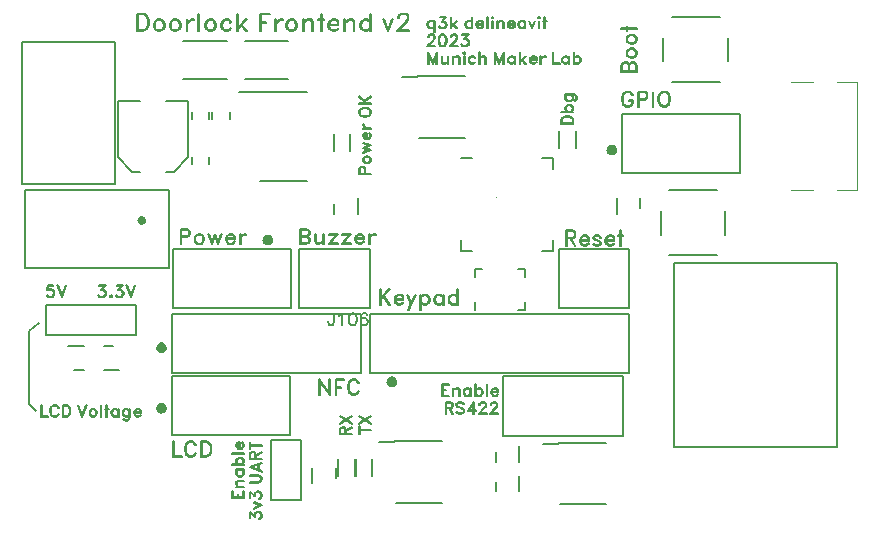
<source format=gto>
%FSLAX46Y46*%
%MOMM*%
%ADD13C,0.100000*%
%ADD12C,0.120000*%
%ADD10C,0.150000*%
%ADD11C,0.200000*%
G01*
%LPD*%
G36*
X-13181644Y819021D02*
X-13250000Y875000D01*
X-13327962Y916567D01*
X-13412536Y942125D01*
X-13500471Y950693D01*
X-13588388Y941941D01*
X-13672908Y916206D01*
X-13750783Y874476D01*
X-13819021Y818355D01*
X-13875000Y749999D01*
X-13916567Y672037D01*
X-13942125Y587463D01*
X-13950693Y499528D01*
X-13941941Y411611D01*
X-13916206Y327091D01*
X-13874476Y249216D01*
X-13818355Y180978D01*
X-13750000Y125000D01*
X-13672037Y83432D01*
X-13587463Y57874D01*
X-13499528Y49306D01*
X-13411611Y58058D01*
X-13327091Y83793D01*
X-13249216Y125523D01*
X-13180978Y181644D01*
X-13125000Y250000D01*
X-13083432Y327962D01*
X-13057874Y412536D01*
X-13049306Y500471D01*
X-13058058Y588388D01*
X-13083793Y672908D01*
X-13125523Y750783D01*
X-13181644Y819021D01*
D02*
G37*
G36*
X-22181644Y-8305978D02*
X-22250000Y-8250000D01*
X-22327962Y-8208432D01*
X-22412536Y-8182874D01*
X-22500471Y-8174306D01*
X-22588388Y-8183058D01*
X-22672908Y-8208793D01*
X-22750783Y-8250523D01*
X-22819021Y-8306644D01*
X-22875000Y-8375000D01*
X-22916567Y-8452962D01*
X-22942125Y-8537536D01*
X-22950693Y-8625471D01*
X-22941941Y-8713388D01*
X-22916206Y-8797908D01*
X-22874476Y-8875783D01*
X-22818355Y-8944021D01*
X-22750000Y-9000000D01*
X-22672037Y-9041567D01*
X-22587463Y-9067125D01*
X-22499528Y-9075693D01*
X-22411611Y-9066941D01*
X-22327091Y-9041206D01*
X-22249216Y-8999476D01*
X-22180978Y-8943355D01*
X-22125000Y-8875000D01*
X-22083432Y-8797037D01*
X-22057874Y-8712463D01*
X-22049306Y-8624528D01*
X-22058058Y-8536611D01*
X-22083793Y-8452091D01*
X-22125523Y-8374216D01*
X-22181644Y-8305978D01*
D02*
G37*
G36*
X-2681644Y-11180978D02*
X-2750000Y-11125000D01*
X-2827962Y-11083432D01*
X-2912536Y-11057874D01*
X-3000471Y-11049306D01*
X-3088388Y-11058058D01*
X-3172908Y-11083793D01*
X-3250783Y-11125523D01*
X-3319021Y-11181644D01*
X-3375000Y-11250000D01*
X-3416567Y-11327962D01*
X-3442125Y-11412536D01*
X-3450693Y-11500471D01*
X-3441941Y-11588388D01*
X-3416206Y-11672908D01*
X-3374476Y-11750783D01*
X-3318355Y-11819021D01*
X-3250000Y-11875000D01*
X-3172037Y-11916567D01*
X-3087463Y-11942125D01*
X-2999528Y-11950693D01*
X-2911611Y-11941941D01*
X-2827091Y-11916206D01*
X-2749216Y-11874476D01*
X-2680978Y-11818355D01*
X-2624999Y-11750000D01*
X-2583432Y-11672037D01*
X-2557874Y-11587463D01*
X-2549306Y-11499528D01*
X-2558058Y-11411611D01*
X-2583793Y-11327091D01*
X-2625523Y-11249216D01*
X-2681644Y-11180978D01*
D02*
G37*
G36*
X15943355Y8444021D02*
X15875000Y8500000D01*
X15797037Y8541567D01*
X15712463Y8567125D01*
X15624528Y8575693D01*
X15536611Y8566941D01*
X15452091Y8541206D01*
X15374216Y8499476D01*
X15305978Y8443355D01*
X15250000Y8375000D01*
X15208432Y8297037D01*
X15182874Y8212463D01*
X15174306Y8124528D01*
X15183058Y8036611D01*
X15208793Y7952091D01*
X15250523Y7874216D01*
X15306644Y7805978D01*
X15375000Y7750000D01*
X15452962Y7708432D01*
X15537536Y7682874D01*
X15625471Y7674306D01*
X15713388Y7683058D01*
X15797908Y7708793D01*
X15875783Y7750523D01*
X15944021Y7806644D01*
X16000000Y7875000D01*
X16041567Y7952962D01*
X16067125Y8037536D01*
X16075693Y8125471D01*
X16066941Y8213388D01*
X16041206Y8297908D01*
X15999476Y8375783D01*
X15943355Y8444021D01*
D02*
G37*
G36*
X-22181644Y-13430978D02*
X-22250000Y-13375000D01*
X-22327962Y-13333432D01*
X-22412536Y-13307874D01*
X-22500471Y-13299306D01*
X-22588388Y-13308058D01*
X-22672908Y-13333793D01*
X-22750783Y-13375523D01*
X-22819021Y-13431644D01*
X-22875000Y-13500000D01*
X-22916567Y-13577962D01*
X-22942125Y-13662536D01*
X-22950693Y-13750471D01*
X-22941941Y-13838388D01*
X-22916206Y-13922908D01*
X-22874476Y-14000783D01*
X-22818355Y-14069021D01*
X-22750000Y-14125000D01*
X-22672037Y-14166567D01*
X-22587463Y-14192125D01*
X-22499528Y-14200693D01*
X-22411611Y-14191941D01*
X-22327091Y-14166206D01*
X-22249216Y-14124476D01*
X-22180978Y-14068355D01*
X-22125000Y-14000000D01*
X-22083432Y-13922037D01*
X-22057874Y-13837463D01*
X-22049306Y-13749528D01*
X-22058058Y-13661611D01*
X-22083793Y-13577091D01*
X-22125523Y-13499216D01*
X-22181644Y-13430978D01*
D02*
G37*
G36*
X-23921464Y1893647D02*
X-23876681Y1948331D01*
X-23843428Y2010702D01*
X-23822981Y2078361D01*
X-23816127Y2148709D01*
X-23823128Y2219042D01*
X-23843717Y2286658D01*
X-23877101Y2348959D01*
X-23921997Y2403549D01*
X-23976682Y2448332D01*
X-24039052Y2481585D01*
X-24106711Y2502032D01*
X-24177059Y2508886D01*
X-24247392Y2501885D01*
X-24315008Y2481296D01*
X-24377309Y2447912D01*
X-24431899Y2403016D01*
X-24476681Y2348331D01*
X-24509935Y2285961D01*
X-24530382Y2218302D01*
X-24537236Y2147954D01*
X-24530235Y2077621D01*
X-24509646Y2010005D01*
X-24476262Y1947704D01*
X-24431366Y1893114D01*
X-24376682Y1848332D01*
X-24314311Y1815078D01*
X-24246652Y1794631D01*
X-24176304Y1787777D01*
X-24105971Y1794778D01*
X-24038355Y1815367D01*
X-23976054Y1848751D01*
X-23921464Y1893647D01*
D02*
G37*
G01*
%LPD*%
D10*
X-10752381Y135948D02*
X-10752381Y1435948D01*
D10*
X-10690476Y197853D02*
X-10690476Y1374043D01*
D10*
X-10257143Y1435948D02*
X-10752381Y1435948D01*
D10*
X-10071429Y1374043D02*
X-10257143Y1435948D01*
D10*
X-10009524Y1312138D02*
X-10071429Y1374043D01*
D10*
X-9947619Y1188329D02*
X-10009524Y1312138D01*
D10*
X-9947619Y1002615D02*
X-9947619Y1188329D01*
D10*
X-10009524Y878805D02*
X-9947619Y1002615D01*
D10*
X-10071429Y816900D02*
X-10009524Y878805D01*
D10*
X-10257143Y754996D02*
X-10071429Y816900D01*
D10*
X-10257143Y1374043D02*
X-10690476Y1374043D01*
D10*
X-10071429Y1312138D02*
X-10257143Y1374043D01*
D10*
X-10009524Y1188329D02*
X-10071429Y1312138D01*
D10*
X-10009524Y1002615D02*
X-10009524Y1188329D01*
D10*
X-10071429Y878805D02*
X-10009524Y1002615D01*
D10*
X-10257143Y816900D02*
X-10071429Y878805D01*
D10*
X-10257143Y816900D02*
X-10690476Y816900D01*
D10*
X-10071429Y754996D02*
X-10257143Y816900D01*
D10*
X-10009524Y693091D02*
X-10071429Y754996D01*
D10*
X-9947619Y569281D02*
X-10009524Y693091D01*
D10*
X-9947619Y383567D02*
X-9947619Y569281D01*
D10*
X-10009524Y259757D02*
X-9947619Y383567D01*
D10*
X-10071429Y197853D02*
X-10009524Y259757D01*
D10*
X-10257143Y135948D02*
X-10071429Y197853D01*
D10*
X-10752381Y135948D02*
X-10257143Y135948D01*
D10*
X-10257143Y754996D02*
X-10690476Y754996D01*
D10*
X-10071429Y693091D02*
X-10257143Y754996D01*
D10*
X-10009524Y569281D02*
X-10071429Y693091D01*
D10*
X-10009524Y383567D02*
X-10009524Y569281D01*
D10*
X-10071429Y259757D02*
X-10009524Y383567D01*
D10*
X-10257143Y197853D02*
X-10071429Y259757D01*
D10*
X-10690476Y197853D02*
X-10257143Y197853D01*
D10*
X-9514286Y383567D02*
X-9514286Y1002615D01*
D10*
X-9452381Y197853D02*
X-9514286Y383567D01*
D10*
X-9328571Y135948D02*
X-9452381Y197853D01*
D10*
X-9142857Y135948D02*
X-9328571Y135948D01*
D10*
X-9019048Y197853D02*
X-9142857Y135948D01*
D10*
X-8833333Y383567D02*
X-9019048Y197853D01*
D10*
X-9452381Y1002615D02*
X-9514286Y1002615D01*
D10*
X-9452381Y383567D02*
X-9452381Y1002615D01*
D10*
X-9390476Y259757D02*
X-9452381Y383567D01*
D10*
X-9266667Y197853D02*
X-9390476Y259757D01*
D10*
X-9142857Y197853D02*
X-9266667Y197853D01*
D10*
X-9019048Y259757D02*
X-9142857Y197853D01*
D10*
X-8833333Y383567D02*
X-9019048Y259757D01*
D10*
X-8833333Y135948D02*
X-8833333Y1002615D01*
D10*
X-8771428Y135948D02*
X-8833333Y135948D01*
D10*
X-8771428Y1002615D02*
X-8833333Y1002615D01*
D10*
X-8771428Y135948D02*
X-8771428Y1002615D01*
D10*
X-8338095Y135948D02*
X-7719048Y940710D01*
D10*
X-8214286Y197853D02*
X-7595238Y1002615D01*
D10*
X-7595238Y1002615D02*
X-8338095Y1002615D01*
D10*
X-8338095Y940710D02*
X-8338095Y1002615D01*
D10*
X-7719048Y940710D02*
X-8338095Y940710D01*
D10*
X-7595238Y197853D02*
X-8214286Y197853D01*
D10*
X-7595238Y135948D02*
X-7595238Y197853D01*
D10*
X-7595238Y135948D02*
X-8338095Y135948D01*
D10*
X-7223809Y135948D02*
X-6604762Y940710D01*
D10*
X-7100000Y197853D02*
X-6480952Y1002615D01*
D10*
X-6480952Y1002615D02*
X-7223809Y1002615D01*
D10*
X-7223809Y940710D02*
X-7223809Y1002615D01*
D10*
X-6604762Y940710D02*
X-7223809Y940710D01*
D10*
X-6480952Y197853D02*
X-7100000Y197853D01*
D10*
X-6480952Y135948D02*
X-6480952Y197853D01*
D10*
X-6480952Y135948D02*
X-7223809Y135948D01*
D10*
X-5366666Y569281D02*
X-6047619Y569281D01*
D10*
X-5366666Y754996D02*
X-5366666Y569281D01*
D10*
X-5428571Y878805D02*
X-5366666Y754996D01*
D10*
X-5490476Y940710D02*
X-5428571Y878805D01*
D10*
X-5614285Y1002615D02*
X-5490476Y940710D01*
D10*
X-5800000Y1002615D02*
X-5614285Y1002615D01*
D10*
X-5923809Y940710D02*
X-5800000Y1002615D01*
D10*
X-6047619Y816900D02*
X-5923809Y940710D01*
D10*
X-6109524Y631186D02*
X-6047619Y816900D01*
D10*
X-6109524Y507376D02*
X-6109524Y631186D01*
D10*
X-6047619Y321662D02*
X-6109524Y507376D01*
D10*
X-5923809Y197853D02*
X-6047619Y321662D01*
D10*
X-5800000Y135948D02*
X-5923809Y197853D01*
D10*
X-5614285Y135948D02*
X-5800000Y135948D01*
D10*
X-5490476Y197853D02*
X-5614285Y135948D01*
D10*
X-5366666Y321662D02*
X-5490476Y197853D01*
D10*
X-5428571Y631186D02*
X-6047619Y631186D01*
D10*
X-5428571Y754996D02*
X-5428571Y631186D01*
D10*
X-5490476Y878805D02*
X-5428571Y754996D01*
D10*
X-5614285Y940710D02*
X-5490476Y878805D01*
D10*
X-5800000Y940710D02*
X-5614285Y940710D01*
D10*
X-5923809Y878805D02*
X-5800000Y940710D01*
D10*
X-5985714Y816900D02*
X-5923809Y878805D01*
D10*
X-6047619Y631186D02*
X-5985714Y816900D01*
D10*
X-6047619Y507376D02*
X-6047619Y631186D01*
D10*
X-5985714Y321662D02*
X-6047619Y507376D01*
D10*
X-5923809Y259757D02*
X-5985714Y321662D01*
D10*
X-5800000Y197853D02*
X-5923809Y259757D01*
D10*
X-5614285Y197853D02*
X-5800000Y197853D01*
D10*
X-5490476Y259757D02*
X-5614285Y197853D01*
D10*
X-5428571Y383567D02*
X-5490476Y259757D01*
D10*
X-5366666Y321662D02*
X-5428571Y383567D01*
D10*
X-4933333Y135948D02*
X-4933333Y1002615D01*
D10*
X-4871428Y135948D02*
X-4933333Y135948D01*
D10*
X-4871428Y1002615D02*
X-4933333Y1002615D01*
D10*
X-4871428Y135948D02*
X-4871428Y1002615D01*
D10*
X-4809524Y816900D02*
X-4871428Y631186D01*
D10*
X-4685714Y940710D02*
X-4809524Y816900D01*
D10*
X-4561905Y1002615D02*
X-4685714Y940710D01*
D10*
X-4376190Y1002615D02*
X-4561905Y1002615D01*
D10*
X-4809524Y754996D02*
X-4871428Y631186D01*
D10*
X-4685714Y878805D02*
X-4809524Y754996D01*
D10*
X-4561905Y940710D02*
X-4685714Y878805D01*
D10*
X-4376190Y940710D02*
X-4561905Y940710D01*
D10*
X-4376190Y1002615D02*
X-4376190Y940710D01*
D10*
X-24589286Y18160714D02*
X-24589286Y19660714D01*
D10*
X-24517858Y18232142D02*
X-24517858Y19589286D01*
D10*
X-24089286Y19660714D02*
X-24589286Y19660714D01*
D10*
X-23875000Y19589286D02*
X-24089286Y19660714D01*
D10*
X-23732142Y19446428D02*
X-23875000Y19589286D01*
D10*
X-23660714Y19303572D02*
X-23732142Y19446428D01*
D10*
X-23589286Y19089286D02*
X-23660714Y19303572D01*
D10*
X-23589286Y18732142D02*
X-23589286Y19089286D01*
D10*
X-23660714Y18517858D02*
X-23589286Y18732142D01*
D10*
X-23732142Y18375000D02*
X-23660714Y18517858D01*
D10*
X-23875000Y18232142D02*
X-23732142Y18375000D01*
D10*
X-24089286Y18160714D02*
X-23875000Y18232142D01*
D10*
X-24589286Y18160714D02*
X-24089286Y18160714D01*
D10*
X-24089286Y19589286D02*
X-24517858Y19589286D01*
D10*
X-23875000Y19517858D02*
X-24089286Y19589286D01*
D10*
X-23803572Y19446428D02*
X-23875000Y19517858D01*
D10*
X-23732142Y19303572D02*
X-23803572Y19446428D01*
D10*
X-23660714Y19089286D02*
X-23732142Y19303572D01*
D10*
X-23660714Y18732142D02*
X-23660714Y19089286D01*
D10*
X-23732142Y18517858D02*
X-23660714Y18732142D01*
D10*
X-23803572Y18375000D02*
X-23732142Y18517858D01*
D10*
X-23875000Y18303572D02*
X-23803572Y18375000D01*
D10*
X-24089286Y18232142D02*
X-23875000Y18303572D01*
D10*
X-24517858Y18232142D02*
X-24089286Y18232142D01*
D10*
X-22946428Y19089286D02*
X-22803572Y19160714D01*
D10*
X-23089286Y18946428D02*
X-22946428Y19089286D01*
D10*
X-23160714Y18732142D02*
X-23089286Y18946428D01*
D10*
X-23160714Y18589286D02*
X-23160714Y18732142D01*
D10*
X-23089286Y18375000D02*
X-23160714Y18589286D01*
D10*
X-22946428Y18232142D02*
X-23089286Y18375000D01*
D10*
X-22803572Y18160714D02*
X-22946428Y18232142D01*
D10*
X-22589286Y18160714D02*
X-22803572Y18160714D01*
D10*
X-22446428Y18232142D02*
X-22589286Y18160714D01*
D10*
X-22303572Y18375000D02*
X-22446428Y18232142D01*
D10*
X-22232144Y18589286D02*
X-22303572Y18375000D01*
D10*
X-22232144Y18732142D02*
X-22232144Y18589286D01*
D10*
X-22303572Y18946428D02*
X-22232144Y18732142D01*
D10*
X-22446428Y19089286D02*
X-22303572Y18946428D01*
D10*
X-22589286Y19160714D02*
X-22446428Y19089286D01*
D10*
X-22803572Y19160714D02*
X-22589286Y19160714D01*
D10*
X-22946428Y19017858D02*
X-22803572Y19089286D01*
D10*
X-23017858Y18946428D02*
X-22946428Y19017858D01*
D10*
X-23089286Y18732142D02*
X-23017858Y18946428D01*
D10*
X-23089286Y18589286D02*
X-23089286Y18732142D01*
D10*
X-23017858Y18375000D02*
X-23089286Y18589286D01*
D10*
X-22946428Y18303572D02*
X-23017858Y18375000D01*
D10*
X-22803572Y18232142D02*
X-22946428Y18303572D01*
D10*
X-22589286Y18232142D02*
X-22803572Y18232142D01*
D10*
X-22446428Y18303572D02*
X-22589286Y18232142D01*
D10*
X-22375000Y18375000D02*
X-22446428Y18303572D01*
D10*
X-22303572Y18589286D02*
X-22375000Y18375000D01*
D10*
X-22303572Y18732142D02*
X-22303572Y18589286D01*
D10*
X-22375000Y18946428D02*
X-22303572Y18732142D01*
D10*
X-22446428Y19017858D02*
X-22375000Y18946428D01*
D10*
X-22589286Y19089286D02*
X-22446428Y19017858D01*
D10*
X-22803572Y19089286D02*
X-22589286Y19089286D01*
D10*
X-21589286Y19089286D02*
X-21446428Y19160714D01*
D10*
X-21732144Y18946428D02*
X-21589286Y19089286D01*
D10*
X-21803572Y18732142D02*
X-21732144Y18946428D01*
D10*
X-21803572Y18589286D02*
X-21803572Y18732142D01*
D10*
X-21732144Y18375000D02*
X-21803572Y18589286D01*
D10*
X-21589286Y18232142D02*
X-21732144Y18375000D01*
D10*
X-21446428Y18160714D02*
X-21589286Y18232142D01*
D10*
X-21232144Y18160714D02*
X-21446428Y18160714D01*
D10*
X-21089286Y18232142D02*
X-21232144Y18160714D01*
D10*
X-20946428Y18375000D02*
X-21089286Y18232142D01*
D10*
X-20875000Y18589286D02*
X-20946428Y18375000D01*
D10*
X-20875000Y18732142D02*
X-20875000Y18589286D01*
D10*
X-20946428Y18946428D02*
X-20875000Y18732142D01*
D10*
X-21089286Y19089286D02*
X-20946428Y18946428D01*
D10*
X-21232144Y19160714D02*
X-21089286Y19089286D01*
D10*
X-21446428Y19160714D02*
X-21232144Y19160714D01*
D10*
X-21589286Y19017858D02*
X-21446428Y19089286D01*
D10*
X-21660714Y18946428D02*
X-21589286Y19017858D01*
D10*
X-21732144Y18732142D02*
X-21660714Y18946428D01*
D10*
X-21732144Y18589286D02*
X-21732144Y18732142D01*
D10*
X-21660714Y18375000D02*
X-21732144Y18589286D01*
D10*
X-21589286Y18303572D02*
X-21660714Y18375000D01*
D10*
X-21446428Y18232142D02*
X-21589286Y18303572D01*
D10*
X-21232144Y18232142D02*
X-21446428Y18232142D01*
D10*
X-21089286Y18303572D02*
X-21232144Y18232142D01*
D10*
X-21017858Y18375000D02*
X-21089286Y18303572D01*
D10*
X-20946428Y18589286D02*
X-21017858Y18375000D01*
D10*
X-20946428Y18732142D02*
X-20946428Y18589286D01*
D10*
X-21017858Y18946428D02*
X-20946428Y18732142D01*
D10*
X-21089286Y19017858D02*
X-21017858Y18946428D01*
D10*
X-21232144Y19089286D02*
X-21089286Y19017858D01*
D10*
X-21446428Y19089286D02*
X-21232144Y19089286D01*
D10*
X-20375000Y18160714D02*
X-20375000Y19160714D01*
D10*
X-20303572Y18160714D02*
X-20375000Y18160714D01*
D10*
X-20303572Y19160714D02*
X-20375000Y19160714D01*
D10*
X-20303572Y18160714D02*
X-20303572Y19160714D01*
D10*
X-20232144Y18946428D02*
X-20303572Y18732142D01*
D10*
X-20089286Y19089286D02*
X-20232144Y18946428D01*
D10*
X-19946428Y19160714D02*
X-20089286Y19089286D01*
D10*
X-19732144Y19160714D02*
X-19946428Y19160714D01*
D10*
X-20232144Y18875000D02*
X-20303572Y18732142D01*
D10*
X-20089286Y19017858D02*
X-20232144Y18875000D01*
D10*
X-19946428Y19089286D02*
X-20089286Y19017858D01*
D10*
X-19732144Y19089286D02*
X-19946428Y19089286D01*
D10*
X-19732144Y19160714D02*
X-19732144Y19089286D01*
D10*
X-19375000Y18160714D02*
X-19375000Y19660714D01*
D10*
X-19303572Y18160714D02*
X-19375000Y18160714D01*
D10*
X-19303572Y19660714D02*
X-19375000Y19660714D01*
D10*
X-19303572Y18160714D02*
X-19303572Y19660714D01*
D10*
X-18589286Y19089286D02*
X-18446428Y19160714D01*
D10*
X-18732144Y18946428D02*
X-18589286Y19089286D01*
D10*
X-18803572Y18732142D02*
X-18732144Y18946428D01*
D10*
X-18803572Y18589286D02*
X-18803572Y18732142D01*
D10*
X-18732144Y18375000D02*
X-18803572Y18589286D01*
D10*
X-18589286Y18232142D02*
X-18732144Y18375000D01*
D10*
X-18446428Y18160714D02*
X-18589286Y18232142D01*
D10*
X-18232144Y18160714D02*
X-18446428Y18160714D01*
D10*
X-18089286Y18232142D02*
X-18232144Y18160714D01*
D10*
X-17946428Y18375000D02*
X-18089286Y18232142D01*
D10*
X-17875000Y18589286D02*
X-17946428Y18375000D01*
D10*
X-17875000Y18732142D02*
X-17875000Y18589286D01*
D10*
X-17946428Y18946428D02*
X-17875000Y18732142D01*
D10*
X-18089286Y19089286D02*
X-17946428Y18946428D01*
D10*
X-18232144Y19160714D02*
X-18089286Y19089286D01*
D10*
X-18446428Y19160714D02*
X-18232144Y19160714D01*
D10*
X-18589286Y19017858D02*
X-18446428Y19089286D01*
D10*
X-18660714Y18946428D02*
X-18589286Y19017858D01*
D10*
X-18732144Y18732142D02*
X-18660714Y18946428D01*
D10*
X-18732144Y18589286D02*
X-18732144Y18732142D01*
D10*
X-18660714Y18375000D02*
X-18732144Y18589286D01*
D10*
X-18589286Y18303572D02*
X-18660714Y18375000D01*
D10*
X-18446428Y18232142D02*
X-18589286Y18303572D01*
D10*
X-18232144Y18232142D02*
X-18446428Y18232142D01*
D10*
X-18089286Y18303572D02*
X-18232144Y18232142D01*
D10*
X-18017856Y18375000D02*
X-18089286Y18303572D01*
D10*
X-17946428Y18589286D02*
X-18017856Y18375000D01*
D10*
X-17946428Y18732142D02*
X-17946428Y18589286D01*
D10*
X-18017856Y18946428D02*
X-17946428Y18732142D01*
D10*
X-18089286Y19017858D02*
X-18017856Y18946428D01*
D10*
X-18232144Y19089286D02*
X-18089286Y19017858D01*
D10*
X-18446428Y19089286D02*
X-18232144Y19089286D01*
D10*
X-16732143Y19089286D02*
X-16589286Y18946428D01*
D10*
X-16875000Y19160714D02*
X-16732143Y19089286D01*
D10*
X-17089286Y19160714D02*
X-16875000Y19160714D01*
D10*
X-17232144Y19089286D02*
X-17089286Y19160714D01*
D10*
X-17375000Y18946428D02*
X-17232144Y19089286D01*
D10*
X-17446428Y18732142D02*
X-17375000Y18946428D01*
D10*
X-17446428Y18589286D02*
X-17446428Y18732142D01*
D10*
X-17375000Y18375000D02*
X-17446428Y18589286D01*
D10*
X-17232144Y18232142D02*
X-17375000Y18375000D01*
D10*
X-17089286Y18160714D02*
X-17232144Y18232142D01*
D10*
X-16875000Y18160714D02*
X-17089286Y18160714D01*
D10*
X-16732143Y18232142D02*
X-16875000Y18160714D01*
D10*
X-16589286Y18375000D02*
X-16732143Y18232142D01*
D10*
X-16660714Y18875000D02*
X-16589286Y18946428D01*
D10*
X-16732143Y19017858D02*
X-16660714Y18875000D01*
D10*
X-16875000Y19089286D02*
X-16732143Y19017858D01*
D10*
X-17089286Y19089286D02*
X-16875000Y19089286D01*
D10*
X-17232144Y19017858D02*
X-17089286Y19089286D01*
D10*
X-17303572Y18946428D02*
X-17232144Y19017858D01*
D10*
X-17375000Y18732142D02*
X-17303572Y18946428D01*
D10*
X-17375000Y18589286D02*
X-17375000Y18732142D01*
D10*
X-17303572Y18375000D02*
X-17375000Y18589286D01*
D10*
X-17232144Y18303572D02*
X-17303572Y18375000D01*
D10*
X-17089286Y18232142D02*
X-17232144Y18303572D01*
D10*
X-16875000Y18232142D02*
X-17089286Y18232142D01*
D10*
X-16732143Y18303572D02*
X-16875000Y18232142D01*
D10*
X-16660714Y18446428D02*
X-16732143Y18303572D01*
D10*
X-16589286Y18375000D02*
X-16660714Y18446428D01*
D10*
X-16089286Y18160714D02*
X-16089286Y19660714D01*
D10*
X-16017857Y18160714D02*
X-16089286Y18160714D01*
D10*
X-16017857Y19660714D02*
X-16089286Y19660714D01*
D10*
X-16017857Y18160714D02*
X-16017857Y19660714D01*
D10*
X-15303572Y19160714D02*
X-15232143Y19160714D01*
D10*
X-16017857Y18446428D02*
X-15303572Y19160714D01*
D10*
X-16017857Y18375000D02*
X-15232143Y19160714D01*
D10*
X-15375000Y18160714D02*
X-15803572Y18660714D01*
D10*
X-15232143Y18160714D02*
X-15375000Y18160714D01*
D10*
X-15232143Y18160714D02*
X-15732143Y18732142D01*
D10*
X-14160714Y18160714D02*
X-14160714Y19660714D01*
D10*
X-14089286Y18160714D02*
X-14089286Y19589286D01*
D10*
X-14160714Y18160714D02*
X-14089286Y18160714D01*
D10*
X-13303572Y19660714D02*
X-14160714Y19660714D01*
D10*
X-13303572Y19589286D02*
X-14089286Y19589286D01*
D10*
X-13303572Y19660714D02*
X-13303572Y19589286D01*
D10*
X-13660714Y18946428D02*
X-14089286Y18946428D01*
D10*
X-13660714Y18875000D02*
X-13660714Y18946428D01*
D10*
X-13660714Y18875000D02*
X-14089286Y18875000D01*
D10*
X-12875000Y18160714D02*
X-12875000Y19160714D01*
D10*
X-12803572Y18160714D02*
X-12875000Y18160714D01*
D10*
X-12803572Y19160714D02*
X-12875000Y19160714D01*
D10*
X-12803572Y18160714D02*
X-12803572Y19160714D01*
D10*
X-12732143Y18946428D02*
X-12803572Y18732142D01*
D10*
X-12589286Y19089286D02*
X-12732143Y18946428D01*
D10*
X-12446429Y19160714D02*
X-12589286Y19089286D01*
D10*
X-12232143Y19160714D02*
X-12446429Y19160714D01*
D10*
X-12732143Y18875000D02*
X-12803572Y18732142D01*
D10*
X-12589286Y19017858D02*
X-12732143Y18875000D01*
D10*
X-12446429Y19089286D02*
X-12589286Y19017858D01*
D10*
X-12232143Y19089286D02*
X-12446429Y19089286D01*
D10*
X-12232143Y19160714D02*
X-12232143Y19089286D01*
D10*
X-11732143Y19089286D02*
X-11589286Y19160714D01*
D10*
X-11875000Y18946428D02*
X-11732143Y19089286D01*
D10*
X-11946429Y18732142D02*
X-11875000Y18946428D01*
D10*
X-11946429Y18589286D02*
X-11946429Y18732142D01*
D10*
X-11875000Y18375000D02*
X-11946429Y18589286D01*
D10*
X-11732143Y18232142D02*
X-11875000Y18375000D01*
D10*
X-11589286Y18160714D02*
X-11732143Y18232142D01*
D10*
X-11375000Y18160714D02*
X-11589286Y18160714D01*
D10*
X-11232143Y18232142D02*
X-11375000Y18160714D01*
D10*
X-11089286Y18375000D02*
X-11232143Y18232142D01*
D10*
X-11017857Y18589286D02*
X-11089286Y18375000D01*
D10*
X-11017857Y18732142D02*
X-11017857Y18589286D01*
D10*
X-11089286Y18946428D02*
X-11017857Y18732142D01*
D10*
X-11232143Y19089286D02*
X-11089286Y18946428D01*
D10*
X-11375000Y19160714D02*
X-11232143Y19089286D01*
D10*
X-11589286Y19160714D02*
X-11375000Y19160714D01*
D10*
X-11732143Y19017858D02*
X-11589286Y19089286D01*
D10*
X-11803572Y18946428D02*
X-11732143Y19017858D01*
D10*
X-11875000Y18732142D02*
X-11803572Y18946428D01*
D10*
X-11875000Y18589286D02*
X-11875000Y18732142D01*
D10*
X-11803572Y18375000D02*
X-11875000Y18589286D01*
D10*
X-11732143Y18303572D02*
X-11803572Y18375000D01*
D10*
X-11589286Y18232142D02*
X-11732143Y18303572D01*
D10*
X-11375000Y18232142D02*
X-11589286Y18232142D01*
D10*
X-11232143Y18303572D02*
X-11375000Y18232142D01*
D10*
X-11160714Y18375000D02*
X-11232143Y18303572D01*
D10*
X-11089286Y18589286D02*
X-11160714Y18375000D01*
D10*
X-11089286Y18732142D02*
X-11089286Y18589286D01*
D10*
X-11160714Y18946428D02*
X-11089286Y18732142D01*
D10*
X-11232143Y19017858D02*
X-11160714Y18946428D01*
D10*
X-11375000Y19089286D02*
X-11232143Y19017858D01*
D10*
X-11589286Y19089286D02*
X-11375000Y19089286D01*
D10*
X-10517857Y18160714D02*
X-10517857Y19160714D01*
D10*
X-10446429Y18160714D02*
X-10517857Y18160714D01*
D10*
X-10446429Y19160714D02*
X-10517857Y19160714D01*
D10*
X-10446429Y18160714D02*
X-10446429Y19160714D01*
D10*
X-10232143Y19089286D02*
X-10446429Y18875000D01*
D10*
X-10089286Y19160714D02*
X-10232143Y19089286D01*
D10*
X-9875000Y19160714D02*
X-10089286Y19160714D01*
D10*
X-9732143Y19089286D02*
X-9875000Y19160714D01*
D10*
X-9660715Y18875000D02*
X-9732143Y19089286D01*
D10*
X-9660715Y18160714D02*
X-9660715Y18875000D01*
D10*
X-10232143Y19017858D02*
X-10446429Y18875000D01*
D10*
X-10089286Y19089286D02*
X-10232143Y19017858D01*
D10*
X-9946429Y19089286D02*
X-10089286Y19089286D01*
D10*
X-9803572Y19017858D02*
X-9946429Y19089286D01*
D10*
X-9732143Y18875000D02*
X-9803572Y19017858D01*
D10*
X-9732143Y18160714D02*
X-9732143Y18875000D01*
D10*
X-9660715Y18160714D02*
X-9732143Y18160714D01*
D10*
X-9017857Y18160714D02*
X-9017857Y19660714D01*
D10*
X-8946429Y18160714D02*
X-9017857Y18160714D01*
D10*
X-8946429Y19660714D02*
X-9017857Y19660714D01*
D10*
X-8946429Y18160714D02*
X-8946429Y19660714D01*
D10*
X-8732143Y19160714D02*
X-9232143Y19160714D01*
D10*
X-8732143Y19089286D02*
X-8732143Y19160714D01*
D10*
X-9232143Y19089286D02*
X-9232143Y19160714D01*
D10*
X-8732143Y19089286D02*
X-9232143Y19089286D01*
D10*
X-7517858Y18660714D02*
X-8303572Y18660714D01*
D10*
X-7517858Y18875000D02*
X-7517858Y18660714D01*
D10*
X-7589286Y19017858D02*
X-7517858Y18875000D01*
D10*
X-7660714Y19089286D02*
X-7589286Y19017858D01*
D10*
X-7803572Y19160714D02*
X-7660714Y19089286D01*
D10*
X-8017858Y19160714D02*
X-7803572Y19160714D01*
D10*
X-8160715Y19089286D02*
X-8017858Y19160714D01*
D10*
X-8303572Y18946428D02*
X-8160715Y19089286D01*
D10*
X-8375000Y18732142D02*
X-8303572Y18946428D01*
D10*
X-8375000Y18589286D02*
X-8375000Y18732142D01*
D10*
X-8303572Y18375000D02*
X-8375000Y18589286D01*
D10*
X-8160715Y18232142D02*
X-8303572Y18375000D01*
D10*
X-8017858Y18160714D02*
X-8160715Y18232142D01*
D10*
X-7803572Y18160714D02*
X-8017858Y18160714D01*
D10*
X-7660714Y18232142D02*
X-7803572Y18160714D01*
D10*
X-7517858Y18375000D02*
X-7660714Y18232142D01*
D10*
X-7589286Y18732142D02*
X-8303572Y18732142D01*
D10*
X-7589286Y18875000D02*
X-7589286Y18732142D01*
D10*
X-7660714Y19017858D02*
X-7589286Y18875000D01*
D10*
X-7803572Y19089286D02*
X-7660714Y19017858D01*
D10*
X-8017858Y19089286D02*
X-7803572Y19089286D01*
D10*
X-8160715Y19017858D02*
X-8017858Y19089286D01*
D10*
X-8232143Y18946428D02*
X-8160715Y19017858D01*
D10*
X-8303572Y18732142D02*
X-8232143Y18946428D01*
D10*
X-8303572Y18589286D02*
X-8303572Y18732142D01*
D10*
X-8232143Y18375000D02*
X-8303572Y18589286D01*
D10*
X-8160715Y18303572D02*
X-8232143Y18375000D01*
D10*
X-8017858Y18232142D02*
X-8160715Y18303572D01*
D10*
X-7803572Y18232142D02*
X-8017858Y18232142D01*
D10*
X-7660714Y18303572D02*
X-7803572Y18232142D01*
D10*
X-7589286Y18446428D02*
X-7660714Y18303572D01*
D10*
X-7517858Y18375000D02*
X-7589286Y18446428D01*
D10*
X-7017858Y18160714D02*
X-7017858Y19160714D01*
D10*
X-6946428Y18160714D02*
X-7017858Y18160714D01*
D10*
X-6946428Y19160714D02*
X-7017858Y19160714D01*
D10*
X-6946428Y18160714D02*
X-6946428Y19160714D01*
D10*
X-6732144Y19089286D02*
X-6946428Y18875000D01*
D10*
X-6589286Y19160714D02*
X-6732144Y19089286D01*
D10*
X-6375000Y19160714D02*
X-6589286Y19160714D01*
D10*
X-6232144Y19089286D02*
X-6375000Y19160714D01*
D10*
X-6160714Y18875000D02*
X-6232144Y19089286D01*
D10*
X-6160714Y18160714D02*
X-6160714Y18875000D01*
D10*
X-6732144Y19017858D02*
X-6946428Y18875000D01*
D10*
X-6589286Y19089286D02*
X-6732144Y19017858D01*
D10*
X-6446428Y19089286D02*
X-6589286Y19089286D01*
D10*
X-6303572Y19017858D02*
X-6446428Y19089286D01*
D10*
X-6232144Y18875000D02*
X-6303572Y19017858D01*
D10*
X-6232144Y18160714D02*
X-6232144Y18875000D01*
D10*
X-6160714Y18160714D02*
X-6232144Y18160714D01*
D10*
X-4803572Y18160714D02*
X-4803572Y19660714D01*
D10*
X-4732144Y18160714D02*
X-4803572Y18160714D01*
D10*
X-4732144Y19660714D02*
X-4803572Y19660714D01*
D10*
X-4732144Y18160714D02*
X-4732144Y19660714D01*
D10*
X-4946428Y19089286D02*
X-4803572Y18946428D01*
D10*
X-5089286Y19160714D02*
X-4946428Y19089286D01*
D10*
X-5303572Y19160714D02*
X-5089286Y19160714D01*
D10*
X-5446428Y19089286D02*
X-5303572Y19160714D01*
D10*
X-5589286Y18946428D02*
X-5446428Y19089286D01*
D10*
X-5660714Y18732142D02*
X-5589286Y18946428D01*
D10*
X-5660714Y18589286D02*
X-5660714Y18732142D01*
D10*
X-5589286Y18375000D02*
X-5660714Y18589286D01*
D10*
X-5446428Y18232142D02*
X-5589286Y18375000D01*
D10*
X-5303572Y18160714D02*
X-5446428Y18232142D01*
D10*
X-5089286Y18160714D02*
X-5303572Y18160714D01*
D10*
X-4946428Y18232142D02*
X-5089286Y18160714D01*
D10*
X-4803572Y18375000D02*
X-4946428Y18232142D01*
D10*
X-5089286Y19089286D02*
X-4803572Y18946428D01*
D10*
X-5303572Y19089286D02*
X-5089286Y19089286D01*
D10*
X-5446428Y19017858D02*
X-5303572Y19089286D01*
D10*
X-5517858Y18946428D02*
X-5446428Y19017858D01*
D10*
X-5589286Y18732142D02*
X-5517858Y18946428D01*
D10*
X-5589286Y18589286D02*
X-5589286Y18732142D01*
D10*
X-5517858Y18375000D02*
X-5589286Y18589286D01*
D10*
X-5446428Y18303572D02*
X-5517858Y18375000D01*
D10*
X-5303572Y18232142D02*
X-5446428Y18303572D01*
D10*
X-5089286Y18232142D02*
X-5303572Y18232142D01*
D10*
X-4803572Y18375000D02*
X-5089286Y18232142D01*
D10*
X-3303572Y18160714D02*
X-3732144Y19160714D01*
D10*
X-3660714Y19160714D02*
X-3732144Y19160714D01*
D10*
X-3303572Y18303572D02*
X-3660714Y19160714D01*
D10*
X-2946428Y19160714D02*
X-2875000Y19160714D01*
D10*
X-3303572Y18303572D02*
X-2946428Y19160714D01*
D10*
X-3303572Y18160714D02*
X-2875000Y19160714D01*
D10*
X-2446428Y19375000D02*
X-2446428Y19303572D01*
D10*
X-2375000Y19517858D02*
X-2446428Y19375000D01*
D10*
X-2303572Y19589286D02*
X-2375000Y19517858D01*
D10*
X-2160714Y19660714D02*
X-2303572Y19589286D01*
D10*
X-1875000Y19660714D02*
X-2160714Y19660714D01*
D10*
X-1732144Y19589286D02*
X-1875000Y19660714D01*
D10*
X-1660714Y19517858D02*
X-1732144Y19589286D01*
D10*
X-1589286Y19375000D02*
X-1660714Y19517858D01*
D10*
X-1589286Y19232142D02*
X-1589286Y19375000D01*
D10*
X-1660714Y19089286D02*
X-1589286Y19232142D01*
D10*
X-1803572Y18875000D02*
X-1660714Y19089286D01*
D10*
X-2446428Y18160714D02*
X-1803572Y18875000D01*
D10*
X-2375000Y19303572D02*
X-2446428Y19303572D01*
D10*
X-2375000Y19375000D02*
X-2375000Y19303572D01*
D10*
X-2303572Y19517858D02*
X-2375000Y19375000D01*
D10*
X-2160714Y19589286D02*
X-2303572Y19517858D01*
D10*
X-1875000Y19589286D02*
X-2160714Y19589286D01*
D10*
X-1732144Y19517858D02*
X-1875000Y19589286D01*
D10*
X-1660714Y19375000D02*
X-1732144Y19517858D01*
D10*
X-1660714Y19232142D02*
X-1660714Y19375000D01*
D10*
X-1732144Y19089286D02*
X-1660714Y19232142D01*
D10*
X-1875000Y18875000D02*
X-1732144Y19089286D01*
D10*
X-2517858Y18160714D02*
X-1875000Y18875000D01*
D10*
X-1517858Y18232142D02*
X-2446428Y18232142D01*
D10*
X-1517858Y18160714D02*
X-1517858Y18232142D01*
D10*
X-1517858Y18160714D02*
X-2517858Y18160714D01*
D10*
X-27238096Y-3351202D02*
X-27761904Y-3351202D01*
D10*
X-27571428Y-3779774D02*
X-27238096Y-3351202D01*
D10*
X-27761904Y-3398821D02*
X-27761904Y-3351202D01*
D10*
X-27285714Y-3398821D02*
X-27761904Y-3398821D01*
D10*
X-27619048Y-3779774D02*
X-27285714Y-3351202D01*
D10*
X-27476190Y-3732154D02*
X-27571428Y-3732154D01*
D10*
X-27333334Y-3779774D02*
X-27476190Y-3732154D01*
D10*
X-27238096Y-3875012D02*
X-27333334Y-3779774D01*
D10*
X-27190476Y-4017869D02*
X-27238096Y-3875012D01*
D10*
X-27190476Y-4065488D02*
X-27190476Y-4017869D01*
D10*
X-27238096Y-4208345D02*
X-27190476Y-4065488D01*
D10*
X-27333334Y-4303583D02*
X-27238096Y-4208345D01*
D10*
X-27476190Y-4351202D02*
X-27333334Y-4303583D01*
D10*
X-27619048Y-4351202D02*
X-27476190Y-4351202D01*
D10*
X-27761904Y-4303583D02*
X-27619048Y-4351202D01*
D10*
X-27809524Y-4255964D02*
X-27761904Y-4303583D01*
D10*
X-27857142Y-4160726D02*
X-27809524Y-4255964D01*
D10*
X-27809524Y-4160726D02*
X-27857142Y-4160726D01*
D10*
X-27476190Y-3779774D02*
X-27619048Y-3779774D01*
D10*
X-27333334Y-3827393D02*
X-27476190Y-3779774D01*
D10*
X-27238096Y-3970250D02*
X-27333334Y-3827393D01*
D10*
X-27285714Y-3875012D02*
X-27428572Y-3779774D01*
D10*
X-27238096Y-4017869D02*
X-27285714Y-3875012D01*
D10*
X-27238096Y-4065488D02*
X-27238096Y-4017869D01*
D10*
X-27285714Y-4208345D02*
X-27238096Y-4065488D01*
D10*
X-27428572Y-4303583D02*
X-27285714Y-4208345D01*
D10*
X-27333334Y-4255964D02*
X-27238096Y-4113107D01*
D10*
X-27476190Y-4303583D02*
X-27333334Y-4255964D01*
D10*
X-27619048Y-4303583D02*
X-27476190Y-4303583D01*
D10*
X-27761904Y-4255964D02*
X-27619048Y-4303583D01*
D10*
X-27809524Y-4160726D02*
X-27761904Y-4255964D01*
D10*
X-27809524Y-4208345D02*
X-27666666Y-4303583D01*
D10*
X-26857142Y-4255964D02*
X-26809524Y-4208345D01*
D10*
X-26857142Y-4303583D02*
X-26857142Y-4255964D01*
D10*
X-26809524Y-4351202D02*
X-26857142Y-4303583D01*
D10*
X-26761904Y-4351202D02*
X-26809524Y-4351202D01*
D10*
X-26714286Y-4303583D02*
X-26761904Y-4351202D01*
D10*
X-26714286Y-4255964D02*
X-26714286Y-4303583D01*
D10*
X-26761904Y-4208345D02*
X-26714286Y-4255964D01*
D10*
X-26809524Y-4208345D02*
X-26761904Y-4208345D01*
D10*
X-26809524Y-4303583D02*
X-26809524Y-4255964D01*
D10*
X-26761904Y-4303583D02*
X-26809524Y-4303583D01*
D10*
X-26761904Y-4255964D02*
X-26761904Y-4303583D01*
D10*
X-26809524Y-4255964D02*
X-26761904Y-4255964D01*
D10*
X-25761904Y-3351202D02*
X-26285714Y-3351202D01*
D10*
X-26095238Y-3779774D02*
X-25761904Y-3351202D01*
D10*
X-26285714Y-3398821D02*
X-26285714Y-3351202D01*
D10*
X-25809524Y-3398821D02*
X-26285714Y-3398821D01*
D10*
X-26142858Y-3779774D02*
X-25809524Y-3351202D01*
D10*
X-26000000Y-3732154D02*
X-26095238Y-3732154D01*
D10*
X-25857144Y-3779774D02*
X-26000000Y-3732154D01*
D10*
X-25761904Y-3875012D02*
X-25857144Y-3779774D01*
D10*
X-25714286Y-4017869D02*
X-25761904Y-3875012D01*
D10*
X-25714286Y-4065488D02*
X-25714286Y-4017869D01*
D10*
X-25761904Y-4208345D02*
X-25714286Y-4065488D01*
D10*
X-25857144Y-4303583D02*
X-25761904Y-4208345D01*
D10*
X-26000000Y-4351202D02*
X-25857144Y-4303583D01*
D10*
X-26142858Y-4351202D02*
X-26000000Y-4351202D01*
D10*
X-26285714Y-4303583D02*
X-26142858Y-4351202D01*
D10*
X-26333334Y-4255964D02*
X-26285714Y-4303583D01*
D10*
X-26380952Y-4160726D02*
X-26333334Y-4255964D01*
D10*
X-26333334Y-4160726D02*
X-26380952Y-4160726D01*
D10*
X-26000000Y-3779774D02*
X-26142858Y-3779774D01*
D10*
X-25857144Y-3827393D02*
X-26000000Y-3779774D01*
D10*
X-25761904Y-3970250D02*
X-25857144Y-3827393D01*
D10*
X-25809524Y-3875012D02*
X-25952380Y-3779774D01*
D10*
X-25761904Y-4017869D02*
X-25809524Y-3875012D01*
D10*
X-25761904Y-4065488D02*
X-25761904Y-4017869D01*
D10*
X-25809524Y-4208345D02*
X-25761904Y-4065488D01*
D10*
X-25952380Y-4303583D02*
X-25809524Y-4208345D01*
D10*
X-25857144Y-4255964D02*
X-25761904Y-4113107D01*
D10*
X-26000000Y-4303583D02*
X-25857144Y-4255964D01*
D10*
X-26142858Y-4303583D02*
X-26000000Y-4303583D01*
D10*
X-26285714Y-4255964D02*
X-26142858Y-4303583D01*
D10*
X-26333334Y-4160726D02*
X-26285714Y-4255964D01*
D10*
X-26333334Y-4208345D02*
X-26190476Y-4303583D01*
D10*
X-25095238Y-4351202D02*
X-25476190Y-3351202D01*
D10*
X-25428572Y-3351202D02*
X-25476190Y-3351202D01*
D10*
X-25095238Y-4208345D02*
X-25428572Y-3351202D01*
D10*
X-24761904Y-3351202D02*
X-24714286Y-3351202D01*
D10*
X-25095238Y-4208345D02*
X-24761904Y-3351202D01*
D10*
X-25095238Y-4351202D02*
X-24714286Y-3351202D01*
D10*
X-21502380Y-17869048D02*
X-21502380Y-16569048D01*
D10*
X-21440476Y-16569048D02*
X-21502380Y-16569048D01*
D10*
X-21440476Y-17807142D02*
X-21440476Y-16569048D01*
D10*
X-20759524Y-17807142D02*
X-21440476Y-17807142D01*
D10*
X-20759524Y-17869048D02*
X-20759524Y-17807142D01*
D10*
X-20759524Y-17869048D02*
X-21502380Y-17869048D01*
D10*
X-19645238Y-16754762D02*
X-19583334Y-16878572D01*
D10*
X-19769048Y-16630952D02*
X-19645238Y-16754762D01*
D10*
X-19892858Y-16569048D02*
X-19769048Y-16630952D01*
D10*
X-20140476Y-16569048D02*
X-19892858Y-16569048D01*
D10*
X-20264286Y-16630952D02*
X-20140476Y-16569048D01*
D10*
X-20388096Y-16754762D02*
X-20264286Y-16630952D01*
D10*
X-20450000Y-16878572D02*
X-20388096Y-16754762D01*
D10*
X-20511904Y-17064286D02*
X-20450000Y-16878572D01*
D10*
X-20511904Y-17373810D02*
X-20511904Y-17064286D01*
D10*
X-20450000Y-17559524D02*
X-20511904Y-17373810D01*
D10*
X-20388096Y-17683334D02*
X-20450000Y-17559524D01*
D10*
X-20264286Y-17807142D02*
X-20388096Y-17683334D01*
D10*
X-20140476Y-17869048D02*
X-20264286Y-17807142D01*
D10*
X-19892858Y-17869048D02*
X-20140476Y-17869048D01*
D10*
X-19769048Y-17807142D02*
X-19892858Y-17869048D01*
D10*
X-19645238Y-17683334D02*
X-19769048Y-17807142D01*
D10*
X-19583334Y-17559524D02*
X-19645238Y-17683334D01*
D10*
X-19645238Y-16878572D02*
X-19583334Y-16878572D01*
D10*
X-19707142Y-16754762D02*
X-19645238Y-16878572D01*
D10*
X-19769048Y-16692857D02*
X-19707142Y-16754762D01*
D10*
X-19892858Y-16630952D02*
X-19769048Y-16692857D01*
D10*
X-20140476Y-16630952D02*
X-19892858Y-16630952D01*
D10*
X-20264286Y-16692857D02*
X-20140476Y-16630952D01*
D10*
X-20388096Y-16878572D02*
X-20264286Y-16692857D01*
D10*
X-20450000Y-17064286D02*
X-20388096Y-16878572D01*
D10*
X-20450000Y-17373810D02*
X-20450000Y-17064286D01*
D10*
X-20388096Y-17559524D02*
X-20450000Y-17373810D01*
D10*
X-20264286Y-17745238D02*
X-20388096Y-17559524D01*
D10*
X-20140476Y-17807142D02*
X-20264286Y-17745238D01*
D10*
X-19892858Y-17807142D02*
X-20140476Y-17807142D01*
D10*
X-19769048Y-17745238D02*
X-19892858Y-17807142D01*
D10*
X-19707142Y-17683334D02*
X-19769048Y-17745238D01*
D10*
X-19645238Y-17559524D02*
X-19707142Y-17683334D01*
D10*
X-19583334Y-17559524D02*
X-19645238Y-17559524D01*
D10*
X-19150000Y-17869048D02*
X-19150000Y-16569048D01*
D10*
X-19088096Y-17807142D02*
X-19088096Y-16630952D01*
D10*
X-18716666Y-16569048D02*
X-19150000Y-16569048D01*
D10*
X-18530952Y-16630952D02*
X-18716666Y-16569048D01*
D10*
X-18407142Y-16754762D02*
X-18530952Y-16630952D01*
D10*
X-18345238Y-16878572D02*
X-18407142Y-16754762D01*
D10*
X-18283334Y-17064286D02*
X-18345238Y-16878572D01*
D10*
X-18283334Y-17373810D02*
X-18283334Y-17064286D01*
D10*
X-18345238Y-17559524D02*
X-18283334Y-17373810D01*
D10*
X-18407142Y-17683334D02*
X-18345238Y-17559524D01*
D10*
X-18530952Y-17807142D02*
X-18407142Y-17683334D01*
D10*
X-18716666Y-17869048D02*
X-18530952Y-17807142D01*
D10*
X-19150000Y-17869048D02*
X-18716666Y-17869048D01*
D10*
X-18716666Y-16630952D02*
X-19088096Y-16630952D01*
D10*
X-18530952Y-16692857D02*
X-18716666Y-16630952D01*
D10*
X-18469048Y-16754762D02*
X-18530952Y-16692857D01*
D10*
X-18407142Y-16878572D02*
X-18469048Y-16754762D01*
D10*
X-18345238Y-17064286D02*
X-18407142Y-16878572D01*
D10*
X-18345238Y-17373810D02*
X-18345238Y-17064286D01*
D10*
X-18407142Y-17559524D02*
X-18345238Y-17373810D01*
D10*
X-18469048Y-17683334D02*
X-18407142Y-17559524D01*
D10*
X-18530952Y-17745238D02*
X-18469048Y-17683334D01*
D10*
X-18716666Y-17807142D02*
X-18530952Y-17745238D01*
D10*
X-19088096Y-17807142D02*
X-18716666Y-17807142D01*
D10*
X-9127381Y-12619048D02*
X-9127381Y-11319048D01*
D10*
X-9065476Y-12619048D02*
X-9065476Y-11504762D01*
D10*
X-9127381Y-12619048D02*
X-9065476Y-12619048D01*
D10*
X-8260714Y-12619048D02*
X-9065476Y-11504762D01*
D10*
X-8322619Y-12433333D02*
X-9127381Y-11319048D01*
D10*
X-8322619Y-12433333D02*
X-8322619Y-11319048D01*
D10*
X-8260714Y-11319048D02*
X-8322619Y-11319048D01*
D10*
X-8260714Y-12619048D02*
X-8260714Y-11319048D01*
D10*
X-7765476Y-12619048D02*
X-7765476Y-11319048D01*
D10*
X-7703571Y-12619048D02*
X-7703571Y-11380952D01*
D10*
X-7765476Y-12619048D02*
X-7703571Y-12619048D01*
D10*
X-7022619Y-11319048D02*
X-7765476Y-11319048D01*
D10*
X-7022619Y-11380952D02*
X-7703571Y-11380952D01*
D10*
X-7022619Y-11319048D02*
X-7022619Y-11380952D01*
D10*
X-7332143Y-11938095D02*
X-7703571Y-11938095D01*
D10*
X-7332143Y-12000000D02*
X-7332143Y-11938095D01*
D10*
X-7332143Y-12000000D02*
X-7703571Y-12000000D01*
D10*
X-5846428Y-11504762D02*
X-5784524Y-11628571D01*
D10*
X-5970238Y-11380952D02*
X-5846428Y-11504762D01*
D10*
X-6094048Y-11319048D02*
X-5970238Y-11380952D01*
D10*
X-6341667Y-11319048D02*
X-6094048Y-11319048D01*
D10*
X-6465476Y-11380952D02*
X-6341667Y-11319048D01*
D10*
X-6589286Y-11504762D02*
X-6465476Y-11380952D01*
D10*
X-6651190Y-11628571D02*
X-6589286Y-11504762D01*
D10*
X-6713095Y-11814286D02*
X-6651190Y-11628571D01*
D10*
X-6713095Y-12123810D02*
X-6713095Y-11814286D01*
D10*
X-6651190Y-12309524D02*
X-6713095Y-12123810D01*
D10*
X-6589286Y-12433333D02*
X-6651190Y-12309524D01*
D10*
X-6465476Y-12557143D02*
X-6589286Y-12433333D01*
D10*
X-6341667Y-12619048D02*
X-6465476Y-12557143D01*
D10*
X-6094048Y-12619048D02*
X-6341667Y-12619048D01*
D10*
X-5970238Y-12557143D02*
X-6094048Y-12619048D01*
D10*
X-5846428Y-12433333D02*
X-5970238Y-12557143D01*
D10*
X-5784524Y-12309524D02*
X-5846428Y-12433333D01*
D10*
X-5846428Y-11628571D02*
X-5784524Y-11628571D01*
D10*
X-5908333Y-11504762D02*
X-5846428Y-11628571D01*
D10*
X-5970238Y-11442857D02*
X-5908333Y-11504762D01*
D10*
X-6094048Y-11380952D02*
X-5970238Y-11442857D01*
D10*
X-6341667Y-11380952D02*
X-6094048Y-11380952D01*
D10*
X-6465476Y-11442857D02*
X-6341667Y-11380952D01*
D10*
X-6589286Y-11628571D02*
X-6465476Y-11442857D01*
D10*
X-6651190Y-11814286D02*
X-6589286Y-11628571D01*
D10*
X-6651190Y-12123810D02*
X-6651190Y-11814286D01*
D10*
X-6589286Y-12309524D02*
X-6651190Y-12123810D01*
D10*
X-6465476Y-12495238D02*
X-6589286Y-12309524D01*
D10*
X-6341667Y-12557143D02*
X-6465476Y-12495238D01*
D10*
X-6094048Y-12557143D02*
X-6341667Y-12557143D01*
D10*
X-5970238Y-12495238D02*
X-6094048Y-12557143D01*
D10*
X-5908333Y-12433333D02*
X-5970238Y-12495238D01*
D10*
X-5846428Y-12309524D02*
X-5908333Y-12433333D01*
D10*
X-5784524Y-12309524D02*
X-5846428Y-12309524D01*
D10*
X-4002381Y-4994047D02*
X-4002381Y-3694047D01*
D10*
X-3940476Y-4994047D02*
X-4002381Y-4994047D01*
D10*
X-3940476Y-3694047D02*
X-4002381Y-3694047D01*
D10*
X-3940476Y-4994047D02*
X-3940476Y-3694047D01*
D10*
X-3197619Y-3694047D02*
X-3135714Y-3694047D01*
D10*
X-3940476Y-4436905D02*
X-3197619Y-3694047D01*
D10*
X-3940476Y-4498809D02*
X-3135714Y-3694047D01*
D10*
X-3197619Y-4994047D02*
X-3754762Y-4251190D01*
D10*
X-3135714Y-4994047D02*
X-3197619Y-4994047D01*
D10*
X-3135714Y-4994047D02*
X-3692857Y-4251190D01*
D10*
X-2021428Y-4560714D02*
X-2702381Y-4560714D01*
D10*
X-2021428Y-4375000D02*
X-2021428Y-4560714D01*
D10*
X-2083333Y-4251190D02*
X-2021428Y-4375000D01*
D10*
X-2145238Y-4189285D02*
X-2083333Y-4251190D01*
D10*
X-2269047Y-4127381D02*
X-2145238Y-4189285D01*
D10*
X-2454762Y-4127381D02*
X-2269047Y-4127381D01*
D10*
X-2578571Y-4189285D02*
X-2454762Y-4127381D01*
D10*
X-2702381Y-4313095D02*
X-2578571Y-4189285D01*
D10*
X-2764285Y-4498809D02*
X-2702381Y-4313095D01*
D10*
X-2764285Y-4622619D02*
X-2764285Y-4498809D01*
D10*
X-2702381Y-4808333D02*
X-2764285Y-4622619D01*
D10*
X-2578571Y-4932143D02*
X-2702381Y-4808333D01*
D10*
X-2454762Y-4994047D02*
X-2578571Y-4932143D01*
D10*
X-2269047Y-4994047D02*
X-2454762Y-4994047D01*
D10*
X-2145238Y-4932143D02*
X-2269047Y-4994047D01*
D10*
X-2021428Y-4808333D02*
X-2145238Y-4932143D01*
D10*
X-2083333Y-4498809D02*
X-2702381Y-4498809D01*
D10*
X-2083333Y-4375000D02*
X-2083333Y-4498809D01*
D10*
X-2145238Y-4251190D02*
X-2083333Y-4375000D01*
D10*
X-2269047Y-4189285D02*
X-2145238Y-4251190D01*
D10*
X-2454762Y-4189285D02*
X-2269047Y-4189285D01*
D10*
X-2578571Y-4251190D02*
X-2454762Y-4189285D01*
D10*
X-2640476Y-4313095D02*
X-2578571Y-4251190D01*
D10*
X-2702381Y-4498809D02*
X-2640476Y-4313095D01*
D10*
X-2702381Y-4622619D02*
X-2702381Y-4498809D01*
D10*
X-2640476Y-4808333D02*
X-2702381Y-4622619D01*
D10*
X-2578571Y-4870238D02*
X-2640476Y-4808333D01*
D10*
X-2454762Y-4932143D02*
X-2578571Y-4870238D01*
D10*
X-2269047Y-4932143D02*
X-2454762Y-4932143D01*
D10*
X-2145238Y-4870238D02*
X-2269047Y-4932143D01*
D10*
X-2083333Y-4746428D02*
X-2145238Y-4870238D01*
D10*
X-2021428Y-4808333D02*
X-2083333Y-4746428D01*
D10*
X-1340476Y-4994047D02*
X-1711904Y-4127381D01*
D10*
X-1650000Y-4127381D02*
X-1711904Y-4127381D01*
D10*
X-1340476Y-4870238D02*
X-1650000Y-4127381D01*
D10*
X-1030952Y-4127381D02*
X-969047Y-4127381D01*
D10*
X-1340476Y-4870238D02*
X-1030952Y-4127381D01*
D10*
X-1588095Y-5427381D02*
X-1340476Y-4870238D01*
D10*
X-1340476Y-4994047D02*
X-969047Y-4127381D01*
D10*
X-1526190Y-5427381D02*
X-1340476Y-4994047D01*
D10*
X-1588095Y-5427381D02*
X-1526190Y-5427381D01*
D10*
X-597619Y-5427381D02*
X-597619Y-4127381D01*
D10*
X-535714Y-5427381D02*
X-597619Y-5427381D01*
D10*
X-535714Y-4127381D02*
X-597619Y-4127381D01*
D10*
X-535714Y-5427381D02*
X-535714Y-4127381D01*
D10*
X-411904Y-4189285D02*
X-535714Y-4313095D01*
D10*
X-288095Y-4127381D02*
X-411904Y-4189285D01*
D10*
X-102381Y-4127381D02*
X-288095Y-4127381D01*
D10*
X21428Y-4189285D02*
X-102381Y-4127381D01*
D10*
X145238Y-4313095D02*
X21428Y-4189285D01*
D10*
X207143Y-4498809D02*
X145238Y-4313095D01*
D10*
X207143Y-4622619D02*
X207143Y-4498809D01*
D10*
X145238Y-4808333D02*
X207143Y-4622619D01*
D10*
X21428Y-4932143D02*
X145238Y-4808333D01*
D10*
X-102381Y-4994047D02*
X21428Y-4932143D01*
D10*
X-288095Y-4994047D02*
X-102381Y-4994047D01*
D10*
X-411904Y-4932143D02*
X-288095Y-4994047D01*
D10*
X-535714Y-4808333D02*
X-411904Y-4932143D01*
D10*
X-288095Y-4189285D02*
X-535714Y-4313095D01*
D10*
X-102381Y-4189285D02*
X-288095Y-4189285D01*
D10*
X21428Y-4251190D02*
X-102381Y-4189285D01*
D10*
X83333Y-4313095D02*
X21428Y-4251190D01*
D10*
X145238Y-4498809D02*
X83333Y-4313095D01*
D10*
X145238Y-4622619D02*
X145238Y-4498809D01*
D10*
X83333Y-4808333D02*
X145238Y-4622619D01*
D10*
X21428Y-4870238D02*
X83333Y-4808333D01*
D10*
X-102381Y-4932143D02*
X21428Y-4870238D01*
D10*
X-288095Y-4932143D02*
X-102381Y-4932143D01*
D10*
X-535714Y-4808333D02*
X-288095Y-4932143D01*
D10*
X1321428Y-4994047D02*
X1321428Y-4127381D01*
D10*
X1383333Y-4994047D02*
X1321428Y-4994047D01*
D10*
X1383333Y-4127381D02*
X1321428Y-4127381D01*
D10*
X1383333Y-4994047D02*
X1383333Y-4127381D01*
D10*
X1197619Y-4189285D02*
X1321428Y-4313095D01*
D10*
X1073809Y-4127381D02*
X1197619Y-4189285D01*
D10*
X888095Y-4127381D02*
X1073809Y-4127381D01*
D10*
X764285Y-4189285D02*
X888095Y-4127381D01*
D10*
X640476Y-4313095D02*
X764285Y-4189285D01*
D10*
X578571Y-4498809D02*
X640476Y-4313095D01*
D10*
X578571Y-4622619D02*
X578571Y-4498809D01*
D10*
X640476Y-4808333D02*
X578571Y-4622619D01*
D10*
X764285Y-4932143D02*
X640476Y-4808333D01*
D10*
X888095Y-4994047D02*
X764285Y-4932143D01*
D10*
X1073809Y-4994047D02*
X888095Y-4994047D01*
D10*
X1197619Y-4932143D02*
X1073809Y-4994047D01*
D10*
X1321428Y-4808333D02*
X1197619Y-4932143D01*
D10*
X1073809Y-4189285D02*
X1321428Y-4313095D01*
D10*
X888095Y-4189285D02*
X1073809Y-4189285D01*
D10*
X764285Y-4251190D02*
X888095Y-4189285D01*
D10*
X702381Y-4313095D02*
X764285Y-4251190D01*
D10*
X640476Y-4498809D02*
X702381Y-4313095D01*
D10*
X640476Y-4622619D02*
X640476Y-4498809D01*
D10*
X702381Y-4808333D02*
X640476Y-4622619D01*
D10*
X764285Y-4870238D02*
X702381Y-4808333D01*
D10*
X888095Y-4932143D02*
X764285Y-4870238D01*
D10*
X1073809Y-4932143D02*
X888095Y-4932143D01*
D10*
X1321428Y-4808333D02*
X1073809Y-4932143D01*
D10*
X2559524Y-4994047D02*
X2559524Y-3694047D01*
D10*
X2621428Y-4994047D02*
X2559524Y-4994047D01*
D10*
X2621428Y-3694047D02*
X2559524Y-3694047D01*
D10*
X2621428Y-4994047D02*
X2621428Y-3694047D01*
D10*
X2435714Y-4189285D02*
X2559524Y-4313095D01*
D10*
X2311904Y-4127381D02*
X2435714Y-4189285D01*
D10*
X2126190Y-4127381D02*
X2311904Y-4127381D01*
D10*
X2002381Y-4189285D02*
X2126190Y-4127381D01*
D10*
X1878571Y-4313095D02*
X2002381Y-4189285D01*
D10*
X1816666Y-4498809D02*
X1878571Y-4313095D01*
D10*
X1816666Y-4622619D02*
X1816666Y-4498809D01*
D10*
X1878571Y-4808333D02*
X1816666Y-4622619D01*
D10*
X2002381Y-4932143D02*
X1878571Y-4808333D01*
D10*
X2126190Y-4994047D02*
X2002381Y-4932143D01*
D10*
X2311904Y-4994047D02*
X2126190Y-4994047D01*
D10*
X2435714Y-4932143D02*
X2311904Y-4994047D01*
D10*
X2559524Y-4808333D02*
X2435714Y-4932143D01*
D10*
X2311904Y-4189285D02*
X2559524Y-4313095D01*
D10*
X2126190Y-4189285D02*
X2311904Y-4189285D01*
D10*
X2002381Y-4251190D02*
X2126190Y-4189285D01*
D10*
X1940476Y-4313095D02*
X2002381Y-4251190D01*
D10*
X1878571Y-4498809D02*
X1940476Y-4313095D01*
D10*
X1878571Y-4622619D02*
X1878571Y-4498809D01*
D10*
X1940476Y-4808333D02*
X1878571Y-4622619D01*
D10*
X2002381Y-4870238D02*
X1940476Y-4808333D01*
D10*
X2126190Y-4932143D02*
X2002381Y-4870238D01*
D10*
X2311904Y-4932143D02*
X2126190Y-4932143D01*
D10*
X2559524Y-4808333D02*
X2311904Y-4932143D01*
D10*
X589285Y18065476D02*
X589285Y19065476D01*
D10*
X636904Y18065476D02*
X589285Y18065476D01*
D10*
X636904Y19065476D02*
X589285Y19065476D01*
D10*
X636904Y18065476D02*
X636904Y19065476D01*
D10*
X494047Y19017858D02*
X589285Y18922620D01*
D10*
X398809Y19065476D02*
X494047Y19017858D01*
D10*
X255952Y19065476D02*
X398809Y19065476D01*
D10*
X160714Y19017858D02*
X255952Y19065476D01*
D10*
X65476Y18922620D02*
X160714Y19017858D01*
D10*
X17857Y18779762D02*
X65476Y18922620D01*
D10*
X17857Y18684524D02*
X17857Y18779762D01*
D10*
X65476Y18541666D02*
X17857Y18684524D01*
D10*
X160714Y18446428D02*
X65476Y18541666D01*
D10*
X255952Y18398810D02*
X160714Y18446428D01*
D10*
X398809Y18398810D02*
X255952Y18398810D01*
D10*
X494047Y18446428D02*
X398809Y18398810D01*
D10*
X589285Y18541666D02*
X494047Y18446428D01*
D10*
X398809Y19017858D02*
X589285Y18922620D01*
D10*
X255952Y19017858D02*
X398809Y19017858D01*
D10*
X160714Y18970238D02*
X255952Y19017858D01*
D10*
X113095Y18922620D02*
X160714Y18970238D01*
D10*
X65476Y18779762D02*
X113095Y18922620D01*
D10*
X65476Y18684524D02*
X65476Y18779762D01*
D10*
X113095Y18541666D02*
X65476Y18684524D01*
D10*
X160714Y18494048D02*
X113095Y18541666D01*
D10*
X255952Y18446428D02*
X160714Y18494048D01*
D10*
X398809Y18446428D02*
X255952Y18446428D01*
D10*
X589285Y18541666D02*
X398809Y18446428D01*
D10*
X1589285Y19398810D02*
X1065476Y19398810D01*
D10*
X1255952Y18970238D02*
X1589285Y19398810D01*
D10*
X1065476Y19351190D02*
X1065476Y19398810D01*
D10*
X1541666Y19351190D02*
X1065476Y19351190D01*
D10*
X1208333Y18970238D02*
X1541666Y19398810D01*
D10*
X1351190Y19017858D02*
X1255952Y19017858D01*
D10*
X1494047Y18970238D02*
X1351190Y19017858D01*
D10*
X1589285Y18875000D02*
X1494047Y18970238D01*
D10*
X1636904Y18732142D02*
X1589285Y18875000D01*
D10*
X1636904Y18684524D02*
X1636904Y18732142D01*
D10*
X1589285Y18541666D02*
X1636904Y18684524D01*
D10*
X1494047Y18446428D02*
X1589285Y18541666D01*
D10*
X1351190Y18398810D02*
X1494047Y18446428D01*
D10*
X1208333Y18398810D02*
X1351190Y18398810D01*
D10*
X1065476Y18446428D02*
X1208333Y18398810D01*
D10*
X1017857Y18494048D02*
X1065476Y18446428D01*
D10*
X970238Y18589286D02*
X1017857Y18494048D01*
D10*
X1017857Y18589286D02*
X970238Y18589286D01*
D10*
X1351190Y18970238D02*
X1208333Y18970238D01*
D10*
X1494047Y18922620D02*
X1351190Y18970238D01*
D10*
X1589285Y18779762D02*
X1494047Y18922620D01*
D10*
X1541666Y18875000D02*
X1398809Y18970238D01*
D10*
X1589285Y18732142D02*
X1541666Y18875000D01*
D10*
X1589285Y18684524D02*
X1589285Y18732142D01*
D10*
X1541666Y18541666D02*
X1589285Y18684524D01*
D10*
X1398809Y18446428D02*
X1541666Y18541666D01*
D10*
X1494047Y18494048D02*
X1589285Y18636904D01*
D10*
X1351190Y18446428D02*
X1494047Y18494048D01*
D10*
X1208333Y18446428D02*
X1351190Y18446428D01*
D10*
X1065476Y18494048D02*
X1208333Y18446428D01*
D10*
X1017857Y18589286D02*
X1065476Y18494048D01*
D10*
X1017857Y18541666D02*
X1160714Y18446428D01*
D10*
X1970238Y18398810D02*
X1970238Y19398810D01*
D10*
X2017857Y18398810D02*
X1970238Y18398810D01*
D10*
X2017857Y19398810D02*
X1970238Y19398810D01*
D10*
X2017857Y18398810D02*
X2017857Y19398810D01*
D10*
X2494047Y19065476D02*
X2541666Y19065476D01*
D10*
X2017857Y18589286D02*
X2494047Y19065476D01*
D10*
X2017857Y18541666D02*
X2541666Y19065476D01*
D10*
X2446428Y18398810D02*
X2160714Y18732142D01*
D10*
X2541666Y18398810D02*
X2446428Y18398810D01*
D10*
X2541666Y18398810D02*
X2208333Y18779762D01*
D10*
X3779761Y18398810D02*
X3779761Y19398810D01*
D10*
X3827381Y18398810D02*
X3779761Y18398810D01*
D10*
X3827381Y19398810D02*
X3779761Y19398810D01*
D10*
X3827381Y18398810D02*
X3827381Y19398810D01*
D10*
X3684523Y19017858D02*
X3779761Y18922620D01*
D10*
X3589285Y19065476D02*
X3684523Y19017858D01*
D10*
X3446428Y19065476D02*
X3589285Y19065476D01*
D10*
X3351190Y19017858D02*
X3446428Y19065476D01*
D10*
X3255952Y18922620D02*
X3351190Y19017858D01*
D10*
X3208333Y18779762D02*
X3255952Y18922620D01*
D10*
X3208333Y18684524D02*
X3208333Y18779762D01*
D10*
X3255952Y18541666D02*
X3208333Y18684524D01*
D10*
X3351190Y18446428D02*
X3255952Y18541666D01*
D10*
X3446428Y18398810D02*
X3351190Y18446428D01*
D10*
X3589285Y18398810D02*
X3446428Y18398810D01*
D10*
X3684523Y18446428D02*
X3589285Y18398810D01*
D10*
X3779761Y18541666D02*
X3684523Y18446428D01*
D10*
X3589285Y19017858D02*
X3779761Y18922620D01*
D10*
X3446428Y19017858D02*
X3589285Y19017858D01*
D10*
X3351190Y18970238D02*
X3446428Y19017858D01*
D10*
X3303571Y18922620D02*
X3351190Y18970238D01*
D10*
X3255952Y18779762D02*
X3303571Y18922620D01*
D10*
X3255952Y18684524D02*
X3255952Y18779762D01*
D10*
X3303571Y18541666D02*
X3255952Y18684524D01*
D10*
X3351190Y18494048D02*
X3303571Y18541666D01*
D10*
X3446428Y18446428D02*
X3351190Y18494048D01*
D10*
X3589285Y18446428D02*
X3446428Y18446428D01*
D10*
X3779761Y18541666D02*
X3589285Y18446428D01*
D10*
X4732143Y18732142D02*
X4208333Y18732142D01*
D10*
X4732143Y18875000D02*
X4732143Y18732142D01*
D10*
X4684523Y18970238D02*
X4732143Y18875000D01*
D10*
X4636904Y19017858D02*
X4684523Y18970238D01*
D10*
X4541666Y19065476D02*
X4636904Y19017858D01*
D10*
X4398809Y19065476D02*
X4541666Y19065476D01*
D10*
X4303571Y19017858D02*
X4398809Y19065476D01*
D10*
X4208333Y18922620D02*
X4303571Y19017858D01*
D10*
X4160714Y18779762D02*
X4208333Y18922620D01*
D10*
X4160714Y18684524D02*
X4160714Y18779762D01*
D10*
X4208333Y18541666D02*
X4160714Y18684524D01*
D10*
X4303571Y18446428D02*
X4208333Y18541666D01*
D10*
X4398809Y18398810D02*
X4303571Y18446428D01*
D10*
X4541666Y18398810D02*
X4398809Y18398810D01*
D10*
X4636904Y18446428D02*
X4541666Y18398810D01*
D10*
X4732143Y18541666D02*
X4636904Y18446428D01*
D10*
X4684523Y18779762D02*
X4208333Y18779762D01*
D10*
X4684523Y18875000D02*
X4684523Y18779762D01*
D10*
X4636904Y18970238D02*
X4684523Y18875000D01*
D10*
X4541666Y19017858D02*
X4636904Y18970238D01*
D10*
X4398809Y19017858D02*
X4541666Y19017858D01*
D10*
X4303571Y18970238D02*
X4398809Y19017858D01*
D10*
X4255952Y18922620D02*
X4303571Y18970238D01*
D10*
X4208333Y18779762D02*
X4255952Y18922620D01*
D10*
X4208333Y18684524D02*
X4208333Y18779762D01*
D10*
X4255952Y18541666D02*
X4208333Y18684524D01*
D10*
X4303571Y18494048D02*
X4255952Y18541666D01*
D10*
X4398809Y18446428D02*
X4303571Y18494048D01*
D10*
X4541666Y18446428D02*
X4398809Y18446428D01*
D10*
X4636904Y18494048D02*
X4541666Y18446428D01*
D10*
X4684523Y18589286D02*
X4636904Y18494048D01*
D10*
X4732143Y18541666D02*
X4684523Y18589286D01*
D10*
X5065476Y18398810D02*
X5065476Y19398810D01*
D10*
X5113095Y18398810D02*
X5065476Y18398810D01*
D10*
X5113095Y19398810D02*
X5065476Y19398810D01*
D10*
X5113095Y18398810D02*
X5113095Y19398810D01*
D10*
X5446428Y19351190D02*
X5494047Y19398810D01*
D10*
X5446428Y19303572D02*
X5446428Y19351190D01*
D10*
X5494047Y19255952D02*
X5446428Y19303572D01*
D10*
X5541666Y19255952D02*
X5494047Y19255952D01*
D10*
X5589285Y19303572D02*
X5541666Y19255952D01*
D10*
X5589285Y19351190D02*
X5589285Y19303572D01*
D10*
X5541666Y19398810D02*
X5589285Y19351190D01*
D10*
X5494047Y19398810D02*
X5541666Y19398810D01*
D10*
X5494047Y19303572D02*
X5494047Y19351190D01*
D10*
X5541666Y19303572D02*
X5494047Y19303572D01*
D10*
X5541666Y19351190D02*
X5541666Y19303572D01*
D10*
X5494047Y19351190D02*
X5541666Y19351190D01*
D10*
X5494047Y18398810D02*
X5494047Y19065476D01*
D10*
X5541666Y18398810D02*
X5494047Y18398810D01*
D10*
X5541666Y19065476D02*
X5494047Y19065476D01*
D10*
X5541666Y18398810D02*
X5541666Y19065476D01*
D10*
X5922619Y18398810D02*
X5922619Y19065476D01*
D10*
X5970238Y18398810D02*
X5922619Y18398810D01*
D10*
X5970238Y19065476D02*
X5922619Y19065476D01*
D10*
X5970238Y18398810D02*
X5970238Y19065476D01*
D10*
X6113095Y19017858D02*
X5970238Y18875000D01*
D10*
X6208333Y19065476D02*
X6113095Y19017858D01*
D10*
X6351190Y19065476D02*
X6208333Y19065476D01*
D10*
X6446428Y19017858D02*
X6351190Y19065476D01*
D10*
X6494047Y18875000D02*
X6446428Y19017858D01*
D10*
X6494047Y18398810D02*
X6494047Y18875000D01*
D10*
X6113095Y18970238D02*
X5970238Y18875000D01*
D10*
X6208333Y19017858D02*
X6113095Y18970238D01*
D10*
X6303571Y19017858D02*
X6208333Y19017858D01*
D10*
X6398809Y18970238D02*
X6303571Y19017858D01*
D10*
X6446428Y18875000D02*
X6398809Y18970238D01*
D10*
X6446428Y18398810D02*
X6446428Y18875000D01*
D10*
X6494047Y18398810D02*
X6446428Y18398810D01*
D10*
X7398809Y18732142D02*
X6875000Y18732142D01*
D10*
X7398809Y18875000D02*
X7398809Y18732142D01*
D10*
X7351190Y18970238D02*
X7398809Y18875000D01*
D10*
X7303571Y19017858D02*
X7351190Y18970238D01*
D10*
X7208333Y19065476D02*
X7303571Y19017858D01*
D10*
X7065476Y19065476D02*
X7208333Y19065476D01*
D10*
X6970238Y19017858D02*
X7065476Y19065476D01*
D10*
X6875000Y18922620D02*
X6970238Y19017858D01*
D10*
X6827381Y18779762D02*
X6875000Y18922620D01*
D10*
X6827381Y18684524D02*
X6827381Y18779762D01*
D10*
X6875000Y18541666D02*
X6827381Y18684524D01*
D10*
X6970238Y18446428D02*
X6875000Y18541666D01*
D10*
X7065476Y18398810D02*
X6970238Y18446428D01*
D10*
X7208333Y18398810D02*
X7065476Y18398810D01*
D10*
X7303571Y18446428D02*
X7208333Y18398810D01*
D10*
X7398809Y18541666D02*
X7303571Y18446428D01*
D10*
X7351190Y18779762D02*
X6875000Y18779762D01*
D10*
X7351190Y18875000D02*
X7351190Y18779762D01*
D10*
X7303571Y18970238D02*
X7351190Y18875000D01*
D10*
X7208333Y19017858D02*
X7303571Y18970238D01*
D10*
X7065476Y19017858D02*
X7208333Y19017858D01*
D10*
X6970238Y18970238D02*
X7065476Y19017858D01*
D10*
X6922619Y18922620D02*
X6970238Y18970238D01*
D10*
X6875000Y18779762D02*
X6922619Y18922620D01*
D10*
X6875000Y18684524D02*
X6875000Y18779762D01*
D10*
X6922619Y18541666D02*
X6875000Y18684524D01*
D10*
X6970238Y18494048D02*
X6922619Y18541666D01*
D10*
X7065476Y18446428D02*
X6970238Y18494048D01*
D10*
X7208333Y18446428D02*
X7065476Y18446428D01*
D10*
X7303571Y18494048D02*
X7208333Y18446428D01*
D10*
X7351190Y18589286D02*
X7303571Y18494048D01*
D10*
X7398809Y18541666D02*
X7351190Y18589286D01*
D10*
X8255952Y18398810D02*
X8255952Y19065476D01*
D10*
X8303571Y18398810D02*
X8255952Y18398810D01*
D10*
X8303571Y19065476D02*
X8255952Y19065476D01*
D10*
X8303571Y18398810D02*
X8303571Y19065476D01*
D10*
X8160714Y19017858D02*
X8255952Y18922620D01*
D10*
X8065476Y19065476D02*
X8160714Y19017858D01*
D10*
X7922619Y19065476D02*
X8065476Y19065476D01*
D10*
X7827381Y19017858D02*
X7922619Y19065476D01*
D10*
X7732142Y18922620D02*
X7827381Y19017858D01*
D10*
X7684523Y18779762D02*
X7732142Y18922620D01*
D10*
X7684523Y18684524D02*
X7684523Y18779762D01*
D10*
X7732142Y18541666D02*
X7684523Y18684524D01*
D10*
X7827381Y18446428D02*
X7732142Y18541666D01*
D10*
X7922619Y18398810D02*
X7827381Y18446428D01*
D10*
X8065476Y18398810D02*
X7922619Y18398810D01*
D10*
X8160714Y18446428D02*
X8065476Y18398810D01*
D10*
X8255952Y18541666D02*
X8160714Y18446428D01*
D10*
X8065476Y19017858D02*
X8255952Y18922620D01*
D10*
X7922619Y19017858D02*
X8065476Y19017858D01*
D10*
X7827381Y18970238D02*
X7922619Y19017858D01*
D10*
X7779762Y18922620D02*
X7827381Y18970238D01*
D10*
X7732142Y18779762D02*
X7779762Y18922620D01*
D10*
X7732142Y18684524D02*
X7732142Y18779762D01*
D10*
X7779762Y18541666D02*
X7732142Y18684524D01*
D10*
X7827381Y18494048D02*
X7779762Y18541666D01*
D10*
X7922619Y18446428D02*
X7827381Y18494048D01*
D10*
X8065476Y18446428D02*
X7922619Y18446428D01*
D10*
X8255952Y18541666D02*
X8065476Y18446428D01*
D10*
X8875000Y18398810D02*
X8589286Y19065476D01*
D10*
X8636905Y19065476D02*
X8589286Y19065476D01*
D10*
X8875000Y18494048D02*
X8636905Y19065476D01*
D10*
X9113095Y19065476D02*
X9160714Y19065476D01*
D10*
X8875000Y18494048D02*
X9113095Y19065476D01*
D10*
X8875000Y18398810D02*
X9160714Y19065476D01*
D10*
X9398809Y19351190D02*
X9446428Y19398810D01*
D10*
X9398809Y19303572D02*
X9398809Y19351190D01*
D10*
X9446428Y19255952D02*
X9398809Y19303572D01*
D10*
X9494047Y19255952D02*
X9446428Y19255952D01*
D10*
X9541667Y19303572D02*
X9494047Y19255952D01*
D10*
X9541667Y19351190D02*
X9541667Y19303572D01*
D10*
X9494047Y19398810D02*
X9541667Y19351190D01*
D10*
X9446428Y19398810D02*
X9494047Y19398810D01*
D10*
X9446428Y19303572D02*
X9446428Y19351190D01*
D10*
X9494047Y19303572D02*
X9446428Y19303572D01*
D10*
X9494047Y19351190D02*
X9494047Y19303572D01*
D10*
X9446428Y19351190D02*
X9494047Y19351190D01*
D10*
X9446428Y18398810D02*
X9446428Y19065476D01*
D10*
X9494047Y18398810D02*
X9446428Y18398810D01*
D10*
X9494047Y19065476D02*
X9446428Y19065476D01*
D10*
X9494047Y18398810D02*
X9494047Y19065476D01*
D10*
X9922619Y18398810D02*
X9922619Y19398810D01*
D10*
X9970238Y18398810D02*
X9922619Y18398810D01*
D10*
X9970238Y19398810D02*
X9922619Y19398810D01*
D10*
X9970238Y18398810D02*
X9970238Y19398810D01*
D10*
X10113095Y19065476D02*
X9779762Y19065476D01*
D10*
X10113095Y19017858D02*
X10113095Y19065476D01*
D10*
X9779762Y19017858D02*
X9779762Y19065476D01*
D10*
X10113095Y19017858D02*
X9779762Y19017858D01*
D10*
X65476Y17708334D02*
X65476Y17660714D01*
D10*
X113095Y17803572D02*
X65476Y17708334D01*
D10*
X160714Y17851190D02*
X113095Y17803572D01*
D10*
X255952Y17898810D02*
X160714Y17851190D01*
D10*
X446428Y17898810D02*
X255952Y17898810D01*
D10*
X541666Y17851190D02*
X446428Y17898810D01*
D10*
X589285Y17803572D02*
X541666Y17851190D01*
D10*
X636904Y17708334D02*
X589285Y17803572D01*
D10*
X636904Y17613096D02*
X636904Y17708334D01*
D10*
X589285Y17517858D02*
X636904Y17613096D01*
D10*
X494047Y17375000D02*
X589285Y17517858D01*
D10*
X65476Y16898810D02*
X494047Y17375000D01*
D10*
X113095Y17660714D02*
X65476Y17660714D01*
D10*
X113095Y17708334D02*
X113095Y17660714D01*
D10*
X160714Y17803572D02*
X113095Y17708334D01*
D10*
X255952Y17851190D02*
X160714Y17803572D01*
D10*
X446428Y17851190D02*
X255952Y17851190D01*
D10*
X541666Y17803572D02*
X446428Y17851190D01*
D10*
X589285Y17708334D02*
X541666Y17803572D01*
D10*
X589285Y17613096D02*
X589285Y17708334D01*
D10*
X541666Y17517858D02*
X589285Y17613096D01*
D10*
X446428Y17375000D02*
X541666Y17517858D01*
D10*
X17857Y16898810D02*
X446428Y17375000D01*
D10*
X684523Y16946428D02*
X65476Y16946428D01*
D10*
X684523Y16898810D02*
X684523Y16946428D01*
D10*
X684523Y16898810D02*
X17857Y16898810D01*
D10*
X1113095Y17851190D02*
X1255952Y17898810D01*
D10*
X1017857Y17708334D02*
X1113095Y17851190D01*
D10*
X970238Y17470238D02*
X1017857Y17708334D01*
D10*
X970238Y17327380D02*
X970238Y17470238D01*
D10*
X1017857Y17089286D02*
X970238Y17327380D01*
D10*
X1113095Y16946428D02*
X1017857Y17089286D01*
D10*
X1255952Y16898810D02*
X1113095Y16946428D01*
D10*
X1351190Y16898810D02*
X1255952Y16898810D01*
D10*
X1494047Y16946428D02*
X1351190Y16898810D01*
D10*
X1589285Y17089286D02*
X1494047Y16946428D01*
D10*
X1636904Y17327380D02*
X1589285Y17089286D01*
D10*
X1636904Y17470238D02*
X1636904Y17327380D01*
D10*
X1589285Y17708334D02*
X1636904Y17470238D01*
D10*
X1494047Y17851190D02*
X1589285Y17708334D01*
D10*
X1351190Y17898810D02*
X1494047Y17851190D01*
D10*
X1255952Y17898810D02*
X1351190Y17898810D01*
D10*
X1065476Y17708334D02*
X1160714Y17851190D01*
D10*
X1017857Y17470238D02*
X1065476Y17708334D01*
D10*
X1017857Y17327380D02*
X1017857Y17470238D01*
D10*
X1065476Y17089286D02*
X1017857Y17327380D01*
D10*
X1160714Y16946428D02*
X1065476Y17089286D01*
D10*
X1255952Y16946428D02*
X1113095Y16994048D01*
D10*
X1351190Y16946428D02*
X1255952Y16946428D01*
D10*
X1494047Y16994048D02*
X1351190Y16946428D01*
D10*
X1541666Y17089286D02*
X1446428Y16946428D01*
D10*
X1589285Y17327380D02*
X1541666Y17089286D01*
D10*
X1589285Y17470238D02*
X1589285Y17327380D01*
D10*
X1541666Y17708334D02*
X1589285Y17470238D01*
D10*
X1446428Y17851190D02*
X1541666Y17708334D01*
D10*
X1351190Y17851190D02*
X1494047Y17803572D01*
D10*
X1255952Y17851190D02*
X1351190Y17851190D01*
D10*
X1113095Y17803572D02*
X1255952Y17851190D01*
D10*
X1970238Y17708334D02*
X1970238Y17660714D01*
D10*
X2017857Y17803572D02*
X1970238Y17708334D01*
D10*
X2065476Y17851190D02*
X2017857Y17803572D01*
D10*
X2160714Y17898810D02*
X2065476Y17851190D01*
D10*
X2351190Y17898810D02*
X2160714Y17898810D01*
D10*
X2446428Y17851190D02*
X2351190Y17898810D01*
D10*
X2494047Y17803572D02*
X2446428Y17851190D01*
D10*
X2541666Y17708334D02*
X2494047Y17803572D01*
D10*
X2541666Y17613096D02*
X2541666Y17708334D01*
D10*
X2494047Y17517858D02*
X2541666Y17613096D01*
D10*
X2398809Y17375000D02*
X2494047Y17517858D01*
D10*
X1970238Y16898810D02*
X2398809Y17375000D01*
D10*
X2017857Y17660714D02*
X1970238Y17660714D01*
D10*
X2017857Y17708334D02*
X2017857Y17660714D01*
D10*
X2065476Y17803572D02*
X2017857Y17708334D01*
D10*
X2160714Y17851190D02*
X2065476Y17803572D01*
D10*
X2351190Y17851190D02*
X2160714Y17851190D01*
D10*
X2446428Y17803572D02*
X2351190Y17851190D01*
D10*
X2494047Y17708334D02*
X2446428Y17803572D01*
D10*
X2494047Y17613096D02*
X2494047Y17708334D01*
D10*
X2446428Y17517858D02*
X2494047Y17613096D01*
D10*
X2351190Y17375000D02*
X2446428Y17517858D01*
D10*
X1922619Y16898810D02*
X2351190Y17375000D01*
D10*
X2589285Y16946428D02*
X1970238Y16946428D01*
D10*
X2589285Y16898810D02*
X2589285Y16946428D01*
D10*
X2589285Y16898810D02*
X1922619Y16898810D01*
D10*
X3494047Y17898810D02*
X2970238Y17898810D01*
D10*
X3160714Y17470238D02*
X3494047Y17898810D01*
D10*
X2970238Y17851190D02*
X2970238Y17898810D01*
D10*
X3446428Y17851190D02*
X2970238Y17851190D01*
D10*
X3113095Y17470238D02*
X3446428Y17898810D01*
D10*
X3255952Y17517858D02*
X3160714Y17517858D01*
D10*
X3398809Y17470238D02*
X3255952Y17517858D01*
D10*
X3494047Y17375000D02*
X3398809Y17470238D01*
D10*
X3541666Y17232142D02*
X3494047Y17375000D01*
D10*
X3541666Y17184524D02*
X3541666Y17232142D01*
D10*
X3494047Y17041666D02*
X3541666Y17184524D01*
D10*
X3398809Y16946428D02*
X3494047Y17041666D01*
D10*
X3255952Y16898810D02*
X3398809Y16946428D01*
D10*
X3113095Y16898810D02*
X3255952Y16898810D01*
D10*
X2970238Y16946428D02*
X3113095Y16898810D01*
D10*
X2922619Y16994048D02*
X2970238Y16946428D01*
D10*
X2875000Y17089286D02*
X2922619Y16994048D01*
D10*
X2922619Y17089286D02*
X2875000Y17089286D01*
D10*
X3255952Y17470238D02*
X3113095Y17470238D01*
D10*
X3398809Y17422620D02*
X3255952Y17470238D01*
D10*
X3494047Y17279762D02*
X3398809Y17422620D01*
D10*
X3446428Y17375000D02*
X3303571Y17470238D01*
D10*
X3494047Y17232142D02*
X3446428Y17375000D01*
D10*
X3494047Y17184524D02*
X3494047Y17232142D01*
D10*
X3446428Y17041666D02*
X3494047Y17184524D01*
D10*
X3303571Y16946428D02*
X3446428Y17041666D01*
D10*
X3398809Y16994048D02*
X3494047Y17136904D01*
D10*
X3255952Y16946428D02*
X3398809Y16994048D01*
D10*
X3113095Y16946428D02*
X3255952Y16946428D01*
D10*
X2970238Y16994048D02*
X3113095Y16946428D01*
D10*
X2922619Y17089286D02*
X2970238Y16994048D01*
D10*
X2922619Y17041666D02*
X3065476Y16946428D01*
D10*
X65476Y15398810D02*
X65476Y16398810D01*
D10*
X113095Y15398810D02*
X113095Y16160714D01*
D10*
X65476Y15398810D02*
X113095Y15398810D01*
D10*
X446428Y15398810D02*
X113095Y16160714D01*
D10*
X446428Y15541667D02*
X65476Y16398810D01*
D10*
X446428Y15541667D02*
X827380Y16398810D01*
D10*
X446428Y15398810D02*
X779761Y16160714D01*
D10*
X779761Y15398810D02*
X779761Y16160714D01*
D10*
X827380Y15398810D02*
X779761Y15398810D01*
D10*
X827380Y15398810D02*
X827380Y16398810D01*
D10*
X1208333Y15589286D02*
X1208333Y16065476D01*
D10*
X1255952Y15446429D02*
X1208333Y15589286D01*
D10*
X1351190Y15398810D02*
X1255952Y15446429D01*
D10*
X1494047Y15398810D02*
X1351190Y15398810D01*
D10*
X1589285Y15446429D02*
X1494047Y15398810D01*
D10*
X1732142Y15589286D02*
X1589285Y15446429D01*
D10*
X1255952Y16065476D02*
X1208333Y16065476D01*
D10*
X1255952Y15589286D02*
X1255952Y16065476D01*
D10*
X1303571Y15494048D02*
X1255952Y15589286D01*
D10*
X1398809Y15446429D02*
X1303571Y15494048D01*
D10*
X1494047Y15446429D02*
X1398809Y15446429D01*
D10*
X1589285Y15494048D02*
X1494047Y15446429D01*
D10*
X1732142Y15589286D02*
X1589285Y15494048D01*
D10*
X1732142Y15398810D02*
X1732142Y16065476D01*
D10*
X1779761Y15398810D02*
X1732142Y15398810D01*
D10*
X1779761Y16065476D02*
X1732142Y16065476D01*
D10*
X1779761Y15398810D02*
X1779761Y16065476D01*
D10*
X2160714Y15398810D02*
X2160714Y16065476D01*
D10*
X2208333Y15398810D02*
X2160714Y15398810D01*
D10*
X2208333Y16065476D02*
X2160714Y16065476D01*
D10*
X2208333Y15398810D02*
X2208333Y16065476D01*
D10*
X2351190Y16017857D02*
X2208333Y15875000D01*
D10*
X2446428Y16065476D02*
X2351190Y16017857D01*
D10*
X2589285Y16065476D02*
X2446428Y16065476D01*
D10*
X2684523Y16017857D02*
X2589285Y16065476D01*
D10*
X2732142Y15875000D02*
X2684523Y16017857D01*
D10*
X2732142Y15398810D02*
X2732142Y15875000D01*
D10*
X2351190Y15970238D02*
X2208333Y15875000D01*
D10*
X2446428Y16017857D02*
X2351190Y15970238D01*
D10*
X2541666Y16017857D02*
X2446428Y16017857D01*
D10*
X2636904Y15970238D02*
X2541666Y16017857D01*
D10*
X2684523Y15875000D02*
X2636904Y15970238D01*
D10*
X2684523Y15398810D02*
X2684523Y15875000D01*
D10*
X2732142Y15398810D02*
X2684523Y15398810D01*
D10*
X3065476Y16351190D02*
X3113095Y16398810D01*
D10*
X3065476Y16303571D02*
X3065476Y16351190D01*
D10*
X3113095Y16255952D02*
X3065476Y16303571D01*
D10*
X3160714Y16255952D02*
X3113095Y16255952D01*
D10*
X3208333Y16303571D02*
X3160714Y16255952D01*
D10*
X3208333Y16351190D02*
X3208333Y16303571D01*
D10*
X3160714Y16398810D02*
X3208333Y16351190D01*
D10*
X3113095Y16398810D02*
X3160714Y16398810D01*
D10*
X3113095Y16303571D02*
X3113095Y16351190D01*
D10*
X3160714Y16303571D02*
X3113095Y16303571D01*
D10*
X3160714Y16351190D02*
X3160714Y16303571D01*
D10*
X3113095Y16351190D02*
X3160714Y16351190D01*
D10*
X3113095Y15398810D02*
X3113095Y16065476D01*
D10*
X3160714Y15398810D02*
X3113095Y15398810D01*
D10*
X3160714Y16065476D02*
X3113095Y16065476D01*
D10*
X3160714Y15398810D02*
X3160714Y16065476D01*
D10*
X3970238Y16017857D02*
X4065476Y15922619D01*
D10*
X3875000Y16065476D02*
X3970238Y16017857D01*
D10*
X3732142Y16065476D02*
X3875000Y16065476D01*
D10*
X3636904Y16017857D02*
X3732142Y16065476D01*
D10*
X3541666Y15922619D02*
X3636904Y16017857D01*
D10*
X3494047Y15779762D02*
X3541666Y15922619D01*
D10*
X3494047Y15684524D02*
X3494047Y15779762D01*
D10*
X3541666Y15541667D02*
X3494047Y15684524D01*
D10*
X3636904Y15446429D02*
X3541666Y15541667D01*
D10*
X3732142Y15398810D02*
X3636904Y15446429D01*
D10*
X3875000Y15398810D02*
X3732142Y15398810D01*
D10*
X3970238Y15446429D02*
X3875000Y15398810D01*
D10*
X4065476Y15541667D02*
X3970238Y15446429D01*
D10*
X4017857Y15875000D02*
X4065476Y15922619D01*
D10*
X3970238Y15970238D02*
X4017857Y15875000D01*
D10*
X3875000Y16017857D02*
X3970238Y15970238D01*
D10*
X3732142Y16017857D02*
X3875000Y16017857D01*
D10*
X3636904Y15970238D02*
X3732142Y16017857D01*
D10*
X3589285Y15922619D02*
X3636904Y15970238D01*
D10*
X3541666Y15779762D02*
X3589285Y15922619D01*
D10*
X3541666Y15684524D02*
X3541666Y15779762D01*
D10*
X3589285Y15541667D02*
X3541666Y15684524D01*
D10*
X3636904Y15494048D02*
X3589285Y15541667D01*
D10*
X3732142Y15446429D02*
X3636904Y15494048D01*
D10*
X3875000Y15446429D02*
X3732142Y15446429D01*
D10*
X3970238Y15494048D02*
X3875000Y15446429D01*
D10*
X4017857Y15589286D02*
X3970238Y15494048D01*
D10*
X4065476Y15541667D02*
X4017857Y15589286D01*
D10*
X4398809Y15398810D02*
X4398809Y16398810D01*
D10*
X4446428Y15398810D02*
X4398809Y15398810D01*
D10*
X4446428Y16398810D02*
X4398809Y16398810D01*
D10*
X4446428Y15398810D02*
X4446428Y16398810D01*
D10*
X4589285Y16017857D02*
X4446428Y15875000D01*
D10*
X4684523Y16065476D02*
X4589285Y16017857D01*
D10*
X4827381Y16065476D02*
X4684523Y16065476D01*
D10*
X4922619Y16017857D02*
X4827381Y16065476D01*
D10*
X4970238Y15875000D02*
X4922619Y16017857D01*
D10*
X4970238Y15398810D02*
X4970238Y15875000D01*
D10*
X4589285Y15970238D02*
X4446428Y15875000D01*
D10*
X4684523Y16017857D02*
X4589285Y15970238D01*
D10*
X4779762Y16017857D02*
X4684523Y16017857D01*
D10*
X4875000Y15970238D02*
X4779762Y16017857D01*
D10*
X4922619Y15875000D02*
X4875000Y15970238D01*
D10*
X4922619Y15398810D02*
X4922619Y15875000D01*
D10*
X4970238Y15398810D02*
X4922619Y15398810D01*
D10*
X5732143Y15398810D02*
X5732143Y16398810D01*
D10*
X5779762Y15398810D02*
X5779762Y16160714D01*
D10*
X5732143Y15398810D02*
X5779762Y15398810D01*
D10*
X6113095Y15398810D02*
X5779762Y16160714D01*
D10*
X6113095Y15541667D02*
X5732143Y16398810D01*
D10*
X6113095Y15541667D02*
X6494047Y16398810D01*
D10*
X6113095Y15398810D02*
X6446428Y16160714D01*
D10*
X6446428Y15398810D02*
X6446428Y16160714D01*
D10*
X6494047Y15398810D02*
X6446428Y15398810D01*
D10*
X6494047Y15398810D02*
X6494047Y16398810D01*
D10*
X7398809Y15398810D02*
X7398809Y16065476D01*
D10*
X7446428Y15398810D02*
X7398809Y15398810D01*
D10*
X7446428Y16065476D02*
X7398809Y16065476D01*
D10*
X7446428Y15398810D02*
X7446428Y16065476D01*
D10*
X7303571Y16017857D02*
X7398809Y15922619D01*
D10*
X7208333Y16065476D02*
X7303571Y16017857D01*
D10*
X7065476Y16065476D02*
X7208333Y16065476D01*
D10*
X6970238Y16017857D02*
X7065476Y16065476D01*
D10*
X6875000Y15922619D02*
X6970238Y16017857D01*
D10*
X6827381Y15779762D02*
X6875000Y15922619D01*
D10*
X6827381Y15684524D02*
X6827381Y15779762D01*
D10*
X6875000Y15541667D02*
X6827381Y15684524D01*
D10*
X6970238Y15446429D02*
X6875000Y15541667D01*
D10*
X7065476Y15398810D02*
X6970238Y15446429D01*
D10*
X7208333Y15398810D02*
X7065476Y15398810D01*
D10*
X7303571Y15446429D02*
X7208333Y15398810D01*
D10*
X7398809Y15541667D02*
X7303571Y15446429D01*
D10*
X7208333Y16017857D02*
X7398809Y15922619D01*
D10*
X7065476Y16017857D02*
X7208333Y16017857D01*
D10*
X6970238Y15970238D02*
X7065476Y16017857D01*
D10*
X6922619Y15922619D02*
X6970238Y15970238D01*
D10*
X6875000Y15779762D02*
X6922619Y15922619D01*
D10*
X6875000Y15684524D02*
X6875000Y15779762D01*
D10*
X6922619Y15541667D02*
X6875000Y15684524D01*
D10*
X6970238Y15494048D02*
X6922619Y15541667D01*
D10*
X7065476Y15446429D02*
X6970238Y15494048D01*
D10*
X7208333Y15446429D02*
X7065476Y15446429D01*
D10*
X7398809Y15541667D02*
X7208333Y15446429D01*
D10*
X7827381Y15398810D02*
X7827381Y16398810D01*
D10*
X7875000Y15398810D02*
X7827381Y15398810D01*
D10*
X7875000Y16398810D02*
X7827381Y16398810D01*
D10*
X7875000Y15398810D02*
X7875000Y16398810D01*
D10*
X8351190Y16065476D02*
X8398809Y16065476D01*
D10*
X7875000Y15589286D02*
X8351190Y16065476D01*
D10*
X7875000Y15541667D02*
X8398809Y16065476D01*
D10*
X8303571Y15398810D02*
X8017857Y15732143D01*
D10*
X8398809Y15398810D02*
X8303571Y15398810D01*
D10*
X8398809Y15398810D02*
X8065476Y15779762D01*
D10*
X9255952Y15732143D02*
X8732143Y15732143D01*
D10*
X9255952Y15875000D02*
X9255952Y15732143D01*
D10*
X9208333Y15970238D02*
X9255952Y15875000D01*
D10*
X9160714Y16017857D02*
X9208333Y15970238D01*
D10*
X9065476Y16065476D02*
X9160714Y16017857D01*
D10*
X8922619Y16065476D02*
X9065476Y16065476D01*
D10*
X8827381Y16017857D02*
X8922619Y16065476D01*
D10*
X8732143Y15922619D02*
X8827381Y16017857D01*
D10*
X8684524Y15779762D02*
X8732143Y15922619D01*
D10*
X8684524Y15684524D02*
X8684524Y15779762D01*
D10*
X8732143Y15541667D02*
X8684524Y15684524D01*
D10*
X8827381Y15446429D02*
X8732143Y15541667D01*
D10*
X8922619Y15398810D02*
X8827381Y15446429D01*
D10*
X9065476Y15398810D02*
X8922619Y15398810D01*
D10*
X9160714Y15446429D02*
X9065476Y15398810D01*
D10*
X9255952Y15541667D02*
X9160714Y15446429D01*
D10*
X9208333Y15779762D02*
X8732143Y15779762D01*
D10*
X9208333Y15875000D02*
X9208333Y15779762D01*
D10*
X9160714Y15970238D02*
X9208333Y15875000D01*
D10*
X9065476Y16017857D02*
X9160714Y15970238D01*
D10*
X8922619Y16017857D02*
X9065476Y16017857D01*
D10*
X8827381Y15970238D02*
X8922619Y16017857D01*
D10*
X8779762Y15922619D02*
X8827381Y15970238D01*
D10*
X8732143Y15779762D02*
X8779762Y15922619D01*
D10*
X8732143Y15684524D02*
X8732143Y15779762D01*
D10*
X8779762Y15541667D02*
X8732143Y15684524D01*
D10*
X8827381Y15494048D02*
X8779762Y15541667D01*
D10*
X8922619Y15446429D02*
X8827381Y15494048D01*
D10*
X9065476Y15446429D02*
X8922619Y15446429D01*
D10*
X9160714Y15494048D02*
X9065476Y15446429D01*
D10*
X9208333Y15589286D02*
X9160714Y15494048D01*
D10*
X9255952Y15541667D02*
X9208333Y15589286D01*
D10*
X9589286Y15398810D02*
X9589286Y16065476D01*
D10*
X9636905Y15398810D02*
X9589286Y15398810D01*
D10*
X9636905Y16065476D02*
X9589286Y16065476D01*
D10*
X9636905Y15398810D02*
X9636905Y16065476D01*
D10*
X9684524Y15922619D02*
X9636905Y15779762D01*
D10*
X9779762Y16017857D02*
X9684524Y15922619D01*
D10*
X9875000Y16065476D02*
X9779762Y16017857D01*
D10*
X10017857Y16065476D02*
X9875000Y16065476D01*
D10*
X9684524Y15875000D02*
X9636905Y15779762D01*
D10*
X9779762Y15970238D02*
X9684524Y15875000D01*
D10*
X9875000Y16017857D02*
X9779762Y15970238D01*
D10*
X10017857Y16017857D02*
X9875000Y16017857D01*
D10*
X10017857Y16065476D02*
X10017857Y16017857D01*
D10*
X10636905Y15398810D02*
X10636905Y16398810D01*
D10*
X10684524Y16398810D02*
X10636905Y16398810D01*
D10*
X10684524Y15446429D02*
X10684524Y16398810D01*
D10*
X11208333Y15446429D02*
X10684524Y15446429D01*
D10*
X11208333Y15398810D02*
X11208333Y15446429D01*
D10*
X11208333Y15398810D02*
X10636905Y15398810D01*
D10*
X11970238Y15398810D02*
X11970238Y16065476D01*
D10*
X12017857Y15398810D02*
X11970238Y15398810D01*
D10*
X12017857Y16065476D02*
X11970238Y16065476D01*
D10*
X12017857Y15398810D02*
X12017857Y16065476D01*
D10*
X11875000Y16017857D02*
X11970238Y15922619D01*
D10*
X11779762Y16065476D02*
X11875000Y16017857D01*
D10*
X11636905Y16065476D02*
X11779762Y16065476D01*
D10*
X11541666Y16017857D02*
X11636905Y16065476D01*
D10*
X11446428Y15922619D02*
X11541666Y16017857D01*
D10*
X11398809Y15779762D02*
X11446428Y15922619D01*
D10*
X11398809Y15684524D02*
X11398809Y15779762D01*
D10*
X11446428Y15541667D02*
X11398809Y15684524D01*
D10*
X11541666Y15446429D02*
X11446428Y15541667D01*
D10*
X11636905Y15398810D02*
X11541666Y15446429D01*
D10*
X11779762Y15398810D02*
X11636905Y15398810D01*
D10*
X11875000Y15446429D02*
X11779762Y15398810D01*
D10*
X11970238Y15541667D02*
X11875000Y15446429D01*
D10*
X11779762Y16017857D02*
X11970238Y15922619D01*
D10*
X11636905Y16017857D02*
X11779762Y16017857D01*
D10*
X11541666Y15970238D02*
X11636905Y16017857D01*
D10*
X11494047Y15922619D02*
X11541666Y15970238D01*
D10*
X11446428Y15779762D02*
X11494047Y15922619D01*
D10*
X11446428Y15684524D02*
X11446428Y15779762D01*
D10*
X11494047Y15541667D02*
X11446428Y15684524D01*
D10*
X11541666Y15494048D02*
X11494047Y15541667D01*
D10*
X11636905Y15446429D02*
X11541666Y15494048D01*
D10*
X11779762Y15446429D02*
X11636905Y15446429D01*
D10*
X11970238Y15541667D02*
X11779762Y15446429D01*
D10*
X12398809Y15398810D02*
X12398809Y16398810D01*
D10*
X12446428Y15398810D02*
X12398809Y15398810D01*
D10*
X12446428Y16398810D02*
X12398809Y16398810D01*
D10*
X12446428Y15398810D02*
X12446428Y16398810D01*
D10*
X12541666Y16017857D02*
X12446428Y15922619D01*
D10*
X12636905Y16065476D02*
X12541666Y16017857D01*
D10*
X12779762Y16065476D02*
X12636905Y16065476D01*
D10*
X12875000Y16017857D02*
X12779762Y16065476D01*
D10*
X12970238Y15922619D02*
X12875000Y16017857D01*
D10*
X13017857Y15779762D02*
X12970238Y15922619D01*
D10*
X13017857Y15684524D02*
X13017857Y15779762D01*
D10*
X12970238Y15541667D02*
X13017857Y15684524D01*
D10*
X12875000Y15446429D02*
X12970238Y15541667D01*
D10*
X12779762Y15398810D02*
X12875000Y15446429D01*
D10*
X12636905Y15398810D02*
X12779762Y15398810D01*
D10*
X12541666Y15446429D02*
X12636905Y15398810D01*
D10*
X12446428Y15541667D02*
X12541666Y15446429D01*
D10*
X12636905Y16017857D02*
X12446428Y15922619D01*
D10*
X12779762Y16017857D02*
X12636905Y16017857D01*
D10*
X12875000Y15970238D02*
X12779762Y16017857D01*
D10*
X12922619Y15922619D02*
X12875000Y15970238D01*
D10*
X12970238Y15779762D02*
X12922619Y15922619D01*
D10*
X12970238Y15684524D02*
X12970238Y15779762D01*
D10*
X12922619Y15541667D02*
X12970238Y15684524D01*
D10*
X12875000Y15494048D02*
X12922619Y15541667D01*
D10*
X12779762Y15446429D02*
X12875000Y15494048D01*
D10*
X12636905Y15446429D02*
X12779762Y15446429D01*
D10*
X12446428Y15541667D02*
X12636905Y15446429D01*
D10*
X12351190Y10315476D02*
X11351190Y10315476D01*
D10*
X12303571Y10363095D02*
X11398810Y10363095D01*
D10*
X11351190Y10648810D02*
X11351190Y10315476D01*
D10*
X11398810Y10791667D02*
X11351190Y10648810D01*
D10*
X11494048Y10886905D02*
X11398810Y10791667D01*
D10*
X11589286Y10934524D02*
X11494048Y10886905D01*
D10*
X11732143Y10982143D02*
X11589286Y10934524D01*
D10*
X11970238Y10982143D02*
X11732143Y10982143D01*
D10*
X12113095Y10934524D02*
X11970238Y10982143D01*
D10*
X12208333Y10886905D02*
X12113095Y10934524D01*
D10*
X12303571Y10791667D02*
X12208333Y10886905D01*
D10*
X12351190Y10648810D02*
X12303571Y10791667D01*
D10*
X12351190Y10315476D02*
X12351190Y10648810D01*
D10*
X11398810Y10648810D02*
X11398810Y10363095D01*
D10*
X11446429Y10791667D02*
X11398810Y10648810D01*
D10*
X11494048Y10839286D02*
X11446429Y10791667D01*
D10*
X11589286Y10886905D02*
X11494048Y10839286D01*
D10*
X11732143Y10934524D02*
X11589286Y10886905D01*
D10*
X11970238Y10934524D02*
X11732143Y10934524D01*
D10*
X12113095Y10886905D02*
X11970238Y10934524D01*
D10*
X12208333Y10839286D02*
X12113095Y10886905D01*
D10*
X12255952Y10791667D02*
X12208333Y10839286D01*
D10*
X12303571Y10648810D02*
X12255952Y10791667D01*
D10*
X12303571Y10363095D02*
X12303571Y10648810D01*
D10*
X12351190Y11315476D02*
X11351190Y11315476D01*
D10*
X12351190Y11363095D02*
X12351190Y11315476D01*
D10*
X11351190Y11363095D02*
X11351190Y11315476D01*
D10*
X12351190Y11363095D02*
X11351190Y11363095D01*
D10*
X11732143Y11458333D02*
X11827381Y11363095D01*
D10*
X11684524Y11553571D02*
X11732143Y11458333D01*
D10*
X11684524Y11696428D02*
X11684524Y11553571D01*
D10*
X11732143Y11791667D02*
X11684524Y11696428D01*
D10*
X11827381Y11886905D02*
X11732143Y11791667D01*
D10*
X11970238Y11934524D02*
X11827381Y11886905D01*
D10*
X12065476Y11934524D02*
X11970238Y11934524D01*
D10*
X12208333Y11886905D02*
X12065476Y11934524D01*
D10*
X12303571Y11791667D02*
X12208333Y11886905D01*
D10*
X12351190Y11696428D02*
X12303571Y11791667D01*
D10*
X12351190Y11553571D02*
X12351190Y11696428D01*
D10*
X12303571Y11458333D02*
X12351190Y11553571D01*
D10*
X12208333Y11363095D02*
X12303571Y11458333D01*
D10*
X11732143Y11553571D02*
X11827381Y11363095D01*
D10*
X11732143Y11696428D02*
X11732143Y11553571D01*
D10*
X11779762Y11791667D02*
X11732143Y11696428D01*
D10*
X11827381Y11839286D02*
X11779762Y11791667D01*
D10*
X11970238Y11886905D02*
X11827381Y11839286D01*
D10*
X12065476Y11886905D02*
X11970238Y11886905D01*
D10*
X12208333Y11839286D02*
X12065476Y11886905D01*
D10*
X12255952Y11791667D02*
X12208333Y11839286D01*
D10*
X12303571Y11696428D02*
X12255952Y11791667D01*
D10*
X12303571Y11553571D02*
X12303571Y11696428D01*
D10*
X12208333Y11363095D02*
X12303571Y11553571D01*
D10*
X11684524Y12791666D02*
X11684524Y12839286D01*
D10*
X12398810Y12791666D02*
X11684524Y12791666D01*
D10*
X12541667Y12744048D02*
X12398810Y12791666D01*
D10*
X12589286Y12696428D02*
X12541667Y12744048D01*
D10*
X12636905Y12601190D02*
X12589286Y12696428D01*
D10*
X12636905Y12505952D02*
X12636905Y12601190D01*
D10*
X12589286Y12410714D02*
X12636905Y12505952D01*
D10*
X12541667Y12363095D02*
X12589286Y12410714D01*
D10*
X12541667Y12267857D02*
X12541667Y12363095D01*
D10*
X12398810Y12839286D02*
X11684524Y12839286D01*
D10*
X12541667Y12791666D02*
X12398810Y12839286D01*
D10*
X12636905Y12696428D02*
X12541667Y12791666D01*
D10*
X12684524Y12601190D02*
X12636905Y12696428D01*
D10*
X12684524Y12458333D02*
X12684524Y12601190D01*
D10*
X12636905Y12363095D02*
X12684524Y12458333D01*
D10*
X12541667Y12267857D02*
X12636905Y12363095D01*
D10*
X11732143Y12696428D02*
X11827381Y12791666D01*
D10*
X11684524Y12601190D02*
X11732143Y12696428D01*
D10*
X11684524Y12458333D02*
X11684524Y12601190D01*
D10*
X11732143Y12363095D02*
X11684524Y12458333D01*
D10*
X11827381Y12267857D02*
X11732143Y12363095D01*
D10*
X11970238Y12220238D02*
X11827381Y12267857D01*
D10*
X12065476Y12220238D02*
X11970238Y12220238D01*
D10*
X12208333Y12267857D02*
X12065476Y12220238D01*
D10*
X12303571Y12363095D02*
X12208333Y12267857D01*
D10*
X12351190Y12458333D02*
X12303571Y12363095D01*
D10*
X12351190Y12601190D02*
X12351190Y12458333D01*
D10*
X12303571Y12696428D02*
X12351190Y12601190D01*
D10*
X12208333Y12791666D02*
X12303571Y12696428D01*
D10*
X11732143Y12601190D02*
X11827381Y12791666D01*
D10*
X11732143Y12458333D02*
X11732143Y12601190D01*
D10*
X11779762Y12363095D02*
X11732143Y12458333D01*
D10*
X11827381Y12315476D02*
X11779762Y12363095D01*
D10*
X11970238Y12267857D02*
X11827381Y12315476D01*
D10*
X12065476Y12267857D02*
X11970238Y12267857D01*
D10*
X12208333Y12315476D02*
X12065476Y12267857D01*
D10*
X12255952Y12363095D02*
X12208333Y12315476D01*
D10*
X12303571Y12458333D02*
X12255952Y12363095D01*
D10*
X12303571Y12601190D02*
X12303571Y12458333D01*
D10*
X12208333Y12791666D02*
X12303571Y12601190D01*
D10*
X17345238Y12870238D02*
X17407142Y12746429D01*
D10*
X17221428Y12994048D02*
X17345238Y12870238D01*
D10*
X17097620Y13055952D02*
X17221428Y12994048D01*
D10*
X16850000Y13055952D02*
X17097620Y13055952D01*
D10*
X16726190Y12994048D02*
X16850000Y13055952D01*
D10*
X16602381Y12870238D02*
X16726190Y12994048D01*
D10*
X16540476Y12746429D02*
X16602381Y12870238D01*
D10*
X16478572Y12560714D02*
X16540476Y12746429D01*
D10*
X16478572Y12251190D02*
X16478572Y12560714D01*
D10*
X16540476Y12065476D02*
X16478572Y12251190D01*
D10*
X16602381Y11941667D02*
X16540476Y12065476D01*
D10*
X16726190Y11817857D02*
X16602381Y11941667D01*
D10*
X16850000Y11755952D02*
X16726190Y11817857D01*
D10*
X17097620Y11755952D02*
X16850000Y11755952D01*
D10*
X17221428Y11817857D02*
X17097620Y11755952D01*
D10*
X17345238Y11941667D02*
X17221428Y11817857D01*
D10*
X17407142Y12065476D02*
X17345238Y11941667D01*
D10*
X17407142Y12313095D02*
X17407142Y12065476D01*
D10*
X17097620Y12313095D02*
X17407142Y12313095D01*
D10*
X17345238Y12746429D02*
X17407142Y12746429D01*
D10*
X17283334Y12870238D02*
X17345238Y12746429D01*
D10*
X17221428Y12932143D02*
X17283334Y12870238D01*
D10*
X17097620Y12994048D02*
X17221428Y12932143D01*
D10*
X16850000Y12994048D02*
X17097620Y12994048D01*
D10*
X16726190Y12932143D02*
X16850000Y12994048D01*
D10*
X16664286Y12870238D02*
X16726190Y12932143D01*
D10*
X16602381Y12746429D02*
X16664286Y12870238D01*
D10*
X16540476Y12560714D02*
X16602381Y12746429D01*
D10*
X16540476Y12251190D02*
X16540476Y12560714D01*
D10*
X16602381Y12065476D02*
X16540476Y12251190D01*
D10*
X16664286Y11941667D02*
X16602381Y12065476D01*
D10*
X16726190Y11879762D02*
X16664286Y11941667D01*
D10*
X16850000Y11817857D02*
X16726190Y11879762D01*
D10*
X17097620Y11817857D02*
X16850000Y11817857D01*
D10*
X17221428Y11879762D02*
X17097620Y11817857D01*
D10*
X17283334Y11941667D02*
X17221428Y11879762D01*
D10*
X17345238Y12065476D02*
X17283334Y11941667D01*
D10*
X17345238Y12251190D02*
X17345238Y12065476D01*
D10*
X17097620Y12251190D02*
X17345238Y12251190D01*
D10*
X17097620Y12313095D02*
X17097620Y12251190D01*
D10*
X17840476Y11755952D02*
X17840476Y13055952D01*
D10*
X17902380Y11755952D02*
X17902380Y12994048D01*
D10*
X17840476Y11755952D02*
X17902380Y11755952D01*
D10*
X18397620Y13055952D02*
X17840476Y13055952D01*
D10*
X18521428Y12994048D02*
X18397620Y13055952D01*
D10*
X18583334Y12932143D02*
X18521428Y12994048D01*
D10*
X18645238Y12808333D02*
X18583334Y12932143D01*
D10*
X18645238Y12622619D02*
X18645238Y12808333D01*
D10*
X18583334Y12498810D02*
X18645238Y12622619D01*
D10*
X18521428Y12436905D02*
X18583334Y12498810D01*
D10*
X18397620Y12375000D02*
X18521428Y12436905D01*
D10*
X17902380Y12375000D02*
X18397620Y12375000D01*
D10*
X18397620Y12994048D02*
X17902380Y12994048D01*
D10*
X18521428Y12932143D02*
X18397620Y12994048D01*
D10*
X18583334Y12808333D02*
X18521428Y12932143D01*
D10*
X18583334Y12622619D02*
X18583334Y12808333D01*
D10*
X18521428Y12498810D02*
X18583334Y12622619D01*
D10*
X18397620Y12436905D02*
X18521428Y12498810D01*
D10*
X17902380Y12436905D02*
X18397620Y12436905D01*
D10*
X19078572Y11755952D02*
X19078572Y13055952D01*
D10*
X19140476Y11755952D02*
X19078572Y11755952D01*
D10*
X19140476Y13055952D02*
X19078572Y13055952D01*
D10*
X19140476Y11755952D02*
X19140476Y13055952D01*
D10*
X19821428Y12994048D02*
X19945238Y13055952D01*
D10*
X19697620Y12870238D02*
X19821428Y12994048D01*
D10*
X19635714Y12746429D02*
X19697620Y12870238D01*
D10*
X19573810Y12560714D02*
X19635714Y12746429D01*
D10*
X19573810Y12251190D02*
X19573810Y12560714D01*
D10*
X19635714Y12065476D02*
X19573810Y12251190D01*
D10*
X19697620Y11941667D02*
X19635714Y12065476D01*
D10*
X19821428Y11817857D02*
X19697620Y11941667D01*
D10*
X19945238Y11755952D02*
X19821428Y11817857D01*
D10*
X20192858Y11755952D02*
X19945238Y11755952D01*
D10*
X20316666Y11817857D02*
X20192858Y11755952D01*
D10*
X20440476Y11941667D02*
X20316666Y11817857D01*
D10*
X20502380Y12065476D02*
X20440476Y11941667D01*
D10*
X20564286Y12251190D02*
X20502380Y12065476D01*
D10*
X20564286Y12560714D02*
X20564286Y12251190D01*
D10*
X20502380Y12746429D02*
X20564286Y12560714D01*
D10*
X20440476Y12870238D02*
X20502380Y12746429D01*
D10*
X20316666Y12994048D02*
X20440476Y12870238D01*
D10*
X20192858Y13055952D02*
X20316666Y12994048D01*
D10*
X19945238Y13055952D02*
X20192858Y13055952D01*
D10*
X19821428Y12932143D02*
X20007142Y12994048D01*
D10*
X19697620Y12746429D02*
X19821428Y12932143D01*
D10*
X19635714Y12560714D02*
X19697620Y12746429D01*
D10*
X19635714Y12251190D02*
X19635714Y12560714D01*
D10*
X19697620Y12065476D02*
X19635714Y12251190D01*
D10*
X19821428Y11879762D02*
X19697620Y12065476D01*
D10*
X20007142Y11817857D02*
X19821428Y11879762D01*
D10*
X20130952Y11817857D02*
X20007142Y11817857D01*
D10*
X20316666Y11879762D02*
X20130952Y11817857D01*
D10*
X20440476Y12065476D02*
X20316666Y11879762D01*
D10*
X20502380Y12251190D02*
X20440476Y12065476D01*
D10*
X20502380Y12560714D02*
X20502380Y12251190D01*
D10*
X20440476Y12746429D02*
X20502380Y12560714D01*
D10*
X20316666Y12932143D02*
X20440476Y12746429D01*
D10*
X20130952Y12994048D02*
X20316666Y12932143D01*
D10*
X20007142Y12994048D02*
X20130952Y12994048D01*
D10*
X-4773809Y-15630952D02*
X-5726190Y-15630952D01*
D10*
X-4773809Y-15583333D02*
X-5726190Y-15583333D01*
D10*
X-4773809Y-15630952D02*
X-4773809Y-15583333D01*
D10*
X-5773809Y-15297619D02*
X-5773809Y-15916667D01*
D10*
X-5726190Y-15297619D02*
X-5773809Y-15297619D01*
D10*
X-5726190Y-15916667D02*
X-5773809Y-15916667D01*
D10*
X-5726190Y-15297619D02*
X-5726190Y-15916667D01*
D10*
X-4773809Y-14440476D02*
X-5773809Y-15059524D01*
D10*
X-4773809Y-14392857D02*
X-4773809Y-14440476D01*
D10*
X-5773809Y-15011905D02*
X-5773809Y-15059524D01*
D10*
X-4773809Y-14392857D02*
X-5773809Y-15011905D01*
D10*
X-5773809Y-14440476D02*
X-5773809Y-14392857D01*
D10*
X-4773809Y-15059524D02*
X-5773809Y-14440476D01*
D10*
X-4773809Y-15011905D02*
X-5773809Y-14392857D01*
D10*
X-4773809Y-15059524D02*
X-4773809Y-15011905D01*
D10*
X17744048Y14726190D02*
X16444048Y14726190D01*
D10*
X17682142Y14788095D02*
X16505952Y14788095D01*
D10*
X16444048Y15221428D02*
X16444048Y14726190D01*
D10*
X16505952Y15407143D02*
X16444048Y15221428D01*
D10*
X16567857Y15469048D02*
X16505952Y15407143D01*
D10*
X16691667Y15530952D02*
X16567857Y15469048D01*
D10*
X16877380Y15530952D02*
X16691667Y15530952D01*
D10*
X17001190Y15469048D02*
X16877380Y15530952D01*
D10*
X17063096Y15407143D02*
X17001190Y15469048D01*
D10*
X17125000Y15221428D02*
X17063096Y15407143D01*
D10*
X16505952Y15221428D02*
X16505952Y14788095D01*
D10*
X16567857Y15407143D02*
X16505952Y15221428D01*
D10*
X16691667Y15469048D02*
X16567857Y15407143D01*
D10*
X16877380Y15469048D02*
X16691667Y15469048D01*
D10*
X17001190Y15407143D02*
X16877380Y15469048D01*
D10*
X17063096Y15221428D02*
X17001190Y15407143D01*
D10*
X17063096Y15221428D02*
X17063096Y14788095D01*
D10*
X17125000Y15407143D02*
X17063096Y15221428D01*
D10*
X17186904Y15469048D02*
X17125000Y15407143D01*
D10*
X17310714Y15530952D02*
X17186904Y15469048D01*
D10*
X17496428Y15530952D02*
X17310714Y15530952D01*
D10*
X17620238Y15469048D02*
X17496428Y15530952D01*
D10*
X17682142Y15407143D02*
X17620238Y15469048D01*
D10*
X17744048Y15221428D02*
X17682142Y15407143D01*
D10*
X17744048Y14726190D02*
X17744048Y15221428D01*
D10*
X17125000Y15221428D02*
X17125000Y14788095D01*
D10*
X17186904Y15407143D02*
X17125000Y15221428D01*
D10*
X17310714Y15469048D02*
X17186904Y15407143D01*
D10*
X17496428Y15469048D02*
X17310714Y15469048D01*
D10*
X17620238Y15407143D02*
X17496428Y15469048D01*
D10*
X17682142Y15221428D02*
X17620238Y15407143D01*
D10*
X17682142Y14788095D02*
X17682142Y15221428D01*
D10*
X16939286Y16088095D02*
X16877380Y16211905D01*
D10*
X17063096Y15964286D02*
X16939286Y16088095D01*
D10*
X17248810Y15902381D02*
X17063096Y15964286D01*
D10*
X17372620Y15902381D02*
X17248810Y15902381D01*
D10*
X17558334Y15964286D02*
X17372620Y15902381D01*
D10*
X17682142Y16088095D02*
X17558334Y15964286D01*
D10*
X17744048Y16211905D02*
X17682142Y16088095D01*
D10*
X17744048Y16397619D02*
X17744048Y16211905D01*
D10*
X17682142Y16521428D02*
X17744048Y16397619D01*
D10*
X17558334Y16645238D02*
X17682142Y16521428D01*
D10*
X17372620Y16707143D02*
X17558334Y16645238D01*
D10*
X17248810Y16707143D02*
X17372620Y16707143D01*
D10*
X17063096Y16645238D02*
X17248810Y16707143D01*
D10*
X16939286Y16521428D02*
X17063096Y16645238D01*
D10*
X16877380Y16397619D02*
X16939286Y16521428D01*
D10*
X16877380Y16211905D02*
X16877380Y16397619D01*
D10*
X17001190Y16088095D02*
X16939286Y16211905D01*
D10*
X17063096Y16026190D02*
X17001190Y16088095D01*
D10*
X17248810Y15964286D02*
X17063096Y16026190D01*
D10*
X17372620Y15964286D02*
X17248810Y15964286D01*
D10*
X17558334Y16026190D02*
X17372620Y15964286D01*
D10*
X17620238Y16088095D02*
X17558334Y16026190D01*
D10*
X17682142Y16211905D02*
X17620238Y16088095D01*
D10*
X17682142Y16397619D02*
X17682142Y16211905D01*
D10*
X17620238Y16521428D02*
X17682142Y16397619D01*
D10*
X17558334Y16583333D02*
X17620238Y16521428D01*
D10*
X17372620Y16645238D02*
X17558334Y16583333D01*
D10*
X17248810Y16645238D02*
X17372620Y16645238D01*
D10*
X17063096Y16583333D02*
X17248810Y16645238D01*
D10*
X17001190Y16521428D02*
X17063096Y16583333D01*
D10*
X16939286Y16397619D02*
X17001190Y16521428D01*
D10*
X16939286Y16211905D02*
X16939286Y16397619D01*
D10*
X16939286Y17264286D02*
X16877380Y17388096D01*
D10*
X17063096Y17140476D02*
X16939286Y17264286D01*
D10*
X17248810Y17078572D02*
X17063096Y17140476D01*
D10*
X17372620Y17078572D02*
X17248810Y17078572D01*
D10*
X17558334Y17140476D02*
X17372620Y17078572D01*
D10*
X17682142Y17264286D02*
X17558334Y17140476D01*
D10*
X17744048Y17388096D02*
X17682142Y17264286D01*
D10*
X17744048Y17573810D02*
X17744048Y17388096D01*
D10*
X17682142Y17697620D02*
X17744048Y17573810D01*
D10*
X17558334Y17821428D02*
X17682142Y17697620D01*
D10*
X17372620Y17883334D02*
X17558334Y17821428D01*
D10*
X17248810Y17883334D02*
X17372620Y17883334D01*
D10*
X17063096Y17821428D02*
X17248810Y17883334D01*
D10*
X16939286Y17697620D02*
X17063096Y17821428D01*
D10*
X16877380Y17573810D02*
X16939286Y17697620D01*
D10*
X16877380Y17388096D02*
X16877380Y17573810D01*
D10*
X17001190Y17264286D02*
X16939286Y17388096D01*
D10*
X17063096Y17202380D02*
X17001190Y17264286D01*
D10*
X17248810Y17140476D02*
X17063096Y17202380D01*
D10*
X17372620Y17140476D02*
X17248810Y17140476D01*
D10*
X17558334Y17202380D02*
X17372620Y17140476D01*
D10*
X17620238Y17264286D02*
X17558334Y17202380D01*
D10*
X17682142Y17388096D02*
X17620238Y17264286D01*
D10*
X17682142Y17573810D02*
X17682142Y17388096D01*
D10*
X17620238Y17697620D02*
X17682142Y17573810D01*
D10*
X17558334Y17759524D02*
X17620238Y17697620D01*
D10*
X17372620Y17821428D02*
X17558334Y17759524D01*
D10*
X17248810Y17821428D02*
X17372620Y17821428D01*
D10*
X17063096Y17759524D02*
X17248810Y17821428D01*
D10*
X17001190Y17697620D02*
X17063096Y17759524D01*
D10*
X16939286Y17573810D02*
X17001190Y17697620D01*
D10*
X16939286Y17388096D02*
X16939286Y17573810D01*
D10*
X17744048Y18378572D02*
X16444048Y18378572D01*
D10*
X17744048Y18440476D02*
X17744048Y18378572D01*
D10*
X16444048Y18440476D02*
X16444048Y18378572D01*
D10*
X17744048Y18440476D02*
X16444048Y18440476D01*
D10*
X16877380Y18626190D02*
X16877380Y18192858D01*
D10*
X16939286Y18626190D02*
X16877380Y18626190D01*
D10*
X16939286Y18192858D02*
X16877380Y18192858D01*
D10*
X16939286Y18626190D02*
X16939286Y18192858D01*
D10*
X-32684524Y-14476190D02*
X-32684524Y-13476190D01*
D10*
X-32636904Y-13476190D02*
X-32684524Y-13476190D01*
D10*
X-32636904Y-14428571D02*
X-32636904Y-13476190D01*
D10*
X-32113096Y-14428571D02*
X-32636904Y-14428571D01*
D10*
X-32113096Y-14476190D02*
X-32113096Y-14428571D01*
D10*
X-32113096Y-14476190D02*
X-32684524Y-14476190D01*
D10*
X-31255952Y-13619048D02*
X-31208334Y-13714286D01*
D10*
X-31351190Y-13523810D02*
X-31255952Y-13619048D01*
D10*
X-31446428Y-13476190D02*
X-31351190Y-13523810D01*
D10*
X-31636904Y-13476190D02*
X-31446428Y-13476190D01*
D10*
X-31732142Y-13523810D02*
X-31636904Y-13476190D01*
D10*
X-31827380Y-13619048D02*
X-31732142Y-13523810D01*
D10*
X-31875000Y-13714286D02*
X-31827380Y-13619048D01*
D10*
X-31922620Y-13857143D02*
X-31875000Y-13714286D01*
D10*
X-31922620Y-14095238D02*
X-31922620Y-13857143D01*
D10*
X-31875000Y-14238095D02*
X-31922620Y-14095238D01*
D10*
X-31827380Y-14333333D02*
X-31875000Y-14238095D01*
D10*
X-31732142Y-14428571D02*
X-31827380Y-14333333D01*
D10*
X-31636904Y-14476190D02*
X-31732142Y-14428571D01*
D10*
X-31446428Y-14476190D02*
X-31636904Y-14476190D01*
D10*
X-31351190Y-14428571D02*
X-31446428Y-14476190D01*
D10*
X-31255952Y-14333333D02*
X-31351190Y-14428571D01*
D10*
X-31208334Y-14238095D02*
X-31255952Y-14333333D01*
D10*
X-31255952Y-13714286D02*
X-31208334Y-13714286D01*
D10*
X-31303572Y-13619048D02*
X-31255952Y-13714286D01*
D10*
X-31351190Y-13571429D02*
X-31303572Y-13619048D01*
D10*
X-31446428Y-13523810D02*
X-31351190Y-13571429D01*
D10*
X-31636904Y-13523810D02*
X-31446428Y-13523810D01*
D10*
X-31732142Y-13571429D02*
X-31636904Y-13523810D01*
D10*
X-31827380Y-13714286D02*
X-31732142Y-13571429D01*
D10*
X-31875000Y-13857143D02*
X-31827380Y-13714286D01*
D10*
X-31875000Y-14095238D02*
X-31875000Y-13857143D01*
D10*
X-31827380Y-14238095D02*
X-31875000Y-14095238D01*
D10*
X-31732142Y-14380952D02*
X-31827380Y-14238095D01*
D10*
X-31636904Y-14428571D02*
X-31732142Y-14380952D01*
D10*
X-31446428Y-14428571D02*
X-31636904Y-14428571D01*
D10*
X-31351190Y-14380952D02*
X-31446428Y-14428571D01*
D10*
X-31303572Y-14333333D02*
X-31351190Y-14380952D01*
D10*
X-31255952Y-14238095D02*
X-31303572Y-14333333D01*
D10*
X-31208334Y-14238095D02*
X-31255952Y-14238095D01*
D10*
X-30875000Y-14476190D02*
X-30875000Y-13476190D01*
D10*
X-30827380Y-14428571D02*
X-30827380Y-13523810D01*
D10*
X-30541666Y-13476190D02*
X-30875000Y-13476190D01*
D10*
X-30398810Y-13523810D02*
X-30541666Y-13476190D01*
D10*
X-30303572Y-13619048D02*
X-30398810Y-13523810D01*
D10*
X-30255952Y-13714286D02*
X-30303572Y-13619048D01*
D10*
X-30208334Y-13857143D02*
X-30255952Y-13714286D01*
D10*
X-30208334Y-14095238D02*
X-30208334Y-13857143D01*
D10*
X-30255952Y-14238095D02*
X-30208334Y-14095238D01*
D10*
X-30303572Y-14333333D02*
X-30255952Y-14238095D01*
D10*
X-30398810Y-14428571D02*
X-30303572Y-14333333D01*
D10*
X-30541666Y-14476190D02*
X-30398810Y-14428571D01*
D10*
X-30875000Y-14476190D02*
X-30541666Y-14476190D01*
D10*
X-30541666Y-13523810D02*
X-30827380Y-13523810D01*
D10*
X-30398810Y-13571429D02*
X-30541666Y-13523810D01*
D10*
X-30351190Y-13619048D02*
X-30398810Y-13571429D01*
D10*
X-30303572Y-13714286D02*
X-30351190Y-13619048D01*
D10*
X-30255952Y-13857143D02*
X-30303572Y-13714286D01*
D10*
X-30255952Y-14095238D02*
X-30255952Y-13857143D01*
D10*
X-30303572Y-14238095D02*
X-30255952Y-14095238D01*
D10*
X-30351190Y-14333333D02*
X-30303572Y-14238095D01*
D10*
X-30398810Y-14380952D02*
X-30351190Y-14333333D01*
D10*
X-30541666Y-14428571D02*
X-30398810Y-14380952D01*
D10*
X-30827380Y-14428571D02*
X-30541666Y-14428571D01*
D10*
X-29208334Y-14476190D02*
X-29589286Y-13476190D01*
D10*
X-29541666Y-13476190D02*
X-29589286Y-13476190D01*
D10*
X-29208334Y-14333333D02*
X-29541666Y-13476190D01*
D10*
X-28875000Y-13476190D02*
X-28827380Y-13476190D01*
D10*
X-29208334Y-14333333D02*
X-28875000Y-13476190D01*
D10*
X-29208334Y-14476190D02*
X-28827380Y-13476190D01*
D10*
X-28446428Y-13857143D02*
X-28351190Y-13809524D01*
D10*
X-28541666Y-13952381D02*
X-28446428Y-13857143D01*
D10*
X-28589286Y-14095238D02*
X-28541666Y-13952381D01*
D10*
X-28589286Y-14190476D02*
X-28589286Y-14095238D01*
D10*
X-28541666Y-14333333D02*
X-28589286Y-14190476D01*
D10*
X-28446428Y-14428571D02*
X-28541666Y-14333333D01*
D10*
X-28351190Y-14476190D02*
X-28446428Y-14428571D01*
D10*
X-28208334Y-14476190D02*
X-28351190Y-14476190D01*
D10*
X-28113096Y-14428571D02*
X-28208334Y-14476190D01*
D10*
X-28017856Y-14333333D02*
X-28113096Y-14428571D01*
D10*
X-27970238Y-14190476D02*
X-28017856Y-14333333D01*
D10*
X-27970238Y-14095238D02*
X-27970238Y-14190476D01*
D10*
X-28017856Y-13952381D02*
X-27970238Y-14095238D01*
D10*
X-28113096Y-13857143D02*
X-28017856Y-13952381D01*
D10*
X-28208334Y-13809524D02*
X-28113096Y-13857143D01*
D10*
X-28351190Y-13809524D02*
X-28208334Y-13809524D01*
D10*
X-28446428Y-13904762D02*
X-28351190Y-13857143D01*
D10*
X-28494048Y-13952381D02*
X-28446428Y-13904762D01*
D10*
X-28541666Y-14095238D02*
X-28494048Y-13952381D01*
D10*
X-28541666Y-14190476D02*
X-28541666Y-14095238D01*
D10*
X-28494048Y-14333333D02*
X-28541666Y-14190476D01*
D10*
X-28446428Y-14380952D02*
X-28494048Y-14333333D01*
D10*
X-28351190Y-14428571D02*
X-28446428Y-14380952D01*
D10*
X-28208334Y-14428571D02*
X-28351190Y-14428571D01*
D10*
X-28113096Y-14380952D02*
X-28208334Y-14428571D01*
D10*
X-28065476Y-14333333D02*
X-28113096Y-14380952D01*
D10*
X-28017856Y-14190476D02*
X-28065476Y-14333333D01*
D10*
X-28017856Y-14095238D02*
X-28017856Y-14190476D01*
D10*
X-28065476Y-13952381D02*
X-28017856Y-14095238D01*
D10*
X-28113096Y-13904762D02*
X-28065476Y-13952381D01*
D10*
X-28208334Y-13857143D02*
X-28113096Y-13904762D01*
D10*
X-28351190Y-13857143D02*
X-28208334Y-13857143D01*
D10*
X-27636904Y-14476190D02*
X-27636904Y-13476190D01*
D10*
X-27589286Y-14476190D02*
X-27636904Y-14476190D01*
D10*
X-27589286Y-13476190D02*
X-27636904Y-13476190D01*
D10*
X-27589286Y-14476190D02*
X-27589286Y-13476190D01*
D10*
X-27160714Y-14476190D02*
X-27160714Y-13476190D01*
D10*
X-27113096Y-14476190D02*
X-27160714Y-14476190D01*
D10*
X-27113096Y-13476190D02*
X-27160714Y-13476190D01*
D10*
X-27113096Y-14476190D02*
X-27113096Y-13476190D01*
D10*
X-26970238Y-13809524D02*
X-27303572Y-13809524D01*
D10*
X-26970238Y-13857143D02*
X-26970238Y-13809524D01*
D10*
X-27303572Y-13857143D02*
X-27303572Y-13809524D01*
D10*
X-26970238Y-13857143D02*
X-27303572Y-13857143D01*
D10*
X-26160714Y-14476190D02*
X-26160714Y-13809524D01*
D10*
X-26113096Y-14476190D02*
X-26160714Y-14476190D01*
D10*
X-26113096Y-13809524D02*
X-26160714Y-13809524D01*
D10*
X-26113096Y-14476190D02*
X-26113096Y-13809524D01*
D10*
X-26255952Y-13857143D02*
X-26160714Y-13952381D01*
D10*
X-26351190Y-13809524D02*
X-26255952Y-13857143D01*
D10*
X-26494048Y-13809524D02*
X-26351190Y-13809524D01*
D10*
X-26589286Y-13857143D02*
X-26494048Y-13809524D01*
D10*
X-26684524Y-13952381D02*
X-26589286Y-13857143D01*
D10*
X-26732144Y-14095238D02*
X-26684524Y-13952381D01*
D10*
X-26732144Y-14190476D02*
X-26732144Y-14095238D01*
D10*
X-26684524Y-14333333D02*
X-26732144Y-14190476D01*
D10*
X-26589286Y-14428571D02*
X-26684524Y-14333333D01*
D10*
X-26494048Y-14476190D02*
X-26589286Y-14428571D01*
D10*
X-26351190Y-14476190D02*
X-26494048Y-14476190D01*
D10*
X-26255952Y-14428571D02*
X-26351190Y-14476190D01*
D10*
X-26160714Y-14333333D02*
X-26255952Y-14428571D01*
D10*
X-26351190Y-13857143D02*
X-26160714Y-13952381D01*
D10*
X-26494048Y-13857143D02*
X-26351190Y-13857143D01*
D10*
X-26589286Y-13904762D02*
X-26494048Y-13857143D01*
D10*
X-26636904Y-13952381D02*
X-26589286Y-13904762D01*
D10*
X-26684524Y-14095238D02*
X-26636904Y-13952381D01*
D10*
X-26684524Y-14190476D02*
X-26684524Y-14095238D01*
D10*
X-26636904Y-14333333D02*
X-26684524Y-14190476D01*
D10*
X-26589286Y-14380952D02*
X-26636904Y-14333333D01*
D10*
X-26494048Y-14428571D02*
X-26589286Y-14380952D01*
D10*
X-26351190Y-14428571D02*
X-26494048Y-14428571D01*
D10*
X-26160714Y-14333333D02*
X-26351190Y-14428571D01*
D10*
X-25208334Y-13809524D02*
X-25160714Y-13809524D01*
D10*
X-25208334Y-14523810D02*
X-25208334Y-13809524D01*
D10*
X-25255952Y-14666667D02*
X-25208334Y-14523810D01*
D10*
X-25303572Y-14714286D02*
X-25255952Y-14666667D01*
D10*
X-25398810Y-14761905D02*
X-25303572Y-14714286D01*
D10*
X-25494048Y-14761905D02*
X-25398810Y-14761905D01*
D10*
X-25589286Y-14714286D02*
X-25494048Y-14761905D01*
D10*
X-25636904Y-14666667D02*
X-25589286Y-14714286D01*
D10*
X-25732144Y-14666667D02*
X-25636904Y-14666667D01*
D10*
X-25160714Y-14523810D02*
X-25160714Y-13809524D01*
D10*
X-25208334Y-14666667D02*
X-25160714Y-14523810D01*
D10*
X-25303572Y-14761905D02*
X-25208334Y-14666667D01*
D10*
X-25398810Y-14809524D02*
X-25303572Y-14761905D01*
D10*
X-25541668Y-14809524D02*
X-25398810Y-14809524D01*
D10*
X-25636904Y-14761905D02*
X-25541668Y-14809524D01*
D10*
X-25732144Y-14666667D02*
X-25636904Y-14761905D01*
D10*
X-25303572Y-13857143D02*
X-25208334Y-13952381D01*
D10*
X-25398810Y-13809524D02*
X-25303572Y-13857143D01*
D10*
X-25541668Y-13809524D02*
X-25398810Y-13809524D01*
D10*
X-25636904Y-13857143D02*
X-25541668Y-13809524D01*
D10*
X-25732144Y-13952381D02*
X-25636904Y-13857143D01*
D10*
X-25779762Y-14095238D02*
X-25732144Y-13952381D01*
D10*
X-25779762Y-14190476D02*
X-25779762Y-14095238D01*
D10*
X-25732144Y-14333333D02*
X-25779762Y-14190476D01*
D10*
X-25636904Y-14428571D02*
X-25732144Y-14333333D01*
D10*
X-25541668Y-14476190D02*
X-25636904Y-14428571D01*
D10*
X-25398810Y-14476190D02*
X-25541668Y-14476190D01*
D10*
X-25303572Y-14428571D02*
X-25398810Y-14476190D01*
D10*
X-25208334Y-14333333D02*
X-25303572Y-14428571D01*
D10*
X-25398810Y-13857143D02*
X-25208334Y-13952381D01*
D10*
X-25541668Y-13857143D02*
X-25398810Y-13857143D01*
D10*
X-25636904Y-13904762D02*
X-25541668Y-13857143D01*
D10*
X-25684524Y-13952381D02*
X-25636904Y-13904762D01*
D10*
X-25732144Y-14095238D02*
X-25684524Y-13952381D01*
D10*
X-25732144Y-14190476D02*
X-25732144Y-14095238D01*
D10*
X-25684524Y-14333333D02*
X-25732144Y-14190476D01*
D10*
X-25636904Y-14380952D02*
X-25684524Y-14333333D01*
D10*
X-25541668Y-14428571D02*
X-25636904Y-14380952D01*
D10*
X-25398810Y-14428571D02*
X-25541668Y-14428571D01*
D10*
X-25208334Y-14333333D02*
X-25398810Y-14428571D01*
D10*
X-24255952Y-14142857D02*
X-24779762Y-14142857D01*
D10*
X-24255952Y-14000000D02*
X-24255952Y-14142857D01*
D10*
X-24303572Y-13904762D02*
X-24255952Y-14000000D01*
D10*
X-24351192Y-13857143D02*
X-24303572Y-13904762D01*
D10*
X-24446428Y-13809524D02*
X-24351192Y-13857143D01*
D10*
X-24589286Y-13809524D02*
X-24446428Y-13809524D01*
D10*
X-24684524Y-13857143D02*
X-24589286Y-13809524D01*
D10*
X-24779762Y-13952381D02*
X-24684524Y-13857143D01*
D10*
X-24827380Y-14095238D02*
X-24779762Y-13952381D01*
D10*
X-24827380Y-14190476D02*
X-24827380Y-14095238D01*
D10*
X-24779762Y-14333333D02*
X-24827380Y-14190476D01*
D10*
X-24684524Y-14428571D02*
X-24779762Y-14333333D01*
D10*
X-24589286Y-14476190D02*
X-24684524Y-14428571D01*
D10*
X-24446428Y-14476190D02*
X-24589286Y-14476190D01*
D10*
X-24351192Y-14428571D02*
X-24446428Y-14476190D01*
D10*
X-24255952Y-14333333D02*
X-24351192Y-14428571D01*
D10*
X-24303572Y-14095238D02*
X-24779762Y-14095238D01*
D10*
X-24303572Y-14000000D02*
X-24303572Y-14095238D01*
D10*
X-24351192Y-13904762D02*
X-24303572Y-14000000D01*
D10*
X-24446428Y-13857143D02*
X-24351192Y-13904762D01*
D10*
X-24589286Y-13857143D02*
X-24446428Y-13857143D01*
D10*
X-24684524Y-13904762D02*
X-24589286Y-13857143D01*
D10*
X-24732144Y-13952381D02*
X-24684524Y-13904762D01*
D10*
X-24779762Y-14095238D02*
X-24732144Y-13952381D01*
D10*
X-24779762Y-14190476D02*
X-24779762Y-14095238D01*
D10*
X-24732144Y-14333333D02*
X-24779762Y-14190476D01*
D10*
X-24684524Y-14380952D02*
X-24732144Y-14333333D01*
D10*
X-24589286Y-14428571D02*
X-24684524Y-14380952D01*
D10*
X-24446428Y-14428571D02*
X-24589286Y-14428571D01*
D10*
X-24351192Y-14380952D02*
X-24446428Y-14428571D01*
D10*
X-24303572Y-14285714D02*
X-24351192Y-14380952D01*
D10*
X-24255952Y-14333333D02*
X-24303572Y-14285714D01*
D10*
X-15523810Y-21357144D02*
X-16523810Y-21357144D01*
D10*
X-15571429Y-21309524D02*
X-16476190Y-21309524D01*
D10*
X-16523810Y-20785714D02*
X-16523810Y-21357144D01*
D10*
X-16476190Y-20785714D02*
X-16476190Y-21309524D01*
D10*
X-16523810Y-20785714D02*
X-16476190Y-20785714D01*
D10*
X-16047619Y-21023810D02*
X-16047619Y-21309524D01*
D10*
X-16000000Y-21023810D02*
X-16047619Y-21023810D01*
D10*
X-16000000Y-21023810D02*
X-16000000Y-21309524D01*
D10*
X-15571429Y-20785714D02*
X-15571429Y-21309524D01*
D10*
X-15523810Y-20785714D02*
X-15571429Y-20785714D01*
D10*
X-15523810Y-20785714D02*
X-15523810Y-21357144D01*
D10*
X-15523810Y-20452380D02*
X-16190476Y-20452380D01*
D10*
X-15523810Y-20404762D02*
X-15523810Y-20452380D01*
D10*
X-16190476Y-20404762D02*
X-16190476Y-20452380D01*
D10*
X-15523810Y-20404762D02*
X-16190476Y-20404762D01*
D10*
X-16142857Y-20261904D02*
X-16000000Y-20404762D01*
D10*
X-16190476Y-20166666D02*
X-16142857Y-20261904D01*
D10*
X-16190476Y-20023810D02*
X-16190476Y-20166666D01*
D10*
X-16142857Y-19928572D02*
X-16190476Y-20023810D01*
D10*
X-16000000Y-19880952D02*
X-16142857Y-19928572D01*
D10*
X-15523810Y-19880952D02*
X-16000000Y-19880952D01*
D10*
X-16095238Y-20261904D02*
X-16000000Y-20404762D01*
D10*
X-16142857Y-20166666D02*
X-16095238Y-20261904D01*
D10*
X-16142857Y-20071428D02*
X-16142857Y-20166666D01*
D10*
X-16095238Y-19976190D02*
X-16142857Y-20071428D01*
D10*
X-16000000Y-19928572D02*
X-16095238Y-19976190D01*
D10*
X-15523810Y-19928572D02*
X-16000000Y-19928572D01*
D10*
X-15523810Y-19880952D02*
X-15523810Y-19928572D01*
D10*
X-15523810Y-18976190D02*
X-16190476Y-18976190D01*
D10*
X-15523810Y-18928572D02*
X-15523810Y-18976190D01*
D10*
X-16190476Y-18928572D02*
X-16190476Y-18976190D01*
D10*
X-15523810Y-18928572D02*
X-16190476Y-18928572D01*
D10*
X-16142857Y-19071428D02*
X-16047619Y-18976190D01*
D10*
X-16190476Y-19166666D02*
X-16142857Y-19071428D01*
D10*
X-16190476Y-19309524D02*
X-16190476Y-19166666D01*
D10*
X-16142857Y-19404762D02*
X-16190476Y-19309524D01*
D10*
X-16047619Y-19500000D02*
X-16142857Y-19404762D01*
D10*
X-15904762Y-19547620D02*
X-16047619Y-19500000D01*
D10*
X-15809524Y-19547620D02*
X-15904762Y-19547620D01*
D10*
X-15666667Y-19500000D02*
X-15809524Y-19547620D01*
D10*
X-15571429Y-19404762D02*
X-15666667Y-19500000D01*
D10*
X-15523810Y-19309524D02*
X-15571429Y-19404762D01*
D10*
X-15523810Y-19166666D02*
X-15523810Y-19309524D01*
D10*
X-15571429Y-19071428D02*
X-15523810Y-19166666D01*
D10*
X-15666667Y-18976190D02*
X-15571429Y-19071428D01*
D10*
X-16142857Y-19166666D02*
X-16047619Y-18976190D01*
D10*
X-16142857Y-19309524D02*
X-16142857Y-19166666D01*
D10*
X-16095238Y-19404762D02*
X-16142857Y-19309524D01*
D10*
X-16047619Y-19452380D02*
X-16095238Y-19404762D01*
D10*
X-15904762Y-19500000D02*
X-16047619Y-19452380D01*
D10*
X-15809524Y-19500000D02*
X-15904762Y-19500000D01*
D10*
X-15666667Y-19452380D02*
X-15809524Y-19500000D01*
D10*
X-15619048Y-19404762D02*
X-15666667Y-19452380D01*
D10*
X-15571429Y-19309524D02*
X-15619048Y-19404762D01*
D10*
X-15571429Y-19166666D02*
X-15571429Y-19309524D01*
D10*
X-15666667Y-18976190D02*
X-15571429Y-19166666D01*
D10*
X-15523810Y-18547620D02*
X-16523810Y-18547620D01*
D10*
X-15523810Y-18500000D02*
X-15523810Y-18547620D01*
D10*
X-16523810Y-18500000D02*
X-16523810Y-18547620D01*
D10*
X-15523810Y-18500000D02*
X-16523810Y-18500000D01*
D10*
X-16142857Y-18404762D02*
X-16047619Y-18500000D01*
D10*
X-16190476Y-18309524D02*
X-16142857Y-18404762D01*
D10*
X-16190476Y-18166666D02*
X-16190476Y-18309524D01*
D10*
X-16142857Y-18071428D02*
X-16190476Y-18166666D01*
D10*
X-16047619Y-17976190D02*
X-16142857Y-18071428D01*
D10*
X-15904762Y-17928572D02*
X-16047619Y-17976190D01*
D10*
X-15809524Y-17928572D02*
X-15904762Y-17928572D01*
D10*
X-15666667Y-17976190D02*
X-15809524Y-17928572D01*
D10*
X-15571429Y-18071428D02*
X-15666667Y-17976190D01*
D10*
X-15523810Y-18166666D02*
X-15571429Y-18071428D01*
D10*
X-15523810Y-18309524D02*
X-15523810Y-18166666D01*
D10*
X-15571429Y-18404762D02*
X-15523810Y-18309524D01*
D10*
X-15666667Y-18500000D02*
X-15571429Y-18404762D01*
D10*
X-16142857Y-18309524D02*
X-16047619Y-18500000D01*
D10*
X-16142857Y-18166666D02*
X-16142857Y-18309524D01*
D10*
X-16095238Y-18071428D02*
X-16142857Y-18166666D01*
D10*
X-16047619Y-18023810D02*
X-16095238Y-18071428D01*
D10*
X-15904762Y-17976190D02*
X-16047619Y-18023810D01*
D10*
X-15809524Y-17976190D02*
X-15904762Y-17976190D01*
D10*
X-15666667Y-18023810D02*
X-15809524Y-17976190D01*
D10*
X-15619048Y-18071428D02*
X-15666667Y-18023810D01*
D10*
X-15571429Y-18166666D02*
X-15619048Y-18071428D01*
D10*
X-15571429Y-18309524D02*
X-15571429Y-18166666D01*
D10*
X-15666667Y-18500000D02*
X-15571429Y-18309524D01*
D10*
X-15523810Y-17595238D02*
X-16523810Y-17595238D01*
D10*
X-15523810Y-17547620D02*
X-15523810Y-17595238D01*
D10*
X-16523810Y-17547620D02*
X-16523810Y-17595238D01*
D10*
X-15523810Y-17547620D02*
X-16523810Y-17547620D01*
D10*
X-15857143Y-16642857D02*
X-15857143Y-17166666D01*
D10*
X-16000000Y-16642857D02*
X-15857143Y-16642857D01*
D10*
X-16095238Y-16690476D02*
X-16000000Y-16642857D01*
D10*
X-16142857Y-16738095D02*
X-16095238Y-16690476D01*
D10*
X-16190476Y-16833334D02*
X-16142857Y-16738095D01*
D10*
X-16190476Y-16976190D02*
X-16190476Y-16833334D01*
D10*
X-16142857Y-17071428D02*
X-16190476Y-16976190D01*
D10*
X-16047619Y-17166666D02*
X-16142857Y-17071428D01*
D10*
X-15904762Y-17214286D02*
X-16047619Y-17166666D01*
D10*
X-15809524Y-17214286D02*
X-15904762Y-17214286D01*
D10*
X-15666667Y-17166666D02*
X-15809524Y-17214286D01*
D10*
X-15571429Y-17071428D02*
X-15666667Y-17166666D01*
D10*
X-15523810Y-16976190D02*
X-15571429Y-17071428D01*
D10*
X-15523810Y-16833334D02*
X-15523810Y-16976190D01*
D10*
X-15571429Y-16738095D02*
X-15523810Y-16833334D01*
D10*
X-15666667Y-16642857D02*
X-15571429Y-16738095D01*
D10*
X-15904762Y-16690476D02*
X-15904762Y-17166666D01*
D10*
X-16000000Y-16690476D02*
X-15904762Y-16690476D01*
D10*
X-16095238Y-16738095D02*
X-16000000Y-16690476D01*
D10*
X-16142857Y-16833334D02*
X-16095238Y-16738095D01*
D10*
X-16142857Y-16976190D02*
X-16142857Y-16833334D01*
D10*
X-16095238Y-17071428D02*
X-16142857Y-16976190D01*
D10*
X-16047619Y-17119048D02*
X-16095238Y-17071428D01*
D10*
X-15904762Y-17166666D02*
X-16047619Y-17119048D01*
D10*
X-15809524Y-17166666D02*
X-15904762Y-17166666D01*
D10*
X-15666667Y-17119048D02*
X-15809524Y-17166666D01*
D10*
X-15619048Y-17071428D02*
X-15666667Y-17119048D01*
D10*
X-15571429Y-16976190D02*
X-15619048Y-17071428D01*
D10*
X-15571429Y-16833334D02*
X-15571429Y-16976190D01*
D10*
X-15619048Y-16738095D02*
X-15571429Y-16833334D01*
D10*
X-15714286Y-16690476D02*
X-15619048Y-16738095D01*
D10*
X-15666667Y-16642857D02*
X-15714286Y-16690476D01*
D10*
X-15023810Y-22547620D02*
X-15023810Y-23071428D01*
D10*
X-14595238Y-22880952D02*
X-15023810Y-22547620D01*
D10*
X-14976190Y-23071428D02*
X-15023810Y-23071428D01*
D10*
X-14976190Y-22595238D02*
X-14976190Y-23071428D01*
D10*
X-14595238Y-22928572D02*
X-15023810Y-22595238D01*
D10*
X-14642857Y-22785714D02*
X-14642857Y-22880952D01*
D10*
X-14595238Y-22642856D02*
X-14642857Y-22785714D01*
D10*
X-14500000Y-22547620D02*
X-14595238Y-22642856D01*
D10*
X-14357143Y-22500000D02*
X-14500000Y-22547620D01*
D10*
X-14309524Y-22500000D02*
X-14357143Y-22500000D01*
D10*
X-14166667Y-22547620D02*
X-14309524Y-22500000D01*
D10*
X-14071429Y-22642856D02*
X-14166667Y-22547620D01*
D10*
X-14023810Y-22785714D02*
X-14071429Y-22642856D01*
D10*
X-14023810Y-22928572D02*
X-14023810Y-22785714D01*
D10*
X-14071429Y-23071428D02*
X-14023810Y-22928572D01*
D10*
X-14119048Y-23119048D02*
X-14071429Y-23071428D01*
D10*
X-14214286Y-23166666D02*
X-14119048Y-23119048D01*
D10*
X-14214286Y-23119048D02*
X-14214286Y-23166666D01*
D10*
X-14595238Y-22785714D02*
X-14595238Y-22928572D01*
D10*
X-14547619Y-22642856D02*
X-14595238Y-22785714D01*
D10*
X-14404762Y-22547620D02*
X-14547619Y-22642856D01*
D10*
X-14500000Y-22595238D02*
X-14595238Y-22738096D01*
D10*
X-14357143Y-22547620D02*
X-14500000Y-22595238D01*
D10*
X-14309524Y-22547620D02*
X-14357143Y-22547620D01*
D10*
X-14166667Y-22595238D02*
X-14309524Y-22547620D01*
D10*
X-14071429Y-22738096D02*
X-14166667Y-22595238D01*
D10*
X-14119048Y-22642856D02*
X-14261905Y-22547620D01*
D10*
X-14071429Y-22785714D02*
X-14119048Y-22642856D01*
D10*
X-14071429Y-22928572D02*
X-14071429Y-22785714D01*
D10*
X-14119048Y-23071428D02*
X-14071429Y-22928572D01*
D10*
X-14214286Y-23119048D02*
X-14119048Y-23071428D01*
D10*
X-14166667Y-23119048D02*
X-14071429Y-22976190D01*
D10*
X-14023810Y-21976190D02*
X-14690476Y-22261904D01*
D10*
X-14690476Y-22214286D02*
X-14690476Y-22261904D01*
D10*
X-14119048Y-21976190D02*
X-14690476Y-22214286D01*
D10*
X-14690476Y-21738096D02*
X-14690476Y-21690476D01*
D10*
X-14119048Y-21976190D02*
X-14690476Y-21738096D01*
D10*
X-14023810Y-21976190D02*
X-14690476Y-21690476D01*
D10*
X-15023810Y-20833334D02*
X-15023810Y-21357144D01*
D10*
X-14595238Y-21166666D02*
X-15023810Y-20833334D01*
D10*
X-14976190Y-21357144D02*
X-15023810Y-21357144D01*
D10*
X-14976190Y-20880952D02*
X-14976190Y-21357144D01*
D10*
X-14595238Y-21214286D02*
X-15023810Y-20880952D01*
D10*
X-14642857Y-21071428D02*
X-14642857Y-21166666D01*
D10*
X-14595238Y-20928572D02*
X-14642857Y-21071428D01*
D10*
X-14500000Y-20833334D02*
X-14595238Y-20928572D01*
D10*
X-14357143Y-20785714D02*
X-14500000Y-20833334D01*
D10*
X-14309524Y-20785714D02*
X-14357143Y-20785714D01*
D10*
X-14166667Y-20833334D02*
X-14309524Y-20785714D01*
D10*
X-14071429Y-20928572D02*
X-14166667Y-20833334D01*
D10*
X-14023810Y-21071428D02*
X-14071429Y-20928572D01*
D10*
X-14023810Y-21214286D02*
X-14023810Y-21071428D01*
D10*
X-14071429Y-21357144D02*
X-14023810Y-21214286D01*
D10*
X-14119048Y-21404762D02*
X-14071429Y-21357144D01*
D10*
X-14214286Y-21452380D02*
X-14119048Y-21404762D01*
D10*
X-14214286Y-21404762D02*
X-14214286Y-21452380D01*
D10*
X-14595238Y-21071428D02*
X-14595238Y-21214286D01*
D10*
X-14547619Y-20928572D02*
X-14595238Y-21071428D01*
D10*
X-14404762Y-20833334D02*
X-14547619Y-20928572D01*
D10*
X-14500000Y-20880952D02*
X-14595238Y-21023810D01*
D10*
X-14357143Y-20833334D02*
X-14500000Y-20880952D01*
D10*
X-14309524Y-20833334D02*
X-14357143Y-20833334D01*
D10*
X-14166667Y-20880952D02*
X-14309524Y-20833334D01*
D10*
X-14071429Y-21023810D02*
X-14166667Y-20880952D01*
D10*
X-14119048Y-20928572D02*
X-14261905Y-20833334D01*
D10*
X-14071429Y-21071428D02*
X-14119048Y-20928572D01*
D10*
X-14071429Y-21214286D02*
X-14071429Y-21071428D01*
D10*
X-14119048Y-21357144D02*
X-14071429Y-21214286D01*
D10*
X-14214286Y-21404762D02*
X-14119048Y-21357144D01*
D10*
X-14166667Y-21404762D02*
X-14071429Y-21261904D01*
D10*
X-14309524Y-20071428D02*
X-15023810Y-20071428D01*
D10*
X-14166667Y-20023810D02*
X-14309524Y-20071428D01*
D10*
X-14071429Y-19928572D02*
X-14166667Y-20023810D01*
D10*
X-14023810Y-19785714D02*
X-14071429Y-19928572D01*
D10*
X-14023810Y-19690476D02*
X-14023810Y-19785714D01*
D10*
X-14071429Y-19547620D02*
X-14023810Y-19690476D01*
D10*
X-14166667Y-19452380D02*
X-14071429Y-19547620D01*
D10*
X-14309524Y-19404762D02*
X-14166667Y-19452380D01*
D10*
X-15023810Y-19404762D02*
X-14309524Y-19404762D01*
D10*
X-15023810Y-20023810D02*
X-15023810Y-20071428D01*
D10*
X-14309524Y-20023810D02*
X-15023810Y-20023810D01*
D10*
X-14166667Y-19976190D02*
X-14309524Y-20023810D01*
D10*
X-14119048Y-19928572D02*
X-14166667Y-19976190D01*
D10*
X-14071429Y-19785714D02*
X-14119048Y-19928572D01*
D10*
X-14071429Y-19690476D02*
X-14071429Y-19785714D01*
D10*
X-14119048Y-19547620D02*
X-14071429Y-19690476D01*
D10*
X-14166667Y-19500000D02*
X-14119048Y-19547620D01*
D10*
X-14309524Y-19452380D02*
X-14166667Y-19500000D01*
D10*
X-15023810Y-19452380D02*
X-14309524Y-19452380D01*
D10*
X-15023810Y-19404762D02*
X-15023810Y-19452380D01*
D10*
X-14023810Y-19119048D02*
X-15023810Y-18738096D01*
D10*
X-14023810Y-19071428D02*
X-14880952Y-18738096D01*
D10*
X-14023810Y-19119048D02*
X-14023810Y-19071428D01*
D10*
X-14023810Y-18404762D02*
X-14880952Y-18738096D01*
D10*
X-14023810Y-18357142D02*
X-14023810Y-18404762D01*
D10*
X-14023810Y-18357142D02*
X-15023810Y-18738096D01*
D10*
X-14309524Y-18500000D02*
X-14309524Y-18976190D01*
D10*
X-14261905Y-18452380D02*
X-14261905Y-19023810D01*
D10*
X-14023810Y-18071428D02*
X-15023810Y-18071428D01*
D10*
X-14023810Y-18023810D02*
X-14976190Y-18023810D01*
D10*
X-14023810Y-18071428D02*
X-14023810Y-18023810D01*
D10*
X-15023810Y-17690476D02*
X-15023810Y-18071428D01*
D10*
X-14976190Y-17547620D02*
X-15023810Y-17690476D01*
D10*
X-14928571Y-17500000D02*
X-14976190Y-17547620D01*
D10*
X-14833333Y-17452380D02*
X-14928571Y-17500000D01*
D10*
X-14690476Y-17452380D02*
X-14833333Y-17452380D01*
D10*
X-14595238Y-17500000D02*
X-14690476Y-17452380D01*
D10*
X-14547619Y-17547620D02*
X-14595238Y-17500000D01*
D10*
X-14500000Y-17690476D02*
X-14547619Y-17547620D01*
D10*
X-14500000Y-18023810D02*
X-14500000Y-17690476D01*
D10*
X-14976190Y-17690476D02*
X-14976190Y-18023810D01*
D10*
X-14928571Y-17547620D02*
X-14976190Y-17690476D01*
D10*
X-14833333Y-17500000D02*
X-14928571Y-17547620D01*
D10*
X-14690476Y-17500000D02*
X-14833333Y-17500000D01*
D10*
X-14595238Y-17547620D02*
X-14690476Y-17500000D01*
D10*
X-14547619Y-17690476D02*
X-14595238Y-17547620D01*
D10*
X-14547619Y-18023810D02*
X-14547619Y-17690476D01*
D10*
X-14023810Y-17500000D02*
X-14500000Y-17785714D01*
D10*
X-14023810Y-17452380D02*
X-14023810Y-17500000D01*
D10*
X-14023810Y-17452380D02*
X-14500000Y-17738096D01*
D10*
X-14023810Y-16928572D02*
X-14976190Y-16928572D01*
D10*
X-14023810Y-16880952D02*
X-14976190Y-16880952D01*
D10*
X-14023810Y-16928572D02*
X-14023810Y-16880952D01*
D10*
X-15023810Y-16595238D02*
X-15023810Y-17214286D01*
D10*
X-14976190Y-16595238D02*
X-15023810Y-16595238D01*
D10*
X-14976190Y-17214286D02*
X-15023810Y-17214286D01*
D10*
X-14976190Y-16595238D02*
X-14976190Y-17214286D01*
D10*
X-32184524Y-3779774D02*
X-32136904Y-3351202D01*
D10*
X-32136904Y-3732154D02*
X-32089286Y-3398821D01*
D10*
X-31660714Y-3351202D02*
X-32136904Y-3351202D01*
D10*
X-31660714Y-3398821D02*
X-31660714Y-3351202D01*
D10*
X-31660714Y-3398821D02*
X-32089286Y-3398821D01*
D10*
X-31994048Y-3684535D02*
X-32136904Y-3732154D01*
D10*
X-31851190Y-3684535D02*
X-31994048Y-3684535D01*
D10*
X-31708334Y-3732154D02*
X-31851190Y-3684535D01*
D10*
X-31613096Y-3827393D02*
X-31708334Y-3732154D01*
D10*
X-31565476Y-3970250D02*
X-31613096Y-3827393D01*
D10*
X-31565476Y-4065488D02*
X-31565476Y-3970250D01*
D10*
X-31613096Y-4208345D02*
X-31565476Y-4065488D01*
D10*
X-31708334Y-4303583D02*
X-31613096Y-4208345D01*
D10*
X-31851190Y-4351202D02*
X-31708334Y-4303583D01*
D10*
X-31994048Y-4351202D02*
X-31851190Y-4351202D01*
D10*
X-32136904Y-4303583D02*
X-31994048Y-4351202D01*
D10*
X-32184524Y-4255964D02*
X-32136904Y-4303583D01*
D10*
X-32232142Y-4160726D02*
X-32184524Y-4255964D01*
D10*
X-32184524Y-4160726D02*
X-32232142Y-4160726D01*
D10*
X-32136904Y-3779774D02*
X-32184524Y-3779774D01*
D10*
X-32041666Y-3732154D02*
X-32136904Y-3779774D01*
D10*
X-31851190Y-3732154D02*
X-32041666Y-3732154D01*
D10*
X-31708334Y-3779774D02*
X-31851190Y-3732154D01*
D10*
X-31613096Y-3922631D02*
X-31708334Y-3779774D01*
D10*
X-31660714Y-3827393D02*
X-31803572Y-3732154D01*
D10*
X-31613096Y-3970250D02*
X-31660714Y-3827393D01*
D10*
X-31613096Y-4065488D02*
X-31613096Y-3970250D01*
D10*
X-31660714Y-4208345D02*
X-31613096Y-4065488D01*
D10*
X-31803572Y-4303583D02*
X-31660714Y-4208345D01*
D10*
X-31708334Y-4255964D02*
X-31613096Y-4113107D01*
D10*
X-31851190Y-4303583D02*
X-31708334Y-4255964D01*
D10*
X-31994048Y-4303583D02*
X-31851190Y-4303583D01*
D10*
X-32136904Y-4255964D02*
X-31994048Y-4303583D01*
D10*
X-32184524Y-4160726D02*
X-32136904Y-4255964D01*
D10*
X-32184524Y-4208345D02*
X-32041666Y-4303583D01*
D10*
X-30946428Y-4351202D02*
X-31327380Y-3351202D01*
D10*
X-31279762Y-3351202D02*
X-31327380Y-3351202D01*
D10*
X-30946428Y-4208345D02*
X-31279762Y-3351202D01*
D10*
X-30613096Y-3351202D02*
X-30565476Y-3351202D01*
D10*
X-30946428Y-4208345D02*
X-30613096Y-3351202D01*
D10*
X-30946428Y-4351202D02*
X-30565476Y-3351202D01*
D10*
X1267857Y-12726190D02*
X1267857Y-11726190D01*
D10*
X1315476Y-12678571D02*
X1315476Y-11773810D01*
D10*
X1839286Y-11726190D02*
X1267857Y-11726190D01*
D10*
X1839286Y-11773810D02*
X1315476Y-11773810D01*
D10*
X1839286Y-11726190D02*
X1839286Y-11773810D01*
D10*
X1601190Y-12202381D02*
X1315476Y-12202381D01*
D10*
X1601190Y-12250000D02*
X1601190Y-12202381D01*
D10*
X1601190Y-12250000D02*
X1315476Y-12250000D01*
D10*
X1839286Y-12678571D02*
X1315476Y-12678571D01*
D10*
X1839286Y-12726190D02*
X1839286Y-12678571D01*
D10*
X1839286Y-12726190D02*
X1267857Y-12726190D01*
D10*
X2172619Y-12726190D02*
X2172619Y-12059524D01*
D10*
X2220238Y-12726190D02*
X2172619Y-12726190D01*
D10*
X2220238Y-12059524D02*
X2172619Y-12059524D01*
D10*
X2220238Y-12726190D02*
X2220238Y-12059524D01*
D10*
X2363095Y-12107143D02*
X2220238Y-12250000D01*
D10*
X2458333Y-12059524D02*
X2363095Y-12107143D01*
D10*
X2601190Y-12059524D02*
X2458333Y-12059524D01*
D10*
X2696428Y-12107143D02*
X2601190Y-12059524D01*
D10*
X2744047Y-12250000D02*
X2696428Y-12107143D01*
D10*
X2744047Y-12726190D02*
X2744047Y-12250000D01*
D10*
X2363095Y-12154762D02*
X2220238Y-12250000D01*
D10*
X2458333Y-12107143D02*
X2363095Y-12154762D01*
D10*
X2553571Y-12107143D02*
X2458333Y-12107143D01*
D10*
X2648809Y-12154762D02*
X2553571Y-12107143D01*
D10*
X2696428Y-12250000D02*
X2648809Y-12154762D01*
D10*
X2696428Y-12726190D02*
X2696428Y-12250000D01*
D10*
X2744047Y-12726190D02*
X2696428Y-12726190D01*
D10*
X3648809Y-12726190D02*
X3648809Y-12059524D01*
D10*
X3696428Y-12726190D02*
X3648809Y-12726190D01*
D10*
X3696428Y-12059524D02*
X3648809Y-12059524D01*
D10*
X3696428Y-12726190D02*
X3696428Y-12059524D01*
D10*
X3553571Y-12107143D02*
X3648809Y-12202381D01*
D10*
X3458333Y-12059524D02*
X3553571Y-12107143D01*
D10*
X3315476Y-12059524D02*
X3458333Y-12059524D01*
D10*
X3220238Y-12107143D02*
X3315476Y-12059524D01*
D10*
X3125000Y-12202381D02*
X3220238Y-12107143D01*
D10*
X3077381Y-12345238D02*
X3125000Y-12202381D01*
D10*
X3077381Y-12440476D02*
X3077381Y-12345238D01*
D10*
X3125000Y-12583333D02*
X3077381Y-12440476D01*
D10*
X3220238Y-12678571D02*
X3125000Y-12583333D01*
D10*
X3315476Y-12726190D02*
X3220238Y-12678571D01*
D10*
X3458333Y-12726190D02*
X3315476Y-12726190D01*
D10*
X3553571Y-12678571D02*
X3458333Y-12726190D01*
D10*
X3648809Y-12583333D02*
X3553571Y-12678571D01*
D10*
X3458333Y-12107143D02*
X3648809Y-12202381D01*
D10*
X3315476Y-12107143D02*
X3458333Y-12107143D01*
D10*
X3220238Y-12154762D02*
X3315476Y-12107143D01*
D10*
X3172619Y-12202381D02*
X3220238Y-12154762D01*
D10*
X3125000Y-12345238D02*
X3172619Y-12202381D01*
D10*
X3125000Y-12440476D02*
X3125000Y-12345238D01*
D10*
X3172619Y-12583333D02*
X3125000Y-12440476D01*
D10*
X3220238Y-12630952D02*
X3172619Y-12583333D01*
D10*
X3315476Y-12678571D02*
X3220238Y-12630952D01*
D10*
X3458333Y-12678571D02*
X3315476Y-12678571D01*
D10*
X3648809Y-12583333D02*
X3458333Y-12678571D01*
D10*
X4077381Y-12726190D02*
X4077381Y-11726190D01*
D10*
X4125000Y-12726190D02*
X4077381Y-12726190D01*
D10*
X4125000Y-11726190D02*
X4077381Y-11726190D01*
D10*
X4125000Y-12726190D02*
X4125000Y-11726190D01*
D10*
X4220238Y-12107143D02*
X4125000Y-12202381D01*
D10*
X4315476Y-12059524D02*
X4220238Y-12107143D01*
D10*
X4458333Y-12059524D02*
X4315476Y-12059524D01*
D10*
X4553571Y-12107143D02*
X4458333Y-12059524D01*
D10*
X4648809Y-12202381D02*
X4553571Y-12107143D01*
D10*
X4696428Y-12345238D02*
X4648809Y-12202381D01*
D10*
X4696428Y-12440476D02*
X4696428Y-12345238D01*
D10*
X4648809Y-12583333D02*
X4696428Y-12440476D01*
D10*
X4553571Y-12678571D02*
X4648809Y-12583333D01*
D10*
X4458333Y-12726190D02*
X4553571Y-12678571D01*
D10*
X4315476Y-12726190D02*
X4458333Y-12726190D01*
D10*
X4220238Y-12678571D02*
X4315476Y-12726190D01*
D10*
X4125000Y-12583333D02*
X4220238Y-12678571D01*
D10*
X4315476Y-12107143D02*
X4125000Y-12202381D01*
D10*
X4458333Y-12107143D02*
X4315476Y-12107143D01*
D10*
X4553571Y-12154762D02*
X4458333Y-12107143D01*
D10*
X4601190Y-12202381D02*
X4553571Y-12154762D01*
D10*
X4648809Y-12345238D02*
X4601190Y-12202381D01*
D10*
X4648809Y-12440476D02*
X4648809Y-12345238D01*
D10*
X4601190Y-12583333D02*
X4648809Y-12440476D01*
D10*
X4553571Y-12630952D02*
X4601190Y-12583333D01*
D10*
X4458333Y-12678571D02*
X4553571Y-12630952D01*
D10*
X4315476Y-12678571D02*
X4458333Y-12678571D01*
D10*
X4125000Y-12583333D02*
X4315476Y-12678571D01*
D10*
X5029762Y-12726190D02*
X5029762Y-11726190D01*
D10*
X5077381Y-12726190D02*
X5029762Y-12726190D01*
D10*
X5077381Y-11726190D02*
X5029762Y-11726190D01*
D10*
X5077381Y-12726190D02*
X5077381Y-11726190D01*
D10*
X5982143Y-12392857D02*
X5458333Y-12392857D01*
D10*
X5982143Y-12250000D02*
X5982143Y-12392857D01*
D10*
X5934524Y-12154762D02*
X5982143Y-12250000D01*
D10*
X5886905Y-12107143D02*
X5934524Y-12154762D01*
D10*
X5791666Y-12059524D02*
X5886905Y-12107143D01*
D10*
X5648809Y-12059524D02*
X5791666Y-12059524D01*
D10*
X5553571Y-12107143D02*
X5648809Y-12059524D01*
D10*
X5458333Y-12202381D02*
X5553571Y-12107143D01*
D10*
X5410714Y-12345238D02*
X5458333Y-12202381D01*
D10*
X5410714Y-12440476D02*
X5410714Y-12345238D01*
D10*
X5458333Y-12583333D02*
X5410714Y-12440476D01*
D10*
X5553571Y-12678571D02*
X5458333Y-12583333D01*
D10*
X5648809Y-12726190D02*
X5553571Y-12678571D01*
D10*
X5791666Y-12726190D02*
X5648809Y-12726190D01*
D10*
X5886905Y-12678571D02*
X5791666Y-12726190D01*
D10*
X5982143Y-12583333D02*
X5886905Y-12678571D01*
D10*
X5934524Y-12345238D02*
X5458333Y-12345238D01*
D10*
X5934524Y-12250000D02*
X5934524Y-12345238D01*
D10*
X5886905Y-12154762D02*
X5934524Y-12250000D01*
D10*
X5791666Y-12107143D02*
X5886905Y-12154762D01*
D10*
X5648809Y-12107143D02*
X5791666Y-12107143D01*
D10*
X5553571Y-12154762D02*
X5648809Y-12107143D01*
D10*
X5505952Y-12202381D02*
X5553571Y-12154762D01*
D10*
X5458333Y-12345238D02*
X5505952Y-12202381D01*
D10*
X5458333Y-12440476D02*
X5458333Y-12345238D01*
D10*
X5505952Y-12583333D02*
X5458333Y-12440476D01*
D10*
X5553571Y-12630952D02*
X5505952Y-12583333D01*
D10*
X5648809Y-12678571D02*
X5553571Y-12630952D01*
D10*
X5791666Y-12678571D02*
X5648809Y-12678571D01*
D10*
X5886905Y-12630952D02*
X5791666Y-12678571D01*
D10*
X5934524Y-12535714D02*
X5886905Y-12630952D01*
D10*
X5982143Y-12583333D02*
X5934524Y-12535714D01*
D10*
X1553571Y-14226190D02*
X1553571Y-13226190D01*
D10*
X1601190Y-14226190D02*
X1601190Y-13273810D01*
D10*
X1553571Y-14226190D02*
X1601190Y-14226190D01*
D10*
X1934524Y-13226190D02*
X1553571Y-13226190D01*
D10*
X2077381Y-13273810D02*
X1934524Y-13226190D01*
D10*
X2125000Y-13321429D02*
X2077381Y-13273810D01*
D10*
X2172619Y-13416667D02*
X2125000Y-13321429D01*
D10*
X2172619Y-13559524D02*
X2172619Y-13416667D01*
D10*
X2125000Y-13654762D02*
X2172619Y-13559524D01*
D10*
X2077381Y-13702381D02*
X2125000Y-13654762D01*
D10*
X1934524Y-13750000D02*
X2077381Y-13702381D01*
D10*
X1601190Y-13750000D02*
X1934524Y-13750000D01*
D10*
X1934524Y-13273810D02*
X1601190Y-13273810D01*
D10*
X2077381Y-13321429D02*
X1934524Y-13273810D01*
D10*
X2125000Y-13416667D02*
X2077381Y-13321429D01*
D10*
X2125000Y-13559524D02*
X2125000Y-13416667D01*
D10*
X2077381Y-13654762D02*
X2125000Y-13559524D01*
D10*
X1934524Y-13702381D02*
X2077381Y-13654762D01*
D10*
X1601190Y-13702381D02*
X1934524Y-13702381D01*
D10*
X2125000Y-14226190D02*
X1839286Y-13750000D01*
D10*
X2172619Y-14226190D02*
X2125000Y-14226190D01*
D10*
X2172619Y-14226190D02*
X1886905Y-13750000D01*
D10*
X3029762Y-13273810D02*
X3125000Y-13369048D01*
D10*
X2886904Y-13226190D02*
X3029762Y-13273810D01*
D10*
X2696428Y-13226190D02*
X2886904Y-13226190D01*
D10*
X2553571Y-13273810D02*
X2696428Y-13226190D01*
D10*
X2458333Y-13369048D02*
X2553571Y-13273810D01*
D10*
X2458333Y-13464286D02*
X2458333Y-13369048D01*
D10*
X2505952Y-13559524D02*
X2458333Y-13464286D01*
D10*
X2553571Y-13607143D02*
X2505952Y-13559524D01*
D10*
X2648809Y-13654762D02*
X2553571Y-13607143D01*
D10*
X2886904Y-13750000D02*
X2648809Y-13654762D01*
D10*
X2982143Y-13797619D02*
X2886904Y-13750000D01*
D10*
X3029762Y-13845238D02*
X2982143Y-13797619D01*
D10*
X3077381Y-13940476D02*
X3029762Y-13845238D01*
D10*
X3077381Y-14083333D02*
X3077381Y-13940476D01*
D10*
X3029762Y-14130952D02*
X3077381Y-14083333D01*
D10*
X2886904Y-14178571D02*
X3029762Y-14130952D01*
D10*
X2696428Y-14178571D02*
X2886904Y-14178571D01*
D10*
X2601190Y-14130952D02*
X2696428Y-14178571D01*
D10*
X2553571Y-14083333D02*
X2601190Y-14130952D01*
D10*
X2458333Y-14083333D02*
X2553571Y-14083333D01*
D10*
X3029762Y-13369048D02*
X3125000Y-13369048D01*
D10*
X2982143Y-13321429D02*
X3029762Y-13369048D01*
D10*
X2886904Y-13273810D02*
X2982143Y-13321429D01*
D10*
X2696428Y-13273810D02*
X2886904Y-13273810D01*
D10*
X2553571Y-13321429D02*
X2696428Y-13273810D01*
D10*
X2505952Y-13369048D02*
X2553571Y-13321429D01*
D10*
X2505952Y-13464286D02*
X2505952Y-13369048D01*
D10*
X2553571Y-13559524D02*
X2505952Y-13464286D01*
D10*
X2648809Y-13607143D02*
X2553571Y-13559524D01*
D10*
X2886904Y-13702381D02*
X2648809Y-13607143D01*
D10*
X2982143Y-13750000D02*
X2886904Y-13702381D01*
D10*
X3077381Y-13845238D02*
X2982143Y-13750000D01*
D10*
X3125000Y-13940476D02*
X3077381Y-13845238D01*
D10*
X3125000Y-14083333D02*
X3125000Y-13940476D01*
D10*
X3029762Y-14178571D02*
X3125000Y-14083333D01*
D10*
X2886904Y-14226190D02*
X3029762Y-14178571D01*
D10*
X2696428Y-14226190D02*
X2886904Y-14226190D01*
D10*
X2553571Y-14178571D02*
X2696428Y-14226190D01*
D10*
X2458333Y-14083333D02*
X2553571Y-14178571D01*
D10*
X3886904Y-14226190D02*
X3886904Y-13369048D01*
D10*
X3934523Y-14226190D02*
X3886904Y-14226190D01*
D10*
X3934523Y-14226190D02*
X3934523Y-13226190D01*
D10*
X3410714Y-13988095D02*
X3934523Y-13226190D01*
D10*
X4125000Y-13988095D02*
X3410714Y-13988095D01*
D10*
X3458333Y-13988095D02*
X3886904Y-13369048D01*
D10*
X4125000Y-13940476D02*
X3458333Y-13940476D01*
D10*
X4125000Y-13988095D02*
X4125000Y-13940476D01*
D10*
X4410714Y-13416667D02*
X4410714Y-13464286D01*
D10*
X4458333Y-13321429D02*
X4410714Y-13416667D01*
D10*
X4505952Y-13273810D02*
X4458333Y-13321429D01*
D10*
X4601190Y-13226190D02*
X4505952Y-13273810D01*
D10*
X4791667Y-13226190D02*
X4601190Y-13226190D01*
D10*
X4886905Y-13273810D02*
X4791667Y-13226190D01*
D10*
X4934524Y-13321429D02*
X4886905Y-13273810D01*
D10*
X4982143Y-13416667D02*
X4934524Y-13321429D01*
D10*
X4982143Y-13511905D02*
X4982143Y-13416667D01*
D10*
X4934524Y-13607143D02*
X4982143Y-13511905D01*
D10*
X4839286Y-13750000D02*
X4934524Y-13607143D01*
D10*
X4410714Y-14226190D02*
X4839286Y-13750000D01*
D10*
X4458333Y-13464286D02*
X4410714Y-13464286D01*
D10*
X4458333Y-13416667D02*
X4458333Y-13464286D01*
D10*
X4505952Y-13321429D02*
X4458333Y-13416667D01*
D10*
X4601190Y-13273810D02*
X4505952Y-13321429D01*
D10*
X4791667Y-13273810D02*
X4601190Y-13273810D01*
D10*
X4886905Y-13321429D02*
X4791667Y-13273810D01*
D10*
X4934524Y-13416667D02*
X4886905Y-13321429D01*
D10*
X4934524Y-13511905D02*
X4934524Y-13416667D01*
D10*
X4886905Y-13607143D02*
X4934524Y-13511905D01*
D10*
X4791667Y-13750000D02*
X4886905Y-13607143D01*
D10*
X4363095Y-14226190D02*
X4791667Y-13750000D01*
D10*
X5029762Y-14178571D02*
X4410714Y-14178571D01*
D10*
X5029762Y-14226190D02*
X5029762Y-14178571D01*
D10*
X5029762Y-14226190D02*
X4363095Y-14226190D01*
D10*
X5363095Y-13416667D02*
X5363095Y-13464286D01*
D10*
X5410714Y-13321429D02*
X5363095Y-13416667D01*
D10*
X5458333Y-13273810D02*
X5410714Y-13321429D01*
D10*
X5553571Y-13226190D02*
X5458333Y-13273810D01*
D10*
X5744047Y-13226190D02*
X5553571Y-13226190D01*
D10*
X5839285Y-13273810D02*
X5744047Y-13226190D01*
D10*
X5886905Y-13321429D02*
X5839285Y-13273810D01*
D10*
X5934524Y-13416667D02*
X5886905Y-13321429D01*
D10*
X5934524Y-13511905D02*
X5934524Y-13416667D01*
D10*
X5886905Y-13607143D02*
X5934524Y-13511905D01*
D10*
X5791666Y-13750000D02*
X5886905Y-13607143D01*
D10*
X5363095Y-14226190D02*
X5791666Y-13750000D01*
D10*
X5410714Y-13464286D02*
X5363095Y-13464286D01*
D10*
X5410714Y-13416667D02*
X5410714Y-13464286D01*
D10*
X5458333Y-13321429D02*
X5410714Y-13416667D01*
D10*
X5553571Y-13273810D02*
X5458333Y-13321429D01*
D10*
X5744047Y-13273810D02*
X5553571Y-13273810D01*
D10*
X5839285Y-13321429D02*
X5744047Y-13273810D01*
D10*
X5886905Y-13416667D02*
X5839285Y-13321429D01*
D10*
X5886905Y-13511905D02*
X5886905Y-13416667D01*
D10*
X5839285Y-13607143D02*
X5886905Y-13511905D01*
D10*
X5744047Y-13750000D02*
X5839285Y-13607143D01*
D10*
X5315476Y-14226190D02*
X5744047Y-13750000D01*
D10*
X5982143Y-14178571D02*
X5363095Y-14178571D01*
D10*
X5982143Y-14226190D02*
X5982143Y-14178571D01*
D10*
X5982143Y-14226190D02*
X5315476Y-14226190D01*
D10*
X11747619Y5952D02*
X11747619Y1305952D01*
D10*
X11809524Y5952D02*
X11809524Y1244047D01*
D10*
X11747619Y5952D02*
X11809524Y5952D01*
D10*
X12242857Y1305952D02*
X11747619Y1305952D01*
D10*
X12428571Y1244047D02*
X12242857Y1305952D01*
D10*
X12490476Y1182142D02*
X12428571Y1244047D01*
D10*
X12552381Y1058333D02*
X12490476Y1182142D01*
D10*
X12552381Y872619D02*
X12552381Y1058333D01*
D10*
X12490476Y748809D02*
X12552381Y872619D01*
D10*
X12428571Y686904D02*
X12490476Y748809D01*
D10*
X12242857Y625000D02*
X12428571Y686904D01*
D10*
X11809524Y625000D02*
X12242857Y625000D01*
D10*
X12242857Y1244047D02*
X11809524Y1244047D01*
D10*
X12428571Y1182142D02*
X12242857Y1244047D01*
D10*
X12490476Y1058333D02*
X12428571Y1182142D01*
D10*
X12490476Y872619D02*
X12490476Y1058333D01*
D10*
X12428571Y748809D02*
X12490476Y872619D01*
D10*
X12242857Y686904D02*
X12428571Y748809D01*
D10*
X11809524Y686904D02*
X12242857Y686904D01*
D10*
X12490476Y5952D02*
X12119048Y625000D01*
D10*
X12552381Y5952D02*
X12490476Y5952D01*
D10*
X12552381Y5952D02*
X12180952Y625000D01*
D10*
X13666667Y439285D02*
X12985714Y439285D01*
D10*
X13666667Y625000D02*
X13666667Y439285D01*
D10*
X13604762Y748809D02*
X13666667Y625000D01*
D10*
X13542857Y810714D02*
X13604762Y748809D01*
D10*
X13419048Y872619D02*
X13542857Y810714D01*
D10*
X13233333Y872619D02*
X13419048Y872619D01*
D10*
X13109524Y810714D02*
X13233333Y872619D01*
D10*
X12985714Y686904D02*
X13109524Y810714D01*
D10*
X12923810Y501190D02*
X12985714Y686904D01*
D10*
X12923810Y377380D02*
X12923810Y501190D01*
D10*
X12985714Y191666D02*
X12923810Y377380D01*
D10*
X13109524Y67857D02*
X12985714Y191666D01*
D10*
X13233333Y5952D02*
X13109524Y67857D01*
D10*
X13419048Y5952D02*
X13233333Y5952D01*
D10*
X13542857Y67857D02*
X13419048Y5952D01*
D10*
X13666667Y191666D02*
X13542857Y67857D01*
D10*
X13604762Y501190D02*
X12985714Y501190D01*
D10*
X13604762Y625000D02*
X13604762Y501190D01*
D10*
X13542857Y748809D02*
X13604762Y625000D01*
D10*
X13419048Y810714D02*
X13542857Y748809D01*
D10*
X13233333Y810714D02*
X13419048Y810714D01*
D10*
X13109524Y748809D02*
X13233333Y810714D01*
D10*
X13047619Y686904D02*
X13109524Y748809D01*
D10*
X12985714Y501190D02*
X13047619Y686904D01*
D10*
X12985714Y377380D02*
X12985714Y501190D01*
D10*
X13047619Y191666D02*
X12985714Y377380D01*
D10*
X13109524Y129761D02*
X13047619Y191666D01*
D10*
X13233333Y67857D02*
X13109524Y129761D01*
D10*
X13419048Y67857D02*
X13233333Y67857D01*
D10*
X13542857Y129761D02*
X13419048Y67857D01*
D10*
X13604762Y253571D02*
X13542857Y129761D01*
D10*
X13666667Y191666D02*
X13604762Y253571D01*
D10*
X14657143Y810714D02*
X14719048Y686904D01*
D10*
X14471428Y872619D02*
X14657143Y810714D01*
D10*
X14285714Y872619D02*
X14471428Y872619D01*
D10*
X14100000Y810714D02*
X14285714Y872619D01*
D10*
X14038095Y686904D02*
X14100000Y810714D01*
D10*
X14100000Y563095D02*
X14038095Y686904D01*
D10*
X14223810Y501190D02*
X14100000Y563095D01*
D10*
X14533333Y377380D02*
X14223810Y501190D01*
D10*
X14657143Y315476D02*
X14533333Y377380D01*
D10*
X14657143Y253571D02*
X14595238Y377380D01*
D10*
X14657143Y191666D02*
X14657143Y253571D01*
D10*
X14595238Y67857D02*
X14657143Y191666D01*
D10*
X14471428Y67857D02*
X14657143Y129761D01*
D10*
X14285714Y67857D02*
X14471428Y67857D01*
D10*
X14100000Y129761D02*
X14285714Y67857D01*
D10*
X14100000Y191666D02*
X14161905Y67857D01*
D10*
X14038095Y191666D02*
X14100000Y191666D01*
D10*
X14657143Y686904D02*
X14719048Y686904D01*
D10*
X14595238Y810714D02*
X14657143Y686904D01*
D10*
X14471428Y810714D02*
X14657143Y748809D01*
D10*
X14285714Y810714D02*
X14471428Y810714D01*
D10*
X14100000Y748809D02*
X14285714Y810714D01*
D10*
X14100000Y686904D02*
X14161905Y810714D01*
D10*
X14161905Y563095D02*
X14100000Y686904D01*
D10*
X14223810Y563095D02*
X14100000Y625000D01*
D10*
X14533333Y439285D02*
X14223810Y563095D01*
D10*
X14657143Y377380D02*
X14533333Y439285D01*
D10*
X14719048Y253571D02*
X14657143Y377380D01*
D10*
X14719048Y191666D02*
X14719048Y253571D01*
D10*
X14657143Y67857D02*
X14719048Y191666D01*
D10*
X14471428Y5952D02*
X14657143Y67857D01*
D10*
X14285714Y5952D02*
X14471428Y5952D01*
D10*
X14100000Y67857D02*
X14285714Y5952D01*
D10*
X14038095Y191666D02*
X14100000Y67857D01*
D10*
X15833334Y439285D02*
X15152381Y439285D01*
D10*
X15833334Y625000D02*
X15833334Y439285D01*
D10*
X15771428Y748809D02*
X15833334Y625000D01*
D10*
X15709524Y810714D02*
X15771428Y748809D01*
D10*
X15585714Y872619D02*
X15709524Y810714D01*
D10*
X15400000Y872619D02*
X15585714Y872619D01*
D10*
X15276190Y810714D02*
X15400000Y872619D01*
D10*
X15152381Y686904D02*
X15276190Y810714D01*
D10*
X15090476Y501190D02*
X15152381Y686904D01*
D10*
X15090476Y377380D02*
X15090476Y501190D01*
D10*
X15152381Y191666D02*
X15090476Y377380D01*
D10*
X15276190Y67857D02*
X15152381Y191666D01*
D10*
X15400000Y5952D02*
X15276190Y67857D01*
D10*
X15585714Y5952D02*
X15400000Y5952D01*
D10*
X15709524Y67857D02*
X15585714Y5952D01*
D10*
X15833334Y191666D02*
X15709524Y67857D01*
D10*
X15771428Y501190D02*
X15152381Y501190D01*
D10*
X15771428Y625000D02*
X15771428Y501190D01*
D10*
X15709524Y748809D02*
X15771428Y625000D01*
D10*
X15585714Y810714D02*
X15709524Y748809D01*
D10*
X15400000Y810714D02*
X15585714Y810714D01*
D10*
X15276190Y748809D02*
X15400000Y810714D01*
D10*
X15214286Y686904D02*
X15276190Y748809D01*
D10*
X15152381Y501190D02*
X15214286Y686904D01*
D10*
X15152381Y377380D02*
X15152381Y501190D01*
D10*
X15214286Y191666D02*
X15152381Y377380D01*
D10*
X15276190Y129761D02*
X15214286Y191666D01*
D10*
X15400000Y67857D02*
X15276190Y129761D01*
D10*
X15585714Y67857D02*
X15400000Y67857D01*
D10*
X15709524Y129761D02*
X15585714Y67857D01*
D10*
X15771428Y253571D02*
X15709524Y129761D01*
D10*
X15833334Y191666D02*
X15771428Y253571D01*
D10*
X16328572Y5952D02*
X16328572Y1305952D01*
D10*
X16390476Y5952D02*
X16328572Y5952D01*
D10*
X16390476Y1305952D02*
X16328572Y1305952D01*
D10*
X16390476Y5952D02*
X16390476Y1305952D01*
D10*
X16576190Y872619D02*
X16142857Y872619D01*
D10*
X16576190Y810714D02*
X16576190Y872619D01*
D10*
X16142857Y810714D02*
X16142857Y872619D01*
D10*
X16576190Y810714D02*
X16142857Y810714D01*
D10*
X-4773809Y6065476D02*
X-5773809Y6065476D01*
D10*
X-4773809Y6113095D02*
X-5726190Y6113095D01*
D10*
X-4773809Y6065476D02*
X-4773809Y6113095D01*
D10*
X-5773809Y6494047D02*
X-5773809Y6065476D01*
D10*
X-5726190Y6589285D02*
X-5773809Y6494047D01*
D10*
X-5678571Y6636905D02*
X-5726190Y6589285D01*
D10*
X-5583333Y6684524D02*
X-5678571Y6636905D01*
D10*
X-5440476Y6684524D02*
X-5583333Y6684524D01*
D10*
X-5345238Y6636905D02*
X-5440476Y6684524D01*
D10*
X-5297619Y6589285D02*
X-5345238Y6636905D01*
D10*
X-5250000Y6494047D02*
X-5297619Y6589285D01*
D10*
X-5250000Y6113095D02*
X-5250000Y6494047D01*
D10*
X-5726190Y6494047D02*
X-5726190Y6113095D01*
D10*
X-5678571Y6589285D02*
X-5726190Y6494047D01*
D10*
X-5583333Y6636905D02*
X-5678571Y6589285D01*
D10*
X-5440476Y6636905D02*
X-5583333Y6636905D01*
D10*
X-5345238Y6589285D02*
X-5440476Y6636905D01*
D10*
X-5297619Y6494047D02*
X-5345238Y6589285D01*
D10*
X-5297619Y6113095D02*
X-5297619Y6494047D01*
D10*
X-5392857Y7113095D02*
X-5440476Y7208333D01*
D10*
X-5297619Y7017857D02*
X-5392857Y7113095D01*
D10*
X-5154762Y6970238D02*
X-5297619Y7017857D01*
D10*
X-5059524Y6970238D02*
X-5154762Y6970238D01*
D10*
X-4916666Y7017857D02*
X-5059524Y6970238D01*
D10*
X-4821428Y7113095D02*
X-4916666Y7017857D01*
D10*
X-4773809Y7208333D02*
X-4821428Y7113095D01*
D10*
X-4773809Y7351190D02*
X-4773809Y7208333D01*
D10*
X-4821428Y7446428D02*
X-4773809Y7351190D01*
D10*
X-4916666Y7541666D02*
X-4821428Y7446428D01*
D10*
X-5059524Y7589286D02*
X-4916666Y7541666D01*
D10*
X-5154762Y7589286D02*
X-5059524Y7589286D01*
D10*
X-5297619Y7541666D02*
X-5154762Y7589286D01*
D10*
X-5392857Y7446428D02*
X-5297619Y7541666D01*
D10*
X-5440476Y7351190D02*
X-5392857Y7446428D01*
D10*
X-5440476Y7208333D02*
X-5440476Y7351190D01*
D10*
X-5345238Y7113095D02*
X-5392857Y7208333D01*
D10*
X-5297619Y7065476D02*
X-5345238Y7113095D01*
D10*
X-5154762Y7017857D02*
X-5297619Y7065476D01*
D10*
X-5059524Y7017857D02*
X-5154762Y7017857D01*
D10*
X-4916666Y7065476D02*
X-5059524Y7017857D01*
D10*
X-4869047Y7113095D02*
X-4916666Y7065476D01*
D10*
X-4821428Y7208333D02*
X-4869047Y7113095D01*
D10*
X-4821428Y7351190D02*
X-4821428Y7208333D01*
D10*
X-4869047Y7446428D02*
X-4821428Y7351190D01*
D10*
X-4916666Y7494047D02*
X-4869047Y7446428D01*
D10*
X-5059524Y7541666D02*
X-4916666Y7494047D01*
D10*
X-5154762Y7541666D02*
X-5059524Y7541666D01*
D10*
X-5297619Y7494047D02*
X-5154762Y7541666D01*
D10*
X-5345238Y7446428D02*
X-5297619Y7494047D01*
D10*
X-5392857Y7351190D02*
X-5345238Y7446428D01*
D10*
X-5392857Y7208333D02*
X-5392857Y7351190D01*
D10*
X-4773809Y8113095D02*
X-5440476Y7875000D01*
D10*
X-5440476Y7922619D02*
X-5440476Y7875000D01*
D10*
X-4916666Y8113095D02*
X-5440476Y7922619D01*
D10*
X-4916666Y8113095D02*
X-5440476Y8303571D01*
D10*
X-4773809Y8113095D02*
X-5297619Y8303571D01*
D10*
X-4773809Y8494048D02*
X-5297619Y8303571D01*
D10*
X-4916666Y8494048D02*
X-5440476Y8303571D01*
D10*
X-5440476Y8684524D02*
X-5440476Y8732143D01*
D10*
X-4916666Y8494048D02*
X-5440476Y8684524D01*
D10*
X-4773809Y8494048D02*
X-5440476Y8732143D01*
D10*
X-5107143Y9589286D02*
X-5107143Y9065476D01*
D10*
X-5250000Y9589286D02*
X-5107143Y9589286D01*
D10*
X-5345238Y9541666D02*
X-5250000Y9589286D01*
D10*
X-5392857Y9494048D02*
X-5345238Y9541666D01*
D10*
X-5440476Y9398810D02*
X-5392857Y9494048D01*
D10*
X-5440476Y9255952D02*
X-5440476Y9398810D01*
D10*
X-5392857Y9160714D02*
X-5440476Y9255952D01*
D10*
X-5297619Y9065476D02*
X-5392857Y9160714D01*
D10*
X-5154762Y9017857D02*
X-5297619Y9065476D01*
D10*
X-5059524Y9017857D02*
X-5154762Y9017857D01*
D10*
X-4916666Y9065476D02*
X-5059524Y9017857D01*
D10*
X-4821428Y9160714D02*
X-4916666Y9065476D01*
D10*
X-4773809Y9255952D02*
X-4821428Y9160714D01*
D10*
X-4773809Y9398810D02*
X-4773809Y9255952D01*
D10*
X-4821428Y9494048D02*
X-4773809Y9398810D01*
D10*
X-4916666Y9589286D02*
X-4821428Y9494048D01*
D10*
X-5154762Y9541666D02*
X-5154762Y9065476D01*
D10*
X-5250000Y9541666D02*
X-5154762Y9541666D01*
D10*
X-5345238Y9494048D02*
X-5250000Y9541666D01*
D10*
X-5392857Y9398810D02*
X-5345238Y9494048D01*
D10*
X-5392857Y9255952D02*
X-5392857Y9398810D01*
D10*
X-5345238Y9160714D02*
X-5392857Y9255952D01*
D10*
X-5297619Y9113095D02*
X-5345238Y9160714D01*
D10*
X-5154762Y9065476D02*
X-5297619Y9113095D01*
D10*
X-5059524Y9065476D02*
X-5154762Y9065476D01*
D10*
X-4916666Y9113095D02*
X-5059524Y9065476D01*
D10*
X-4869047Y9160714D02*
X-4916666Y9113095D01*
D10*
X-4821428Y9255952D02*
X-4869047Y9160714D01*
D10*
X-4821428Y9398810D02*
X-4821428Y9255952D01*
D10*
X-4869047Y9494048D02*
X-4821428Y9398810D01*
D10*
X-4964285Y9541666D02*
X-4869047Y9494048D01*
D10*
X-4916666Y9589286D02*
X-4964285Y9541666D01*
D10*
X-4773809Y9922619D02*
X-5440476Y9922619D01*
D10*
X-4773809Y9970238D02*
X-4773809Y9922619D01*
D10*
X-5440476Y9970238D02*
X-5440476Y9922619D01*
D10*
X-4773809Y9970238D02*
X-5440476Y9970238D01*
D10*
X-5297619Y10017857D02*
X-5154762Y9970238D01*
D10*
X-5392857Y10113095D02*
X-5297619Y10017857D01*
D10*
X-5440476Y10208334D02*
X-5392857Y10113095D01*
D10*
X-5440476Y10351190D02*
X-5440476Y10208334D01*
D10*
X-5250000Y10017857D02*
X-5154762Y9970238D01*
D10*
X-5345238Y10113095D02*
X-5250000Y10017857D01*
D10*
X-5392857Y10208334D02*
X-5345238Y10113095D01*
D10*
X-5392857Y10351190D02*
X-5392857Y10208334D01*
D10*
X-5440476Y10351190D02*
X-5392857Y10351190D01*
D10*
X-5726190Y11113095D02*
X-5773809Y11208333D01*
D10*
X-5630952Y11017857D02*
X-5726190Y11113095D01*
D10*
X-5535714Y10970238D02*
X-5630952Y11017857D01*
D10*
X-5392857Y10922619D02*
X-5535714Y10970238D01*
D10*
X-5154762Y10922619D02*
X-5392857Y10922619D01*
D10*
X-5011905Y10970238D02*
X-5154762Y10922619D01*
D10*
X-4916666Y11017857D02*
X-5011905Y10970238D01*
D10*
X-4821428Y11113095D02*
X-4916666Y11017857D01*
D10*
X-4773809Y11208333D02*
X-4821428Y11113095D01*
D10*
X-4773809Y11398810D02*
X-4773809Y11208333D01*
D10*
X-4821428Y11494048D02*
X-4773809Y11398810D01*
D10*
X-4916666Y11589286D02*
X-4821428Y11494048D01*
D10*
X-5011905Y11636904D02*
X-4916666Y11589286D01*
D10*
X-5154762Y11684524D02*
X-5011905Y11636904D01*
D10*
X-5392857Y11684524D02*
X-5154762Y11684524D01*
D10*
X-5535714Y11636904D02*
X-5392857Y11684524D01*
D10*
X-5630952Y11589286D02*
X-5535714Y11636904D01*
D10*
X-5726190Y11494048D02*
X-5630952Y11589286D01*
D10*
X-5773809Y11398810D02*
X-5726190Y11494048D01*
D10*
X-5773809Y11208333D02*
X-5773809Y11398810D01*
D10*
X-5678571Y11113095D02*
X-5726190Y11255952D01*
D10*
X-5535714Y11017857D02*
X-5678571Y11113095D01*
D10*
X-5392857Y10970238D02*
X-5535714Y11017857D01*
D10*
X-5154762Y10970238D02*
X-5392857Y10970238D01*
D10*
X-5011905Y11017857D02*
X-5154762Y10970238D01*
D10*
X-4869047Y11113095D02*
X-5011905Y11017857D01*
D10*
X-4821428Y11255952D02*
X-4869047Y11113095D01*
D10*
X-4821428Y11351190D02*
X-4821428Y11255952D01*
D10*
X-4869047Y11494048D02*
X-4821428Y11351190D01*
D10*
X-5011905Y11589286D02*
X-4869047Y11494048D01*
D10*
X-5154762Y11636904D02*
X-5011905Y11589286D01*
D10*
X-5392857Y11636904D02*
X-5154762Y11636904D01*
D10*
X-5535714Y11589286D02*
X-5392857Y11636904D01*
D10*
X-5678571Y11494048D02*
X-5535714Y11589286D01*
D10*
X-5726190Y11351190D02*
X-5678571Y11494048D01*
D10*
X-5726190Y11255952D02*
X-5726190Y11351190D01*
D10*
X-4773809Y12017857D02*
X-5773809Y12017857D01*
D10*
X-4773809Y12065476D02*
X-4773809Y12017857D01*
D10*
X-5773809Y12065476D02*
X-5773809Y12017857D01*
D10*
X-4773809Y12065476D02*
X-5773809Y12065476D01*
D10*
X-5773809Y12636904D02*
X-5773809Y12684524D01*
D10*
X-5202381Y12065476D02*
X-5773809Y12636904D01*
D10*
X-5154762Y12065476D02*
X-5773809Y12684524D01*
D10*
X-4773809Y12636904D02*
X-5345238Y12208333D01*
D10*
X-4773809Y12684524D02*
X-4773809Y12636904D01*
D10*
X-4773809Y12684524D02*
X-5345238Y12255952D01*
D10*
X-6398809Y-15964286D02*
X-7398809Y-15964286D01*
D10*
X-6398809Y-15916667D02*
X-7351190Y-15916667D01*
D10*
X-6398809Y-15964286D02*
X-6398809Y-15916667D01*
D10*
X-7398809Y-15583333D02*
X-7398809Y-15964286D01*
D10*
X-7351190Y-15440476D02*
X-7398809Y-15583333D01*
D10*
X-7303571Y-15392857D02*
X-7351190Y-15440476D01*
D10*
X-7208333Y-15345238D02*
X-7303571Y-15392857D01*
D10*
X-7065476Y-15345238D02*
X-7208333Y-15345238D01*
D10*
X-6970238Y-15392857D02*
X-7065476Y-15345238D01*
D10*
X-6922619Y-15440476D02*
X-6970238Y-15392857D01*
D10*
X-6875000Y-15583333D02*
X-6922619Y-15440476D01*
D10*
X-6875000Y-15916667D02*
X-6875000Y-15583333D01*
D10*
X-7351190Y-15583333D02*
X-7351190Y-15916667D01*
D10*
X-7303571Y-15440476D02*
X-7351190Y-15583333D01*
D10*
X-7208333Y-15392857D02*
X-7303571Y-15440476D01*
D10*
X-7065476Y-15392857D02*
X-7208333Y-15392857D01*
D10*
X-6970238Y-15440476D02*
X-7065476Y-15392857D01*
D10*
X-6922619Y-15583333D02*
X-6970238Y-15440476D01*
D10*
X-6922619Y-15916667D02*
X-6922619Y-15583333D01*
D10*
X-6398809Y-15392857D02*
X-6875000Y-15678571D01*
D10*
X-6398809Y-15345238D02*
X-6398809Y-15392857D01*
D10*
X-6398809Y-15345238D02*
X-6875000Y-15630952D01*
D10*
X-6398809Y-14440476D02*
X-7398809Y-15059524D01*
D10*
X-6398809Y-14392857D02*
X-6398809Y-14440476D01*
D10*
X-7398809Y-15011905D02*
X-7398809Y-15059524D01*
D10*
X-6398809Y-14392857D02*
X-7398809Y-15011905D01*
D10*
X-7398809Y-14440476D02*
X-7398809Y-14392857D01*
D10*
X-6398809Y-15059524D02*
X-7398809Y-14440476D01*
D10*
X-6398809Y-15011905D02*
X-7398809Y-14392857D01*
D10*
X-6398809Y-15059524D02*
X-6398809Y-15011905D01*
D10*
X-7922619Y-6488095D02*
X-7922619Y-5726190D01*
D10*
X-7970238Y-6630952D02*
X-7922619Y-6488095D01*
D10*
X-8017857Y-6678571D02*
X-7970238Y-6630952D01*
D10*
X-8113095Y-6726190D02*
X-8017857Y-6678571D01*
D10*
X-8208333Y-6726190D02*
X-8113095Y-6726190D01*
D10*
X-8303571Y-6678571D02*
X-8208333Y-6726190D01*
D10*
X-8351190Y-6630952D02*
X-8303571Y-6678571D01*
D10*
X-8398810Y-6488095D02*
X-8351190Y-6630952D01*
D10*
X-8398810Y-6392857D02*
X-8398810Y-6488095D01*
D10*
X-7351190Y-5869047D02*
X-7446428Y-5916666D01*
D10*
X-7208333Y-5726190D02*
X-7351190Y-5869047D01*
D10*
X-7208333Y-6726190D02*
X-7208333Y-5726190D01*
D10*
X-6494047Y-5773809D02*
X-6351190Y-5726190D01*
D10*
X-6589286Y-5916666D02*
X-6494047Y-5773809D01*
D10*
X-6636905Y-6154762D02*
X-6589286Y-5916666D01*
D10*
X-6636905Y-6297619D02*
X-6636905Y-6154762D01*
D10*
X-6589286Y-6535714D02*
X-6636905Y-6297619D01*
D10*
X-6494047Y-6678571D02*
X-6589286Y-6535714D01*
D10*
X-6351190Y-6726190D02*
X-6494047Y-6678571D01*
D10*
X-6255952Y-6726190D02*
X-6351190Y-6726190D01*
D10*
X-6113095Y-6678571D02*
X-6255952Y-6726190D01*
D10*
X-6017857Y-6535714D02*
X-6113095Y-6678571D01*
D10*
X-5970238Y-6297619D02*
X-6017857Y-6535714D01*
D10*
X-5970238Y-6154762D02*
X-5970238Y-6297619D01*
D10*
X-6017857Y-5916666D02*
X-5970238Y-6154762D01*
D10*
X-6113095Y-5773809D02*
X-6017857Y-5916666D01*
D10*
X-6255952Y-5726190D02*
X-6113095Y-5773809D01*
D10*
X-6351190Y-5726190D02*
X-6255952Y-5726190D01*
D10*
X-5113095Y-5773809D02*
X-5065476Y-5869047D01*
D10*
X-5255952Y-5726190D02*
X-5113095Y-5773809D01*
D10*
X-5351190Y-5726190D02*
X-5255952Y-5726190D01*
D10*
X-5494047Y-5773809D02*
X-5351190Y-5726190D01*
D10*
X-5589285Y-5916666D02*
X-5494047Y-5773809D01*
D10*
X-5636905Y-6154762D02*
X-5589285Y-5916666D01*
D10*
X-5636905Y-6392857D02*
X-5636905Y-6154762D01*
D10*
X-5589285Y-6583333D02*
X-5636905Y-6392857D01*
D10*
X-5494047Y-6678571D02*
X-5589285Y-6583333D01*
D10*
X-5351190Y-6726190D02*
X-5494047Y-6678571D01*
D10*
X-5303571Y-6726190D02*
X-5351190Y-6726190D01*
D10*
X-5160714Y-6678571D02*
X-5303571Y-6726190D01*
D10*
X-5065476Y-6583333D02*
X-5160714Y-6678571D01*
D10*
X-5017857Y-6440476D02*
X-5065476Y-6583333D01*
D10*
X-5017857Y-6392857D02*
X-5017857Y-6440476D01*
D10*
X-5065476Y-6250000D02*
X-5017857Y-6392857D01*
D10*
X-5160714Y-6154762D02*
X-5065476Y-6250000D01*
D10*
X-5303571Y-6107143D02*
X-5160714Y-6154762D01*
D10*
X-5351190Y-6107143D02*
X-5303571Y-6107143D01*
D10*
X-5494047Y-6154762D02*
X-5351190Y-6107143D01*
D10*
X-5589285Y-6250000D02*
X-5494047Y-6154762D01*
D10*
X-5636905Y-6392857D02*
X-5589285Y-6250000D01*
D10*
X-20877380Y130952D02*
X-20877380Y1430952D01*
D10*
X-20815476Y130952D02*
X-20815476Y1369047D01*
D10*
X-20877380Y130952D02*
X-20815476Y130952D01*
D10*
X-20320238Y1430952D02*
X-20877380Y1430952D01*
D10*
X-20196428Y1369047D02*
X-20320238Y1430952D01*
D10*
X-20134524Y1307142D02*
X-20196428Y1369047D01*
D10*
X-20072620Y1183333D02*
X-20134524Y1307142D01*
D10*
X-20072620Y997619D02*
X-20072620Y1183333D01*
D10*
X-20134524Y873809D02*
X-20072620Y997619D01*
D10*
X-20196428Y811904D02*
X-20134524Y873809D01*
D10*
X-20320238Y750000D02*
X-20196428Y811904D01*
D10*
X-20815476Y750000D02*
X-20320238Y750000D01*
D10*
X-20320238Y1369047D02*
X-20815476Y1369047D01*
D10*
X-20196428Y1307142D02*
X-20320238Y1369047D01*
D10*
X-20134524Y1183333D02*
X-20196428Y1307142D01*
D10*
X-20134524Y997619D02*
X-20134524Y1183333D01*
D10*
X-20196428Y873809D02*
X-20134524Y997619D01*
D10*
X-20320238Y811904D02*
X-20196428Y873809D01*
D10*
X-20815476Y811904D02*
X-20320238Y811904D01*
D10*
X-19515476Y935714D02*
X-19391666Y997619D01*
D10*
X-19639286Y811904D02*
X-19515476Y935714D01*
D10*
X-19701190Y626190D02*
X-19639286Y811904D01*
D10*
X-19701190Y502380D02*
X-19701190Y626190D01*
D10*
X-19639286Y316666D02*
X-19701190Y502380D01*
D10*
X-19515476Y192857D02*
X-19639286Y316666D01*
D10*
X-19391666Y130952D02*
X-19515476Y192857D01*
D10*
X-19205952Y130952D02*
X-19391666Y130952D01*
D10*
X-19082142Y192857D02*
X-19205952Y130952D01*
D10*
X-18958334Y316666D02*
X-19082142Y192857D01*
D10*
X-18896428Y502380D02*
X-18958334Y316666D01*
D10*
X-18896428Y626190D02*
X-18896428Y502380D01*
D10*
X-18958334Y811904D02*
X-18896428Y626190D01*
D10*
X-19082142Y935714D02*
X-18958334Y811904D01*
D10*
X-19205952Y997619D02*
X-19082142Y935714D01*
D10*
X-19391666Y997619D02*
X-19205952Y997619D01*
D10*
X-19515476Y873809D02*
X-19391666Y935714D01*
D10*
X-19577380Y811904D02*
X-19515476Y873809D01*
D10*
X-19639286Y626190D02*
X-19577380Y811904D01*
D10*
X-19639286Y502380D02*
X-19639286Y626190D01*
D10*
X-19577380Y316666D02*
X-19639286Y502380D01*
D10*
X-19515476Y254761D02*
X-19577380Y316666D01*
D10*
X-19391666Y192857D02*
X-19515476Y254761D01*
D10*
X-19205952Y192857D02*
X-19391666Y192857D01*
D10*
X-19082142Y254761D02*
X-19205952Y192857D01*
D10*
X-19020238Y316666D02*
X-19082142Y254761D01*
D10*
X-18958334Y502380D02*
X-19020238Y316666D01*
D10*
X-18958334Y626190D02*
X-18958334Y502380D01*
D10*
X-19020238Y811904D02*
X-18958334Y626190D01*
D10*
X-19082142Y873809D02*
X-19020238Y811904D01*
D10*
X-19205952Y935714D02*
X-19082142Y873809D01*
D10*
X-19391666Y935714D02*
X-19205952Y935714D01*
D10*
X-18215476Y130952D02*
X-18525000Y997619D01*
D10*
X-18463096Y997619D02*
X-18525000Y997619D01*
D10*
X-18215476Y316666D02*
X-18463096Y997619D01*
D10*
X-18215476Y316666D02*
X-17967858Y997619D01*
D10*
X-18215476Y130952D02*
X-17967858Y811904D01*
D10*
X-17720238Y130952D02*
X-17967858Y811904D01*
D10*
X-17720238Y316666D02*
X-17967858Y997619D01*
D10*
X-17472620Y997619D02*
X-17410714Y997619D01*
D10*
X-17720238Y316666D02*
X-17472620Y997619D01*
D10*
X-17720238Y130952D02*
X-17410714Y997619D01*
D10*
X-16296428Y564285D02*
X-16977380Y564285D01*
D10*
X-16296428Y750000D02*
X-16296428Y564285D01*
D10*
X-16358334Y873809D02*
X-16296428Y750000D01*
D10*
X-16420238Y935714D02*
X-16358334Y873809D01*
D10*
X-16544048Y997619D02*
X-16420238Y935714D01*
D10*
X-16729762Y997619D02*
X-16544048Y997619D01*
D10*
X-16853572Y935714D02*
X-16729762Y997619D01*
D10*
X-16977380Y811904D02*
X-16853572Y935714D01*
D10*
X-17039286Y626190D02*
X-16977380Y811904D01*
D10*
X-17039286Y502380D02*
X-17039286Y626190D01*
D10*
X-16977380Y316666D02*
X-17039286Y502380D01*
D10*
X-16853572Y192857D02*
X-16977380Y316666D01*
D10*
X-16729762Y130952D02*
X-16853572Y192857D01*
D10*
X-16544048Y130952D02*
X-16729762Y130952D01*
D10*
X-16420238Y192857D02*
X-16544048Y130952D01*
D10*
X-16296428Y316666D02*
X-16420238Y192857D01*
D10*
X-16358334Y626190D02*
X-16977380Y626190D01*
D10*
X-16358334Y750000D02*
X-16358334Y626190D01*
D10*
X-16420238Y873809D02*
X-16358334Y750000D01*
D10*
X-16544048Y935714D02*
X-16420238Y873809D01*
D10*
X-16729762Y935714D02*
X-16544048Y935714D01*
D10*
X-16853572Y873809D02*
X-16729762Y935714D01*
D10*
X-16915476Y811904D02*
X-16853572Y873809D01*
D10*
X-16977380Y626190D02*
X-16915476Y811904D01*
D10*
X-16977380Y502380D02*
X-16977380Y626190D01*
D10*
X-16915476Y316666D02*
X-16977380Y502380D01*
D10*
X-16853572Y254761D02*
X-16915476Y316666D01*
D10*
X-16729762Y192857D02*
X-16853572Y254761D01*
D10*
X-16544048Y192857D02*
X-16729762Y192857D01*
D10*
X-16420238Y254761D02*
X-16544048Y192857D01*
D10*
X-16358334Y378571D02*
X-16420238Y254761D01*
D10*
X-16296428Y316666D02*
X-16358334Y378571D01*
D10*
X-15863096Y130952D02*
X-15863096Y997619D01*
D10*
X-15801190Y130952D02*
X-15863096Y130952D01*
D10*
X-15801190Y997619D02*
X-15863096Y997619D01*
D10*
X-15801190Y130952D02*
X-15801190Y997619D01*
D10*
X-15739286Y811904D02*
X-15801190Y626190D01*
D10*
X-15615476Y935714D02*
X-15739286Y811904D01*
D10*
X-15491666Y997619D02*
X-15615476Y935714D01*
D10*
X-15305952Y997619D02*
X-15491666Y997619D01*
D10*
X-15739286Y750000D02*
X-15801190Y626190D01*
D10*
X-15615476Y873809D02*
X-15739286Y750000D01*
D10*
X-15491666Y935714D02*
X-15615476Y873809D01*
D10*
X-15305952Y935714D02*
X-15491666Y935714D01*
D10*
X-15305952Y997619D02*
X-15305952Y935714D01*
D10*
X5799998Y-20785000D02*
X5799998Y-19985000D01*
D10*
X7799998Y-20785000D02*
X7799998Y-19485000D01*
D10*
X-19950002Y7550000D02*
X-19950002Y6950000D01*
D10*
X-18450002Y7550000D02*
X-18450002Y6950000D01*
D10*
X7650000Y-2000000D02*
X8250000Y-2000000D01*
D10*
X8250000Y-2000000D02*
X8250000Y-2600000D01*
D10*
X8250000Y-4800000D02*
X8250000Y-5400000D01*
D10*
X4050000Y-5400000D02*
X4050000Y-4800000D01*
D10*
X8250000Y-5400000D02*
X7650000Y-5400000D01*
D10*
X4050000Y-2000000D02*
X4650000Y-2000000D01*
D10*
X4050000Y-2600000D02*
X4050000Y-2000000D01*
D10*
X12575000Y9700000D02*
X12575000Y8300000D01*
D10*
X11175000Y9700000D02*
X11175000Y8300000D01*
D10*
X-15950002Y13000000D02*
X-10200002Y13000000D01*
D10*
X-14200002Y5500000D02*
X-10200002Y5500000D01*
D10*
X-27400000Y-8499988D02*
X-26600000Y-8499988D01*
D10*
X-27400000Y-10499988D02*
X-26100000Y-10499988D01*
D10*
X-16700002Y10700000D02*
X-16700002Y11300000D01*
D10*
X-18200002Y10700000D02*
X-18200002Y11300000D01*
D11*
X-21625000Y-16000000D02*
X-21625000Y-11000000D01*
D11*
X-21625000Y-11000000D02*
X-11625000Y-11000000D01*
D11*
X-11625000Y-16000000D02*
X-21625000Y-16000000D01*
D11*
X-11625000Y-11000000D02*
X-11625000Y-16000000D01*
D10*
X-7875000Y2725000D02*
X-7875000Y3525000D01*
D10*
X-5875000Y2725000D02*
X-5875000Y4025000D01*
D10*
X-20650002Y17350000D02*
X-16950002Y17350000D01*
D10*
X-20650002Y14150000D02*
X-16950002Y14150000D01*
D10*
X11075000Y-16760000D02*
X9775000Y-16760000D01*
D10*
X11225001Y-21860000D02*
X15124999Y-21860000D01*
D10*
X11075000Y-16660000D02*
X11075000Y-16760000D01*
D10*
X11075000Y-16660000D02*
X15125000Y-16660000D01*
D10*
X-7550018Y-19450000D02*
X-7550018Y-18050000D01*
D10*
X-6150018Y-19450000D02*
X-6150018Y-18050000D01*
D11*
X-11500000Y-250000D02*
X-11500000Y-5250000D01*
D11*
X-11500000Y-5250000D02*
X-21500000Y-5250000D01*
D11*
X-21500000Y-250000D02*
X-11500000Y-250000D01*
D11*
X-21500000Y-5250000D02*
X-21500000Y-250000D01*
D10*
X18050000Y4025000D02*
X18050000Y3225000D01*
D10*
X16050000Y4025000D02*
X16050000Y2725000D01*
D11*
X-4875000Y-10750000D02*
X-4875000Y-5750000D01*
D11*
X-4875000Y-5750000D02*
X17125000Y-5750000D01*
D11*
X17125000Y-10750000D02*
X-4875000Y-10750000D01*
D11*
X17125000Y-5750000D02*
X17125000Y-10750000D01*
D11*
X-21625000Y-10750000D02*
X-21625000Y-5750000D01*
D11*
X-21625000Y-5750000D02*
X-5625000Y-5750000D01*
D11*
X-5625000Y-10750000D02*
X-21625000Y-10750000D01*
D11*
X-5625000Y-5750000D02*
X-5625000Y-10750000D01*
D10*
X-11750002Y14150000D02*
X-15450002Y14150000D01*
D10*
X-11750002Y17350000D02*
X-15450002Y17350000D01*
D10*
X-7749998Y-18825000D02*
X-7749998Y-19625000D01*
D10*
X-9749998Y-18825000D02*
X-9749998Y-20125000D01*
D11*
X16500000Y6125000D02*
X16500000Y11125000D01*
D11*
X16500000Y11125000D02*
X26500000Y11125000D01*
D11*
X26500000Y6125000D02*
X16500000Y6125000D01*
D11*
X26500000Y11125000D02*
X26500000Y6125000D01*
D10*
X-18450002Y10700000D02*
X-18450002Y11300000D01*
D10*
X-19950002Y10700000D02*
X-19950002Y11300000D01*
D12*
X36410000Y13892500D02*
X36410000Y4732500D01*
D12*
X30775000Y4732500D02*
X32695000Y4732500D01*
D12*
X34705000Y13892500D02*
X36410000Y13892500D01*
D12*
X32695000Y13892500D02*
X30775000Y13892500D01*
D12*
X36410000Y4732500D02*
X34705000Y4732500D01*
D10*
X10650000Y-400000D02*
X10650000Y500000D01*
D10*
X9750000Y-400000D02*
X10650000Y-400000D01*
D13*
X5850000Y4100000D02*
X5850000Y4100000D01*
D10*
X2850000Y-400000D02*
X2850000Y500000D01*
D10*
X3750000Y7400000D02*
X2850000Y7400000D01*
D10*
X3750000Y-400000D02*
X2850000Y-400000D01*
D10*
X9750000Y7400000D02*
X10650000Y7400000D01*
D10*
X10650000Y7400000D02*
X10650000Y6500000D01*
D10*
X-26181252Y7527500D02*
X-26181252Y12231250D01*
D10*
X-20218752Y7527500D02*
X-21444377Y6268750D01*
D10*
X-21444377Y6268750D02*
X-22106877Y6268750D01*
D10*
X-24955627Y6268750D02*
X-24293127Y6268750D01*
D10*
X-20218752Y12231250D02*
X-22106877Y12231250D01*
D10*
X-26181252Y12231250D02*
X-24293127Y12231250D01*
D10*
X-20218752Y12231250D02*
X-20218752Y7527500D01*
D10*
X-24955627Y6268750D02*
X-26181252Y7527500D01*
D11*
X-4875000Y-250000D02*
X-4875000Y-5250000D01*
D11*
X-4875000Y-5250000D02*
X-10875000Y-5250000D01*
D11*
X-10875000Y-250000D02*
X-4875000Y-250000D01*
D11*
X-10875000Y-5250000D02*
X-10875000Y-250000D01*
D10*
X-6050018Y-19450000D02*
X-6050018Y-18050000D01*
D10*
X-4650018Y-19450000D02*
X-4650018Y-18050000D01*
D10*
X-7900002Y8050000D02*
X-7900002Y9450000D01*
D10*
X-6500002Y8050000D02*
X-6500002Y9450000D01*
D10*
X-850000Y14250000D02*
X-2150000Y14250000D01*
D10*
X-699999Y9150000D02*
X3199999Y9150000D01*
D10*
X-850000Y14350000D02*
X-850000Y14250000D01*
D10*
X-850000Y14350000D02*
X3200000Y14350000D01*
D11*
X-21876681Y-1851669D02*
X-34076681Y-1851669D01*
D11*
X-34076681Y-1851669D02*
X-34076681Y4748331D01*
D11*
X-21876681Y4748331D02*
X-21876681Y-1851669D01*
D11*
X-34076681Y4748331D02*
X-21876681Y4748331D01*
D10*
X-29100000Y-10499988D02*
X-29900000Y-10499988D01*
D10*
X-29100000Y-8499988D02*
X-30400000Y-8499988D01*
D11*
X-34300002Y6450000D02*
X-34300002Y5250000D01*
D11*
X-34300002Y5250000D02*
X-26400002Y5250000D01*
D11*
X-34300002Y17250000D02*
X-34300002Y6450000D01*
D11*
X-26400002Y17150000D02*
X-26400002Y17250000D01*
D11*
X-26400002Y17250000D02*
X-34300002Y17250000D01*
D11*
X-26400002Y5250000D02*
X-26400002Y17150000D01*
D10*
X25500000Y15625000D02*
X25500000Y17625000D01*
D10*
X24750000Y13875000D02*
X20750000Y13875000D01*
D10*
X24750000Y19375000D02*
X20750000Y19375000D01*
D10*
X20000000Y17625000D02*
X20000000Y15625000D01*
D10*
X25250000Y937500D02*
X25250000Y2937500D01*
D10*
X24500000Y-812500D02*
X20500000Y-812500D01*
D10*
X24500000Y4687500D02*
X20500000Y4687500D01*
D10*
X19750000Y2937500D02*
X19750000Y937500D01*
D10*
X5799998Y-18285000D02*
X5799998Y-17485000D01*
D10*
X7799998Y-18285000D02*
X7799998Y-16985000D01*
D10*
X-2800000Y-16635000D02*
X-4100000Y-16635000D01*
D10*
X-2649999Y-21735000D02*
X1249999Y-21735000D01*
D10*
X-2800000Y-16535000D02*
X-2800000Y-16635000D01*
D10*
X-2800000Y-16535000D02*
X1250000Y-16535000D01*
D11*
X17125000Y-250000D02*
X17125000Y-5250000D01*
D11*
X17125000Y-5250000D02*
X11125000Y-5250000D01*
D11*
X11125000Y-250000D02*
X17125000Y-250000D01*
D11*
X11125000Y-5250000D02*
X11125000Y-250000D01*
D10*
X16600000Y-16145000D02*
X6440000Y-16145000D01*
D10*
X-32310000Y-7519988D02*
X-32310000Y-4979988D01*
D10*
X-13270000Y-16460000D02*
X-10730000Y-16460000D01*
D10*
X-10730000Y-16460000D02*
X-10730000Y-21540000D01*
D10*
X-24690000Y-4979988D02*
X-24690000Y-7519988D01*
D11*
X20875002Y-1425000D02*
X20875002Y-17025000D01*
D10*
X-33750000Y-7250000D02*
X-32875000Y-6500000D01*
D10*
X16600000Y-11065000D02*
X16600000Y-16145000D01*
D10*
X-32310000Y-4979988D02*
X-24690000Y-4979988D01*
D10*
X-24690000Y-7519988D02*
X-32310000Y-7519988D01*
D10*
X6440000Y-11065000D02*
X16600000Y-11065000D01*
D11*
X34700002Y-1425000D02*
X20875002Y-1425000D01*
D10*
X6440000Y-16145000D02*
X6440000Y-11065000D01*
D10*
X-13270000Y-21540000D02*
X-13270000Y-16460000D01*
D10*
X-33750000Y-13375000D02*
X-33750000Y-7250000D01*
D10*
X-33125000Y-14000000D02*
X-33750000Y-13375000D01*
D11*
X34700002Y-17025000D02*
X34700002Y-1425000D01*
D11*
X20875002Y-17025000D02*
X34700002Y-17025000D01*
D10*
X-10730000Y-21540000D02*
X-13270000Y-21540000D01*
G75*
M02*

</source>
